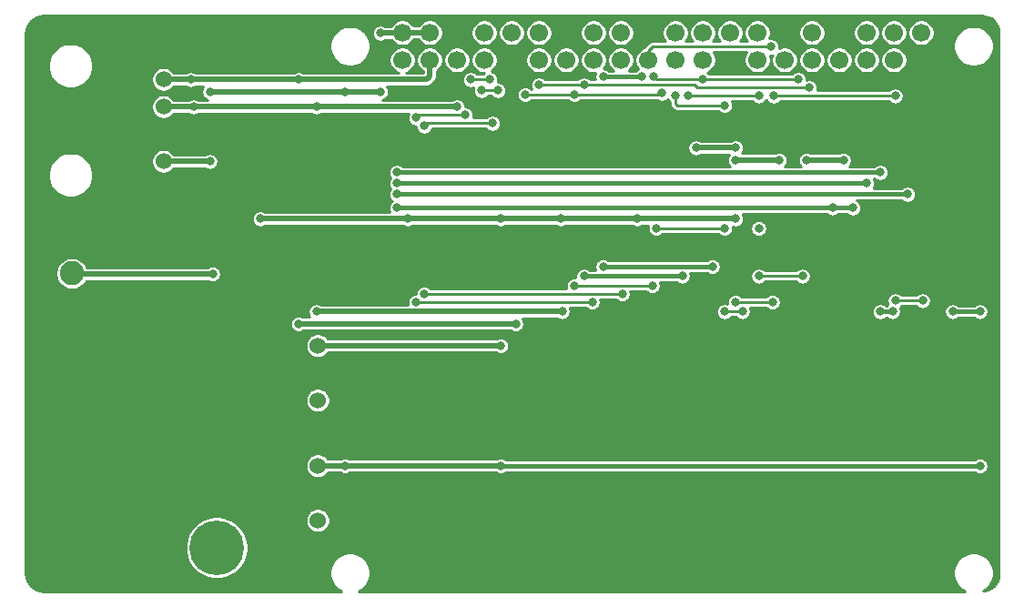
<source format=gbr>
G04 #@! TF.GenerationSoftware,KiCad,Pcbnew,(5.1.4)-1*
G04 #@! TF.CreationDate,2021-01-10T04:06:39-06:00*
G04 #@! TF.ProjectId,Navboard_hardware,4e617662-6f61-4726-945f-686172647761,rev?*
G04 #@! TF.SameCoordinates,Original*
G04 #@! TF.FileFunction,Copper,L2,Bot*
G04 #@! TF.FilePolarity,Positive*
%FSLAX46Y46*%
G04 Gerber Fmt 4.6, Leading zero omitted, Abs format (unit mm)*
G04 Created by KiCad (PCBNEW (5.1.4)-1) date 2021-01-10 04:06:39*
%MOMM*%
%LPD*%
G04 APERTURE LIST*
%ADD10C,1.700000*%
%ADD11C,1.524000*%
%ADD12C,5.080000*%
%ADD13C,2.250000*%
%ADD14C,0.800000*%
%ADD15C,0.508000*%
%ADD16C,0.381000*%
%ADD17C,0.254000*%
G04 APERTURE END LIST*
D10*
X177802000Y-39578000D03*
X177802000Y-42118000D03*
X175262000Y-39578000D03*
X175262000Y-42118000D03*
X172722000Y-39578000D03*
X172722000Y-42118000D03*
X170182000Y-39578000D03*
X170182000Y-42118000D03*
X167642000Y-39578000D03*
X167642000Y-42118000D03*
X165102000Y-39578000D03*
X165102000Y-42118000D03*
X162562000Y-39578000D03*
X162562000Y-42118000D03*
X160022000Y-39578000D03*
X160022000Y-42118000D03*
X157482000Y-39578000D03*
X157482000Y-42118000D03*
X154942000Y-39578000D03*
X154942000Y-42118000D03*
X152402000Y-39578000D03*
X152402000Y-42118000D03*
X149862000Y-39578000D03*
X149862000Y-42118000D03*
X147322000Y-39578000D03*
X147322000Y-42118000D03*
X144782000Y-39578000D03*
X144782000Y-42118000D03*
X142242000Y-39578000D03*
X142242000Y-42118000D03*
X139702000Y-39578000D03*
X139702000Y-42118000D03*
X137162000Y-39578000D03*
X137162000Y-42118000D03*
X134622000Y-39578000D03*
X134622000Y-42118000D03*
X132082000Y-39578000D03*
X132082000Y-42118000D03*
X129542000Y-39578000D03*
X129542000Y-42118000D03*
D11*
X121666000Y-68707000D03*
X121666000Y-71247000D03*
X121666000Y-73787000D03*
X121666000Y-79883000D03*
X121666000Y-82423000D03*
X121666000Y-84963000D03*
D12*
X112268000Y-79629000D03*
X112268000Y-87503000D03*
D11*
X107315000Y-43942000D03*
X107315000Y-46482000D03*
X107315000Y-49022000D03*
X107315000Y-51562000D03*
D13*
X101356000Y-59426000D03*
X96256000Y-59426000D03*
X96256000Y-64526000D03*
X101356000Y-64526000D03*
X98806000Y-61976000D03*
D14*
X153162000Y-48006000D03*
X138684000Y-79883000D03*
X124206000Y-79883000D03*
X124206000Y-45085000D03*
X111633000Y-51562000D03*
X111633000Y-45085000D03*
X127508000Y-45085000D03*
X127508000Y-39624000D03*
X183261000Y-79883000D03*
X183261000Y-65532000D03*
X180721000Y-65532000D03*
X111887000Y-62034000D03*
X134620000Y-46482000D03*
X121539000Y-46482000D03*
X110109000Y-46482000D03*
X121539000Y-65532000D03*
X144399000Y-65532000D03*
X119888000Y-43942000D03*
X109855000Y-43942000D03*
X119888000Y-66675000D03*
X140081000Y-66675000D03*
X136906000Y-44958000D03*
X138430000Y-44958000D03*
X135382000Y-47244000D03*
X130810000Y-47498000D03*
X130810000Y-64643000D03*
X147193000Y-64643000D03*
X137668000Y-43942000D03*
X135890000Y-43942000D03*
X137922000Y-48006000D03*
X131572000Y-48260000D03*
X131572000Y-63881000D03*
X149987000Y-63881000D03*
X171450000Y-55880000D03*
X129032000Y-55880000D03*
X169545000Y-55880000D03*
X140970000Y-45339000D03*
X153670000Y-45212000D03*
X145542000Y-45339000D03*
X145542000Y-63119000D03*
X152781000Y-63119000D03*
X142240000Y-44450000D03*
X167386000Y-44704000D03*
X146431000Y-44450000D03*
X146431000Y-62230000D03*
X155575000Y-62230000D03*
X173990000Y-52578000D03*
X129032000Y-52578000D03*
X173990000Y-65532000D03*
X175133000Y-65532000D03*
X163830000Y-40894000D03*
X151765000Y-43688000D03*
X148209000Y-43688000D03*
X164084000Y-45466000D03*
X175387000Y-45466000D03*
X148209000Y-61341000D03*
X158369000Y-61341000D03*
X175387000Y-64516000D03*
X177927000Y-64516000D03*
X172720000Y-53594000D03*
X129032000Y-53594000D03*
X162687000Y-45466000D03*
X153162000Y-57785000D03*
X159512000Y-57785000D03*
X162687000Y-57785000D03*
X159512000Y-46355000D03*
X156083000Y-45466000D03*
X154940000Y-45466000D03*
X159512000Y-65532000D03*
X161163000Y-65532000D03*
X162687000Y-62230000D03*
X166751000Y-62230000D03*
X176530000Y-54610000D03*
X129032000Y-54610000D03*
X157480000Y-43942000D03*
X152908000Y-43688000D03*
X166370000Y-43942000D03*
X138684000Y-56896000D03*
X144272000Y-56896000D03*
X130048000Y-56896000D03*
X160528000Y-56896000D03*
X116332000Y-56896000D03*
X151384000Y-56896000D03*
X160528000Y-50292000D03*
X156845000Y-50292000D03*
X167132000Y-51435000D03*
X170561000Y-51435000D03*
X138684000Y-68707000D03*
X164592000Y-51435000D03*
X160528000Y-51435000D03*
X160528000Y-64643000D03*
X163957000Y-64643000D03*
D15*
X124206000Y-79883000D02*
X138684000Y-79883000D01*
X121666000Y-79883000D02*
X124206000Y-79883000D01*
X107315000Y-51562000D02*
X111633000Y-51562000D01*
X124206000Y-45085000D02*
X111633000Y-45085000D01*
X124206000Y-45085000D02*
X127508000Y-45085000D01*
X129496000Y-39624000D02*
X129542000Y-39578000D01*
X127508000Y-39624000D02*
X129496000Y-39624000D01*
X129542000Y-39578000D02*
X132082000Y-39578000D01*
D16*
X138684000Y-79883000D02*
X183261000Y-79883000D01*
X183261000Y-65532000D02*
X180721000Y-65532000D01*
D15*
X98864000Y-62034000D02*
X98806000Y-61976000D01*
X111945000Y-62034000D02*
X98864000Y-62034000D01*
X134112000Y-46482000D02*
X134620000Y-46482000D01*
X121539000Y-46482000D02*
X134112000Y-46482000D01*
X121539000Y-46482000D02*
X110109000Y-46482000D01*
X110109000Y-46482000D02*
X107315000Y-46482000D01*
X121539000Y-65532000D02*
X144399000Y-65532000D01*
X132082000Y-43686000D02*
X132082000Y-42118000D01*
X131826000Y-43942000D02*
X132082000Y-43686000D01*
X119888000Y-43942000D02*
X131826000Y-43942000D01*
X119888000Y-43942000D02*
X109855000Y-43942000D01*
X109855000Y-43942000D02*
X107315000Y-43942000D01*
X119888000Y-66675000D02*
X140081000Y-66675000D01*
D17*
X136906000Y-44958000D02*
X138430000Y-44958000D01*
X131064000Y-47244000D02*
X130810000Y-47498000D01*
X135382000Y-47244000D02*
X131064000Y-47244000D01*
X130810000Y-64643000D02*
X147193000Y-64643000D01*
X137668000Y-43942000D02*
X135890000Y-43942000D01*
X137922000Y-48006000D02*
X131826000Y-48006000D01*
X131826000Y-48006000D02*
X131572000Y-48260000D01*
X131572000Y-63881000D02*
X149987000Y-63881000D01*
D16*
X129286000Y-55880000D02*
X133096000Y-55880000D01*
X133096000Y-55880000D02*
X167132000Y-55880000D01*
X169926000Y-55880000D02*
X171450000Y-55880000D01*
X129286000Y-55880000D02*
X129032000Y-55880000D01*
X167132000Y-55880000D02*
X169545000Y-55880000D01*
X169545000Y-55880000D02*
X169926000Y-55880000D01*
D17*
X140970000Y-45339000D02*
X145542000Y-45339000D01*
X153543000Y-45339000D02*
X153670000Y-45212000D01*
X145542000Y-45339000D02*
X153543000Y-45339000D01*
X145542000Y-63119000D02*
X152781000Y-63119000D01*
X156972000Y-44704000D02*
X167386000Y-44704000D01*
X142240000Y-44450000D02*
X146431000Y-44450000D01*
X156718000Y-44450000D02*
X156972000Y-44704000D01*
X146431000Y-44450000D02*
X156718000Y-44450000D01*
D16*
X146431000Y-62230000D02*
X155575000Y-62230000D01*
X129286000Y-52578000D02*
X173482000Y-52578000D01*
X173482000Y-52578000D02*
X173990000Y-52578000D01*
X129286000Y-52578000D02*
X129032000Y-52578000D01*
X173990000Y-65532000D02*
X175133000Y-65532000D01*
D17*
X152781000Y-40894000D02*
X163830000Y-40894000D01*
X152402000Y-42118000D02*
X152402000Y-41273000D01*
X152402000Y-41273000D02*
X152781000Y-40894000D01*
D16*
X151765000Y-43688000D02*
X148209000Y-43688000D01*
D17*
X164084000Y-45466000D02*
X175387000Y-45466000D01*
D16*
X148209000Y-61341000D02*
X158369000Y-61341000D01*
D17*
X175387000Y-64516000D02*
X177927000Y-64516000D01*
D16*
X129286000Y-53594000D02*
X172720000Y-53594000D01*
X129286000Y-53594000D02*
X129032000Y-53594000D01*
D17*
X153162000Y-57785000D02*
X159512000Y-57785000D01*
X156083000Y-45466000D02*
X162687000Y-45466000D01*
X159512000Y-46355000D02*
X155067000Y-46355000D01*
X154940000Y-46228000D02*
X154940000Y-45466000D01*
X155067000Y-46355000D02*
X154940000Y-46228000D01*
X159512000Y-65532000D02*
X161163000Y-65532000D01*
X162687000Y-62230000D02*
X166751000Y-62230000D01*
D16*
X129286000Y-54610000D02*
X165862000Y-54610000D01*
X165862000Y-54610000D02*
X176530000Y-54610000D01*
X129286000Y-54610000D02*
X129032000Y-54610000D01*
D17*
X157480000Y-43942000D02*
X153543000Y-43942000D01*
X153543000Y-43942000D02*
X153162000Y-43942000D01*
X153162000Y-43942000D02*
X152908000Y-43688000D01*
X157480000Y-43942000D02*
X166116000Y-43942000D01*
X166116000Y-43942000D02*
X166370000Y-43942000D01*
D15*
X138684000Y-56896000D02*
X144272000Y-56896000D01*
X138684000Y-56896000D02*
X130302000Y-56896000D01*
X130302000Y-56896000D02*
X130048000Y-56896000D01*
X130048000Y-56896000D02*
X116332000Y-56896000D01*
X144272000Y-56896000D02*
X151384000Y-56896000D01*
X151384000Y-56896000D02*
X160528000Y-56896000D01*
X160528000Y-50292000D02*
X156845000Y-50292000D01*
X167132000Y-51435000D02*
X170561000Y-51435000D01*
X121666000Y-68707000D02*
X138684000Y-68707000D01*
X164592000Y-51435000D02*
X160528000Y-51435000D01*
D17*
X160528000Y-64643000D02*
X163957000Y-64643000D01*
G36*
X183703444Y-38030876D02*
G01*
X184006878Y-38122488D01*
X184286734Y-38271290D01*
X184532363Y-38471620D01*
X184734402Y-38715843D01*
X184885155Y-38994654D01*
X184978882Y-39297439D01*
X185014001Y-39631577D01*
X185014000Y-89896146D01*
X184981124Y-90231444D01*
X184889512Y-90534880D01*
X184740706Y-90814740D01*
X184540379Y-91060365D01*
X184296158Y-91262401D01*
X184017345Y-91413155D01*
X183714562Y-91506882D01*
X183537453Y-91525497D01*
X183562987Y-91514920D01*
X183871067Y-91309068D01*
X184133068Y-91047067D01*
X184338920Y-90738987D01*
X184480714Y-90396667D01*
X184553000Y-90033262D01*
X184553000Y-89662738D01*
X184480714Y-89299333D01*
X184338920Y-88957013D01*
X184133068Y-88648933D01*
X183871067Y-88386932D01*
X183562987Y-88181080D01*
X183220667Y-88039286D01*
X182857262Y-87967000D01*
X182486738Y-87967000D01*
X182123333Y-88039286D01*
X181781013Y-88181080D01*
X181472933Y-88386932D01*
X181210932Y-88648933D01*
X181005080Y-88957013D01*
X180863286Y-89299333D01*
X180791000Y-89662738D01*
X180791000Y-90033262D01*
X180863286Y-90396667D01*
X181005080Y-90738987D01*
X181210932Y-91047067D01*
X181472933Y-91309068D01*
X181781013Y-91514920D01*
X181846390Y-91542000D01*
X125497610Y-91542000D01*
X125562987Y-91514920D01*
X125871067Y-91309068D01*
X126133068Y-91047067D01*
X126338920Y-90738987D01*
X126480714Y-90396667D01*
X126553000Y-90033262D01*
X126553000Y-89662738D01*
X126480714Y-89299333D01*
X126338920Y-88957013D01*
X126133068Y-88648933D01*
X125871067Y-88386932D01*
X125562987Y-88181080D01*
X125220667Y-88039286D01*
X124857262Y-87967000D01*
X124486738Y-87967000D01*
X124123333Y-88039286D01*
X123781013Y-88181080D01*
X123472933Y-88386932D01*
X123210932Y-88648933D01*
X123005080Y-88957013D01*
X122863286Y-89299333D01*
X122791000Y-89662738D01*
X122791000Y-90033262D01*
X122863286Y-90396667D01*
X123005080Y-90738987D01*
X123210932Y-91047067D01*
X123472933Y-91309068D01*
X123781013Y-91514920D01*
X123846390Y-91542000D01*
X96158854Y-91542000D01*
X95823556Y-91509124D01*
X95520120Y-91417512D01*
X95240260Y-91268706D01*
X94994635Y-91068379D01*
X94792599Y-90824158D01*
X94641845Y-90545345D01*
X94548118Y-90242562D01*
X94513000Y-89908432D01*
X94513000Y-87215307D01*
X109347000Y-87215307D01*
X109347000Y-87790693D01*
X109459253Y-88355024D01*
X109679444Y-88886612D01*
X109999112Y-89365029D01*
X110405971Y-89771888D01*
X110884388Y-90091556D01*
X111415976Y-90311747D01*
X111980307Y-90424000D01*
X112555693Y-90424000D01*
X113120024Y-90311747D01*
X113651612Y-90091556D01*
X114130029Y-89771888D01*
X114536888Y-89365029D01*
X114856556Y-88886612D01*
X115076747Y-88355024D01*
X115189000Y-87790693D01*
X115189000Y-87215307D01*
X115076747Y-86650976D01*
X114856556Y-86119388D01*
X114536888Y-85640971D01*
X114130029Y-85234112D01*
X113651612Y-84914444D01*
X113497055Y-84850424D01*
X120523000Y-84850424D01*
X120523000Y-85075576D01*
X120566925Y-85296401D01*
X120653087Y-85504413D01*
X120778174Y-85691620D01*
X120937380Y-85850826D01*
X121124587Y-85975913D01*
X121332599Y-86062075D01*
X121553424Y-86106000D01*
X121778576Y-86106000D01*
X121999401Y-86062075D01*
X122207413Y-85975913D01*
X122394620Y-85850826D01*
X122553826Y-85691620D01*
X122678913Y-85504413D01*
X122765075Y-85296401D01*
X122809000Y-85075576D01*
X122809000Y-84850424D01*
X122765075Y-84629599D01*
X122678913Y-84421587D01*
X122553826Y-84234380D01*
X122394620Y-84075174D01*
X122207413Y-83950087D01*
X121999401Y-83863925D01*
X121778576Y-83820000D01*
X121553424Y-83820000D01*
X121332599Y-83863925D01*
X121124587Y-83950087D01*
X120937380Y-84075174D01*
X120778174Y-84234380D01*
X120653087Y-84421587D01*
X120566925Y-84629599D01*
X120523000Y-84850424D01*
X113497055Y-84850424D01*
X113120024Y-84694253D01*
X112555693Y-84582000D01*
X111980307Y-84582000D01*
X111415976Y-84694253D01*
X110884388Y-84914444D01*
X110405971Y-85234112D01*
X109999112Y-85640971D01*
X109679444Y-86119388D01*
X109459253Y-86650976D01*
X109347000Y-87215307D01*
X94513000Y-87215307D01*
X94513000Y-79770424D01*
X120523000Y-79770424D01*
X120523000Y-79995576D01*
X120566925Y-80216401D01*
X120653087Y-80424413D01*
X120778174Y-80611620D01*
X120937380Y-80770826D01*
X121124587Y-80895913D01*
X121332599Y-80982075D01*
X121553424Y-81026000D01*
X121778576Y-81026000D01*
X121999401Y-80982075D01*
X122207413Y-80895913D01*
X122394620Y-80770826D01*
X122553826Y-80611620D01*
X122616381Y-80518000D01*
X123750582Y-80518000D01*
X123836058Y-80575113D01*
X123978191Y-80633987D01*
X124129078Y-80664000D01*
X124282922Y-80664000D01*
X124433809Y-80633987D01*
X124575942Y-80575113D01*
X124661418Y-80518000D01*
X138228582Y-80518000D01*
X138314058Y-80575113D01*
X138456191Y-80633987D01*
X138607078Y-80664000D01*
X138760922Y-80664000D01*
X138911809Y-80633987D01*
X139053942Y-80575113D01*
X139181859Y-80489642D01*
X139217001Y-80454500D01*
X182727999Y-80454500D01*
X182763141Y-80489642D01*
X182891058Y-80575113D01*
X183033191Y-80633987D01*
X183184078Y-80664000D01*
X183337922Y-80664000D01*
X183488809Y-80633987D01*
X183630942Y-80575113D01*
X183758859Y-80489642D01*
X183867642Y-80380859D01*
X183953113Y-80252942D01*
X184011987Y-80110809D01*
X184042000Y-79959922D01*
X184042000Y-79806078D01*
X184011987Y-79655191D01*
X183953113Y-79513058D01*
X183867642Y-79385141D01*
X183758859Y-79276358D01*
X183630942Y-79190887D01*
X183488809Y-79132013D01*
X183337922Y-79102000D01*
X183184078Y-79102000D01*
X183033191Y-79132013D01*
X182891058Y-79190887D01*
X182763141Y-79276358D01*
X182727999Y-79311500D01*
X139217001Y-79311500D01*
X139181859Y-79276358D01*
X139053942Y-79190887D01*
X138911809Y-79132013D01*
X138760922Y-79102000D01*
X138607078Y-79102000D01*
X138456191Y-79132013D01*
X138314058Y-79190887D01*
X138228582Y-79248000D01*
X124661418Y-79248000D01*
X124575942Y-79190887D01*
X124433809Y-79132013D01*
X124282922Y-79102000D01*
X124129078Y-79102000D01*
X123978191Y-79132013D01*
X123836058Y-79190887D01*
X123750582Y-79248000D01*
X122616381Y-79248000D01*
X122553826Y-79154380D01*
X122394620Y-78995174D01*
X122207413Y-78870087D01*
X121999401Y-78783925D01*
X121778576Y-78740000D01*
X121553424Y-78740000D01*
X121332599Y-78783925D01*
X121124587Y-78870087D01*
X120937380Y-78995174D01*
X120778174Y-79154380D01*
X120653087Y-79341587D01*
X120566925Y-79549599D01*
X120523000Y-79770424D01*
X94513000Y-79770424D01*
X94513000Y-73674424D01*
X120523000Y-73674424D01*
X120523000Y-73899576D01*
X120566925Y-74120401D01*
X120653087Y-74328413D01*
X120778174Y-74515620D01*
X120937380Y-74674826D01*
X121124587Y-74799913D01*
X121332599Y-74886075D01*
X121553424Y-74930000D01*
X121778576Y-74930000D01*
X121999401Y-74886075D01*
X122207413Y-74799913D01*
X122394620Y-74674826D01*
X122553826Y-74515620D01*
X122678913Y-74328413D01*
X122765075Y-74120401D01*
X122809000Y-73899576D01*
X122809000Y-73674424D01*
X122765075Y-73453599D01*
X122678913Y-73245587D01*
X122553826Y-73058380D01*
X122394620Y-72899174D01*
X122207413Y-72774087D01*
X121999401Y-72687925D01*
X121778576Y-72644000D01*
X121553424Y-72644000D01*
X121332599Y-72687925D01*
X121124587Y-72774087D01*
X120937380Y-72899174D01*
X120778174Y-73058380D01*
X120653087Y-73245587D01*
X120566925Y-73453599D01*
X120523000Y-73674424D01*
X94513000Y-73674424D01*
X94513000Y-68594424D01*
X120523000Y-68594424D01*
X120523000Y-68819576D01*
X120566925Y-69040401D01*
X120653087Y-69248413D01*
X120778174Y-69435620D01*
X120937380Y-69594826D01*
X121124587Y-69719913D01*
X121332599Y-69806075D01*
X121553424Y-69850000D01*
X121778576Y-69850000D01*
X121999401Y-69806075D01*
X122207413Y-69719913D01*
X122394620Y-69594826D01*
X122553826Y-69435620D01*
X122616381Y-69342000D01*
X138228582Y-69342000D01*
X138314058Y-69399113D01*
X138456191Y-69457987D01*
X138607078Y-69488000D01*
X138760922Y-69488000D01*
X138911809Y-69457987D01*
X139053942Y-69399113D01*
X139181859Y-69313642D01*
X139290642Y-69204859D01*
X139376113Y-69076942D01*
X139434987Y-68934809D01*
X139465000Y-68783922D01*
X139465000Y-68630078D01*
X139434987Y-68479191D01*
X139376113Y-68337058D01*
X139290642Y-68209141D01*
X139181859Y-68100358D01*
X139053942Y-68014887D01*
X138911809Y-67956013D01*
X138760922Y-67926000D01*
X138607078Y-67926000D01*
X138456191Y-67956013D01*
X138314058Y-68014887D01*
X138228582Y-68072000D01*
X122616381Y-68072000D01*
X122553826Y-67978380D01*
X122394620Y-67819174D01*
X122207413Y-67694087D01*
X121999401Y-67607925D01*
X121778576Y-67564000D01*
X121553424Y-67564000D01*
X121332599Y-67607925D01*
X121124587Y-67694087D01*
X120937380Y-67819174D01*
X120778174Y-67978380D01*
X120653087Y-68165587D01*
X120566925Y-68373599D01*
X120523000Y-68594424D01*
X94513000Y-68594424D01*
X94513000Y-66598078D01*
X119107000Y-66598078D01*
X119107000Y-66751922D01*
X119137013Y-66902809D01*
X119195887Y-67044942D01*
X119281358Y-67172859D01*
X119390141Y-67281642D01*
X119518058Y-67367113D01*
X119660191Y-67425987D01*
X119811078Y-67456000D01*
X119964922Y-67456000D01*
X120115809Y-67425987D01*
X120257942Y-67367113D01*
X120343418Y-67310000D01*
X139625582Y-67310000D01*
X139711058Y-67367113D01*
X139853191Y-67425987D01*
X140004078Y-67456000D01*
X140157922Y-67456000D01*
X140308809Y-67425987D01*
X140450942Y-67367113D01*
X140578859Y-67281642D01*
X140687642Y-67172859D01*
X140773113Y-67044942D01*
X140831987Y-66902809D01*
X140862000Y-66751922D01*
X140862000Y-66598078D01*
X140831987Y-66447191D01*
X140773113Y-66305058D01*
X140687642Y-66177141D01*
X140677501Y-66167000D01*
X143943582Y-66167000D01*
X144029058Y-66224113D01*
X144171191Y-66282987D01*
X144322078Y-66313000D01*
X144475922Y-66313000D01*
X144626809Y-66282987D01*
X144768942Y-66224113D01*
X144896859Y-66138642D01*
X145005642Y-66029859D01*
X145091113Y-65901942D01*
X145149987Y-65759809D01*
X145180000Y-65608922D01*
X145180000Y-65455078D01*
X158731000Y-65455078D01*
X158731000Y-65608922D01*
X158761013Y-65759809D01*
X158819887Y-65901942D01*
X158905358Y-66029859D01*
X159014141Y-66138642D01*
X159142058Y-66224113D01*
X159284191Y-66282987D01*
X159435078Y-66313000D01*
X159588922Y-66313000D01*
X159739809Y-66282987D01*
X159881942Y-66224113D01*
X160009859Y-66138642D01*
X160108501Y-66040000D01*
X160566499Y-66040000D01*
X160665141Y-66138642D01*
X160793058Y-66224113D01*
X160935191Y-66282987D01*
X161086078Y-66313000D01*
X161239922Y-66313000D01*
X161390809Y-66282987D01*
X161532942Y-66224113D01*
X161660859Y-66138642D01*
X161769642Y-66029859D01*
X161855113Y-65901942D01*
X161913987Y-65759809D01*
X161944000Y-65608922D01*
X161944000Y-65455078D01*
X173209000Y-65455078D01*
X173209000Y-65608922D01*
X173239013Y-65759809D01*
X173297887Y-65901942D01*
X173383358Y-66029859D01*
X173492141Y-66138642D01*
X173620058Y-66224113D01*
X173762191Y-66282987D01*
X173913078Y-66313000D01*
X174066922Y-66313000D01*
X174217809Y-66282987D01*
X174359942Y-66224113D01*
X174487859Y-66138642D01*
X174523001Y-66103500D01*
X174599999Y-66103500D01*
X174635141Y-66138642D01*
X174763058Y-66224113D01*
X174905191Y-66282987D01*
X175056078Y-66313000D01*
X175209922Y-66313000D01*
X175360809Y-66282987D01*
X175502942Y-66224113D01*
X175630859Y-66138642D01*
X175739642Y-66029859D01*
X175825113Y-65901942D01*
X175883987Y-65759809D01*
X175914000Y-65608922D01*
X175914000Y-65455078D01*
X179940000Y-65455078D01*
X179940000Y-65608922D01*
X179970013Y-65759809D01*
X180028887Y-65901942D01*
X180114358Y-66029859D01*
X180223141Y-66138642D01*
X180351058Y-66224113D01*
X180493191Y-66282987D01*
X180644078Y-66313000D01*
X180797922Y-66313000D01*
X180948809Y-66282987D01*
X181090942Y-66224113D01*
X181218859Y-66138642D01*
X181254001Y-66103500D01*
X182727999Y-66103500D01*
X182763141Y-66138642D01*
X182891058Y-66224113D01*
X183033191Y-66282987D01*
X183184078Y-66313000D01*
X183337922Y-66313000D01*
X183488809Y-66282987D01*
X183630942Y-66224113D01*
X183758859Y-66138642D01*
X183867642Y-66029859D01*
X183953113Y-65901942D01*
X184011987Y-65759809D01*
X184042000Y-65608922D01*
X184042000Y-65455078D01*
X184011987Y-65304191D01*
X183953113Y-65162058D01*
X183867642Y-65034141D01*
X183758859Y-64925358D01*
X183630942Y-64839887D01*
X183488809Y-64781013D01*
X183337922Y-64751000D01*
X183184078Y-64751000D01*
X183033191Y-64781013D01*
X182891058Y-64839887D01*
X182763141Y-64925358D01*
X182727999Y-64960500D01*
X181254001Y-64960500D01*
X181218859Y-64925358D01*
X181090942Y-64839887D01*
X180948809Y-64781013D01*
X180797922Y-64751000D01*
X180644078Y-64751000D01*
X180493191Y-64781013D01*
X180351058Y-64839887D01*
X180223141Y-64925358D01*
X180114358Y-65034141D01*
X180028887Y-65162058D01*
X179970013Y-65304191D01*
X179940000Y-65455078D01*
X175914000Y-65455078D01*
X175883987Y-65304191D01*
X175825277Y-65162453D01*
X175884859Y-65122642D01*
X175983501Y-65024000D01*
X177330499Y-65024000D01*
X177429141Y-65122642D01*
X177557058Y-65208113D01*
X177699191Y-65266987D01*
X177850078Y-65297000D01*
X178003922Y-65297000D01*
X178154809Y-65266987D01*
X178296942Y-65208113D01*
X178424859Y-65122642D01*
X178533642Y-65013859D01*
X178619113Y-64885942D01*
X178677987Y-64743809D01*
X178708000Y-64592922D01*
X178708000Y-64439078D01*
X178677987Y-64288191D01*
X178619113Y-64146058D01*
X178533642Y-64018141D01*
X178424859Y-63909358D01*
X178296942Y-63823887D01*
X178154809Y-63765013D01*
X178003922Y-63735000D01*
X177850078Y-63735000D01*
X177699191Y-63765013D01*
X177557058Y-63823887D01*
X177429141Y-63909358D01*
X177330499Y-64008000D01*
X175983501Y-64008000D01*
X175884859Y-63909358D01*
X175756942Y-63823887D01*
X175614809Y-63765013D01*
X175463922Y-63735000D01*
X175310078Y-63735000D01*
X175159191Y-63765013D01*
X175017058Y-63823887D01*
X174889141Y-63909358D01*
X174780358Y-64018141D01*
X174694887Y-64146058D01*
X174636013Y-64288191D01*
X174606000Y-64439078D01*
X174606000Y-64592922D01*
X174636013Y-64743809D01*
X174694723Y-64885547D01*
X174635141Y-64925358D01*
X174599999Y-64960500D01*
X174523001Y-64960500D01*
X174487859Y-64925358D01*
X174359942Y-64839887D01*
X174217809Y-64781013D01*
X174066922Y-64751000D01*
X173913078Y-64751000D01*
X173762191Y-64781013D01*
X173620058Y-64839887D01*
X173492141Y-64925358D01*
X173383358Y-65034141D01*
X173297887Y-65162058D01*
X173239013Y-65304191D01*
X173209000Y-65455078D01*
X161944000Y-65455078D01*
X161913987Y-65304191D01*
X161855113Y-65162058D01*
X161847724Y-65151000D01*
X163360499Y-65151000D01*
X163459141Y-65249642D01*
X163587058Y-65335113D01*
X163729191Y-65393987D01*
X163880078Y-65424000D01*
X164033922Y-65424000D01*
X164184809Y-65393987D01*
X164326942Y-65335113D01*
X164454859Y-65249642D01*
X164563642Y-65140859D01*
X164649113Y-65012942D01*
X164707987Y-64870809D01*
X164738000Y-64719922D01*
X164738000Y-64566078D01*
X164707987Y-64415191D01*
X164649113Y-64273058D01*
X164563642Y-64145141D01*
X164454859Y-64036358D01*
X164326942Y-63950887D01*
X164184809Y-63892013D01*
X164033922Y-63862000D01*
X163880078Y-63862000D01*
X163729191Y-63892013D01*
X163587058Y-63950887D01*
X163459141Y-64036358D01*
X163360499Y-64135000D01*
X161124501Y-64135000D01*
X161025859Y-64036358D01*
X160897942Y-63950887D01*
X160755809Y-63892013D01*
X160604922Y-63862000D01*
X160451078Y-63862000D01*
X160300191Y-63892013D01*
X160158058Y-63950887D01*
X160030141Y-64036358D01*
X159921358Y-64145141D01*
X159835887Y-64273058D01*
X159777013Y-64415191D01*
X159747000Y-64566078D01*
X159747000Y-64719922D01*
X159760888Y-64789744D01*
X159739809Y-64781013D01*
X159588922Y-64751000D01*
X159435078Y-64751000D01*
X159284191Y-64781013D01*
X159142058Y-64839887D01*
X159014141Y-64925358D01*
X158905358Y-65034141D01*
X158819887Y-65162058D01*
X158761013Y-65304191D01*
X158731000Y-65455078D01*
X145180000Y-65455078D01*
X145149987Y-65304191D01*
X145091113Y-65162058D01*
X145083724Y-65151000D01*
X146596499Y-65151000D01*
X146695141Y-65249642D01*
X146823058Y-65335113D01*
X146965191Y-65393987D01*
X147116078Y-65424000D01*
X147269922Y-65424000D01*
X147420809Y-65393987D01*
X147562942Y-65335113D01*
X147690859Y-65249642D01*
X147799642Y-65140859D01*
X147885113Y-65012942D01*
X147943987Y-64870809D01*
X147974000Y-64719922D01*
X147974000Y-64566078D01*
X147943987Y-64415191D01*
X147933138Y-64389000D01*
X149390499Y-64389000D01*
X149489141Y-64487642D01*
X149617058Y-64573113D01*
X149759191Y-64631987D01*
X149910078Y-64662000D01*
X150063922Y-64662000D01*
X150214809Y-64631987D01*
X150356942Y-64573113D01*
X150484859Y-64487642D01*
X150593642Y-64378859D01*
X150679113Y-64250942D01*
X150737987Y-64108809D01*
X150768000Y-63957922D01*
X150768000Y-63804078D01*
X150737987Y-63653191D01*
X150727138Y-63627000D01*
X152184499Y-63627000D01*
X152283141Y-63725642D01*
X152411058Y-63811113D01*
X152553191Y-63869987D01*
X152704078Y-63900000D01*
X152857922Y-63900000D01*
X153008809Y-63869987D01*
X153150942Y-63811113D01*
X153278859Y-63725642D01*
X153387642Y-63616859D01*
X153473113Y-63488942D01*
X153531987Y-63346809D01*
X153562000Y-63195922D01*
X153562000Y-63042078D01*
X153531987Y-62891191D01*
X153494835Y-62801500D01*
X155041999Y-62801500D01*
X155077141Y-62836642D01*
X155205058Y-62922113D01*
X155347191Y-62980987D01*
X155498078Y-63011000D01*
X155651922Y-63011000D01*
X155802809Y-62980987D01*
X155944942Y-62922113D01*
X156072859Y-62836642D01*
X156181642Y-62727859D01*
X156267113Y-62599942D01*
X156325987Y-62457809D01*
X156356000Y-62306922D01*
X156356000Y-62153078D01*
X161906000Y-62153078D01*
X161906000Y-62306922D01*
X161936013Y-62457809D01*
X161994887Y-62599942D01*
X162080358Y-62727859D01*
X162189141Y-62836642D01*
X162317058Y-62922113D01*
X162459191Y-62980987D01*
X162610078Y-63011000D01*
X162763922Y-63011000D01*
X162914809Y-62980987D01*
X163056942Y-62922113D01*
X163184859Y-62836642D01*
X163283501Y-62738000D01*
X166154499Y-62738000D01*
X166253141Y-62836642D01*
X166381058Y-62922113D01*
X166523191Y-62980987D01*
X166674078Y-63011000D01*
X166827922Y-63011000D01*
X166978809Y-62980987D01*
X167120942Y-62922113D01*
X167248859Y-62836642D01*
X167357642Y-62727859D01*
X167443113Y-62599942D01*
X167501987Y-62457809D01*
X167532000Y-62306922D01*
X167532000Y-62153078D01*
X167501987Y-62002191D01*
X167443113Y-61860058D01*
X167357642Y-61732141D01*
X167248859Y-61623358D01*
X167120942Y-61537887D01*
X166978809Y-61479013D01*
X166827922Y-61449000D01*
X166674078Y-61449000D01*
X166523191Y-61479013D01*
X166381058Y-61537887D01*
X166253141Y-61623358D01*
X166154499Y-61722000D01*
X163283501Y-61722000D01*
X163184859Y-61623358D01*
X163056942Y-61537887D01*
X162914809Y-61479013D01*
X162763922Y-61449000D01*
X162610078Y-61449000D01*
X162459191Y-61479013D01*
X162317058Y-61537887D01*
X162189141Y-61623358D01*
X162080358Y-61732141D01*
X161994887Y-61860058D01*
X161936013Y-62002191D01*
X161906000Y-62153078D01*
X156356000Y-62153078D01*
X156325987Y-62002191D01*
X156288835Y-61912500D01*
X157835999Y-61912500D01*
X157871141Y-61947642D01*
X157999058Y-62033113D01*
X158141191Y-62091987D01*
X158292078Y-62122000D01*
X158445922Y-62122000D01*
X158596809Y-62091987D01*
X158738942Y-62033113D01*
X158866859Y-61947642D01*
X158975642Y-61838859D01*
X159061113Y-61710942D01*
X159119987Y-61568809D01*
X159150000Y-61417922D01*
X159150000Y-61264078D01*
X159119987Y-61113191D01*
X159061113Y-60971058D01*
X158975642Y-60843141D01*
X158866859Y-60734358D01*
X158738942Y-60648887D01*
X158596809Y-60590013D01*
X158445922Y-60560000D01*
X158292078Y-60560000D01*
X158141191Y-60590013D01*
X157999058Y-60648887D01*
X157871141Y-60734358D01*
X157835999Y-60769500D01*
X148742001Y-60769500D01*
X148706859Y-60734358D01*
X148578942Y-60648887D01*
X148436809Y-60590013D01*
X148285922Y-60560000D01*
X148132078Y-60560000D01*
X147981191Y-60590013D01*
X147839058Y-60648887D01*
X147711141Y-60734358D01*
X147602358Y-60843141D01*
X147516887Y-60971058D01*
X147458013Y-61113191D01*
X147428000Y-61264078D01*
X147428000Y-61417922D01*
X147458013Y-61568809D01*
X147495165Y-61658500D01*
X146964001Y-61658500D01*
X146928859Y-61623358D01*
X146800942Y-61537887D01*
X146658809Y-61479013D01*
X146507922Y-61449000D01*
X146354078Y-61449000D01*
X146203191Y-61479013D01*
X146061058Y-61537887D01*
X145933141Y-61623358D01*
X145824358Y-61732141D01*
X145738887Y-61860058D01*
X145680013Y-62002191D01*
X145650000Y-62153078D01*
X145650000Y-62306922D01*
X145657717Y-62345717D01*
X145618922Y-62338000D01*
X145465078Y-62338000D01*
X145314191Y-62368013D01*
X145172058Y-62426887D01*
X145044141Y-62512358D01*
X144935358Y-62621141D01*
X144849887Y-62749058D01*
X144791013Y-62891191D01*
X144761000Y-63042078D01*
X144761000Y-63195922D01*
X144791013Y-63346809D01*
X144801862Y-63373000D01*
X132168501Y-63373000D01*
X132069859Y-63274358D01*
X131941942Y-63188887D01*
X131799809Y-63130013D01*
X131648922Y-63100000D01*
X131495078Y-63100000D01*
X131344191Y-63130013D01*
X131202058Y-63188887D01*
X131074141Y-63274358D01*
X130965358Y-63383141D01*
X130879887Y-63511058D01*
X130821013Y-63653191D01*
X130791000Y-63804078D01*
X130791000Y-63862000D01*
X130733078Y-63862000D01*
X130582191Y-63892013D01*
X130440058Y-63950887D01*
X130312141Y-64036358D01*
X130203358Y-64145141D01*
X130117887Y-64273058D01*
X130059013Y-64415191D01*
X130029000Y-64566078D01*
X130029000Y-64719922D01*
X130059013Y-64870809D01*
X130069862Y-64897000D01*
X121994418Y-64897000D01*
X121908942Y-64839887D01*
X121766809Y-64781013D01*
X121615922Y-64751000D01*
X121462078Y-64751000D01*
X121311191Y-64781013D01*
X121169058Y-64839887D01*
X121041141Y-64925358D01*
X120932358Y-65034141D01*
X120846887Y-65162058D01*
X120788013Y-65304191D01*
X120758000Y-65455078D01*
X120758000Y-65608922D01*
X120788013Y-65759809D01*
X120846887Y-65901942D01*
X120932358Y-66029859D01*
X120942499Y-66040000D01*
X120343418Y-66040000D01*
X120257942Y-65982887D01*
X120115809Y-65924013D01*
X119964922Y-65894000D01*
X119811078Y-65894000D01*
X119660191Y-65924013D01*
X119518058Y-65982887D01*
X119390141Y-66068358D01*
X119281358Y-66177141D01*
X119195887Y-66305058D01*
X119137013Y-66447191D01*
X119107000Y-66598078D01*
X94513000Y-66598078D01*
X94513000Y-61827672D01*
X97300000Y-61827672D01*
X97300000Y-62124328D01*
X97357875Y-62415284D01*
X97471400Y-62689359D01*
X97636213Y-62936019D01*
X97845981Y-63145787D01*
X98092641Y-63310600D01*
X98366716Y-63424125D01*
X98657672Y-63482000D01*
X98954328Y-63482000D01*
X99245284Y-63424125D01*
X99519359Y-63310600D01*
X99766019Y-63145787D01*
X99975787Y-62936019D01*
X100140600Y-62689359D01*
X100149033Y-62669000D01*
X111431582Y-62669000D01*
X111517058Y-62726113D01*
X111659191Y-62784987D01*
X111810078Y-62815000D01*
X111963922Y-62815000D01*
X112114809Y-62784987D01*
X112256942Y-62726113D01*
X112384859Y-62640642D01*
X112493642Y-62531859D01*
X112579113Y-62403942D01*
X112637987Y-62261809D01*
X112668000Y-62110922D01*
X112668000Y-61957078D01*
X112637987Y-61806191D01*
X112579113Y-61664058D01*
X112493642Y-61536141D01*
X112384859Y-61427358D01*
X112256942Y-61341887D01*
X112114809Y-61283013D01*
X111963922Y-61253000D01*
X111810078Y-61253000D01*
X111659191Y-61283013D01*
X111517058Y-61341887D01*
X111431582Y-61399000D01*
X100197081Y-61399000D01*
X100140600Y-61262641D01*
X99975787Y-61015981D01*
X99766019Y-60806213D01*
X99519359Y-60641400D01*
X99245284Y-60527875D01*
X98954328Y-60470000D01*
X98657672Y-60470000D01*
X98366716Y-60527875D01*
X98092641Y-60641400D01*
X97845981Y-60806213D01*
X97636213Y-61015981D01*
X97471400Y-61262641D01*
X97357875Y-61536716D01*
X97300000Y-61827672D01*
X94513000Y-61827672D01*
X94513000Y-56819078D01*
X115551000Y-56819078D01*
X115551000Y-56972922D01*
X115581013Y-57123809D01*
X115639887Y-57265942D01*
X115725358Y-57393859D01*
X115834141Y-57502642D01*
X115962058Y-57588113D01*
X116104191Y-57646987D01*
X116255078Y-57677000D01*
X116408922Y-57677000D01*
X116559809Y-57646987D01*
X116701942Y-57588113D01*
X116787418Y-57531000D01*
X129592582Y-57531000D01*
X129678058Y-57588113D01*
X129820191Y-57646987D01*
X129971078Y-57677000D01*
X130124922Y-57677000D01*
X130275809Y-57646987D01*
X130417942Y-57588113D01*
X130503418Y-57531000D01*
X138228582Y-57531000D01*
X138314058Y-57588113D01*
X138456191Y-57646987D01*
X138607078Y-57677000D01*
X138760922Y-57677000D01*
X138911809Y-57646987D01*
X139053942Y-57588113D01*
X139139418Y-57531000D01*
X143816582Y-57531000D01*
X143902058Y-57588113D01*
X144044191Y-57646987D01*
X144195078Y-57677000D01*
X144348922Y-57677000D01*
X144499809Y-57646987D01*
X144641942Y-57588113D01*
X144727418Y-57531000D01*
X150928582Y-57531000D01*
X151014058Y-57588113D01*
X151156191Y-57646987D01*
X151307078Y-57677000D01*
X151460922Y-57677000D01*
X151611809Y-57646987D01*
X151753942Y-57588113D01*
X151839418Y-57531000D01*
X152421862Y-57531000D01*
X152411013Y-57557191D01*
X152381000Y-57708078D01*
X152381000Y-57861922D01*
X152411013Y-58012809D01*
X152469887Y-58154942D01*
X152555358Y-58282859D01*
X152664141Y-58391642D01*
X152792058Y-58477113D01*
X152934191Y-58535987D01*
X153085078Y-58566000D01*
X153238922Y-58566000D01*
X153389809Y-58535987D01*
X153531942Y-58477113D01*
X153659859Y-58391642D01*
X153758501Y-58293000D01*
X158915499Y-58293000D01*
X159014141Y-58391642D01*
X159142058Y-58477113D01*
X159284191Y-58535987D01*
X159435078Y-58566000D01*
X159588922Y-58566000D01*
X159739809Y-58535987D01*
X159881942Y-58477113D01*
X160009859Y-58391642D01*
X160118642Y-58282859D01*
X160204113Y-58154942D01*
X160262987Y-58012809D01*
X160293000Y-57861922D01*
X160293000Y-57708078D01*
X161906000Y-57708078D01*
X161906000Y-57861922D01*
X161936013Y-58012809D01*
X161994887Y-58154942D01*
X162080358Y-58282859D01*
X162189141Y-58391642D01*
X162317058Y-58477113D01*
X162459191Y-58535987D01*
X162610078Y-58566000D01*
X162763922Y-58566000D01*
X162914809Y-58535987D01*
X163056942Y-58477113D01*
X163184859Y-58391642D01*
X163293642Y-58282859D01*
X163379113Y-58154942D01*
X163437987Y-58012809D01*
X163468000Y-57861922D01*
X163468000Y-57708078D01*
X163437987Y-57557191D01*
X163379113Y-57415058D01*
X163293642Y-57287141D01*
X163184859Y-57178358D01*
X163056942Y-57092887D01*
X162914809Y-57034013D01*
X162763922Y-57004000D01*
X162610078Y-57004000D01*
X162459191Y-57034013D01*
X162317058Y-57092887D01*
X162189141Y-57178358D01*
X162080358Y-57287141D01*
X161994887Y-57415058D01*
X161936013Y-57557191D01*
X161906000Y-57708078D01*
X160293000Y-57708078D01*
X160279112Y-57638256D01*
X160300191Y-57646987D01*
X160451078Y-57677000D01*
X160604922Y-57677000D01*
X160755809Y-57646987D01*
X160897942Y-57588113D01*
X161025859Y-57502642D01*
X161134642Y-57393859D01*
X161220113Y-57265942D01*
X161278987Y-57123809D01*
X161309000Y-56972922D01*
X161309000Y-56819078D01*
X161278987Y-56668191D01*
X161220113Y-56526058D01*
X161170295Y-56451500D01*
X169011999Y-56451500D01*
X169047141Y-56486642D01*
X169175058Y-56572113D01*
X169317191Y-56630987D01*
X169468078Y-56661000D01*
X169621922Y-56661000D01*
X169772809Y-56630987D01*
X169914942Y-56572113D01*
X170042859Y-56486642D01*
X170078001Y-56451500D01*
X170916999Y-56451500D01*
X170952141Y-56486642D01*
X171080058Y-56572113D01*
X171222191Y-56630987D01*
X171373078Y-56661000D01*
X171526922Y-56661000D01*
X171677809Y-56630987D01*
X171819942Y-56572113D01*
X171947859Y-56486642D01*
X172056642Y-56377859D01*
X172142113Y-56249942D01*
X172200987Y-56107809D01*
X172231000Y-55956922D01*
X172231000Y-55803078D01*
X172200987Y-55652191D01*
X172142113Y-55510058D01*
X172056642Y-55382141D01*
X171947859Y-55273358D01*
X171819942Y-55187887D01*
X171804523Y-55181500D01*
X175996999Y-55181500D01*
X176032141Y-55216642D01*
X176160058Y-55302113D01*
X176302191Y-55360987D01*
X176453078Y-55391000D01*
X176606922Y-55391000D01*
X176757809Y-55360987D01*
X176899942Y-55302113D01*
X177027859Y-55216642D01*
X177136642Y-55107859D01*
X177222113Y-54979942D01*
X177280987Y-54837809D01*
X177311000Y-54686922D01*
X177311000Y-54533078D01*
X177280987Y-54382191D01*
X177222113Y-54240058D01*
X177136642Y-54112141D01*
X177027859Y-54003358D01*
X176899942Y-53917887D01*
X176757809Y-53859013D01*
X176606922Y-53829000D01*
X176453078Y-53829000D01*
X176302191Y-53859013D01*
X176160058Y-53917887D01*
X176032141Y-54003358D01*
X175996999Y-54038500D01*
X173362295Y-54038500D01*
X173412113Y-53963942D01*
X173470987Y-53821809D01*
X173501000Y-53670922D01*
X173501000Y-53517078D01*
X173470987Y-53366191D01*
X173412113Y-53224058D01*
X173362295Y-53149500D01*
X173456999Y-53149500D01*
X173492141Y-53184642D01*
X173620058Y-53270113D01*
X173762191Y-53328987D01*
X173913078Y-53359000D01*
X174066922Y-53359000D01*
X174217809Y-53328987D01*
X174359942Y-53270113D01*
X174487859Y-53184642D01*
X174596642Y-53075859D01*
X174682113Y-52947942D01*
X174740987Y-52805809D01*
X174771000Y-52654922D01*
X174771000Y-52501078D01*
X174740987Y-52350191D01*
X174682113Y-52208058D01*
X174596642Y-52080141D01*
X174487859Y-51971358D01*
X174359942Y-51885887D01*
X174217809Y-51827013D01*
X174066922Y-51797000D01*
X173913078Y-51797000D01*
X173762191Y-51827013D01*
X173620058Y-51885887D01*
X173492141Y-51971358D01*
X173456999Y-52006500D01*
X171094001Y-52006500D01*
X171167642Y-51932859D01*
X171253113Y-51804942D01*
X171311987Y-51662809D01*
X171342000Y-51511922D01*
X171342000Y-51358078D01*
X171311987Y-51207191D01*
X171253113Y-51065058D01*
X171167642Y-50937141D01*
X171058859Y-50828358D01*
X170930942Y-50742887D01*
X170788809Y-50684013D01*
X170637922Y-50654000D01*
X170484078Y-50654000D01*
X170333191Y-50684013D01*
X170191058Y-50742887D01*
X170105582Y-50800000D01*
X167587418Y-50800000D01*
X167501942Y-50742887D01*
X167359809Y-50684013D01*
X167208922Y-50654000D01*
X167055078Y-50654000D01*
X166904191Y-50684013D01*
X166762058Y-50742887D01*
X166634141Y-50828358D01*
X166525358Y-50937141D01*
X166439887Y-51065058D01*
X166381013Y-51207191D01*
X166351000Y-51358078D01*
X166351000Y-51511922D01*
X166381013Y-51662809D01*
X166439887Y-51804942D01*
X166525358Y-51932859D01*
X166598999Y-52006500D01*
X165125001Y-52006500D01*
X165198642Y-51932859D01*
X165284113Y-51804942D01*
X165342987Y-51662809D01*
X165373000Y-51511922D01*
X165373000Y-51358078D01*
X165342987Y-51207191D01*
X165284113Y-51065058D01*
X165198642Y-50937141D01*
X165089859Y-50828358D01*
X164961942Y-50742887D01*
X164819809Y-50684013D01*
X164668922Y-50654000D01*
X164515078Y-50654000D01*
X164364191Y-50684013D01*
X164222058Y-50742887D01*
X164136582Y-50800000D01*
X161124501Y-50800000D01*
X161134642Y-50789859D01*
X161220113Y-50661942D01*
X161278987Y-50519809D01*
X161309000Y-50368922D01*
X161309000Y-50215078D01*
X161278987Y-50064191D01*
X161220113Y-49922058D01*
X161134642Y-49794141D01*
X161025859Y-49685358D01*
X160897942Y-49599887D01*
X160755809Y-49541013D01*
X160604922Y-49511000D01*
X160451078Y-49511000D01*
X160300191Y-49541013D01*
X160158058Y-49599887D01*
X160072582Y-49657000D01*
X157300418Y-49657000D01*
X157214942Y-49599887D01*
X157072809Y-49541013D01*
X156921922Y-49511000D01*
X156768078Y-49511000D01*
X156617191Y-49541013D01*
X156475058Y-49599887D01*
X156347141Y-49685358D01*
X156238358Y-49794141D01*
X156152887Y-49922058D01*
X156094013Y-50064191D01*
X156064000Y-50215078D01*
X156064000Y-50368922D01*
X156094013Y-50519809D01*
X156152887Y-50661942D01*
X156238358Y-50789859D01*
X156347141Y-50898642D01*
X156475058Y-50984113D01*
X156617191Y-51042987D01*
X156768078Y-51073000D01*
X156921922Y-51073000D01*
X157072809Y-51042987D01*
X157214942Y-50984113D01*
X157300418Y-50927000D01*
X159931499Y-50927000D01*
X159921358Y-50937141D01*
X159835887Y-51065058D01*
X159777013Y-51207191D01*
X159747000Y-51358078D01*
X159747000Y-51511922D01*
X159777013Y-51662809D01*
X159835887Y-51804942D01*
X159921358Y-51932859D01*
X159994999Y-52006500D01*
X129565001Y-52006500D01*
X129529859Y-51971358D01*
X129401942Y-51885887D01*
X129259809Y-51827013D01*
X129108922Y-51797000D01*
X128955078Y-51797000D01*
X128804191Y-51827013D01*
X128662058Y-51885887D01*
X128534141Y-51971358D01*
X128425358Y-52080141D01*
X128339887Y-52208058D01*
X128281013Y-52350191D01*
X128251000Y-52501078D01*
X128251000Y-52654922D01*
X128281013Y-52805809D01*
X128339887Y-52947942D01*
X128425358Y-53075859D01*
X128435499Y-53086000D01*
X128425358Y-53096141D01*
X128339887Y-53224058D01*
X128281013Y-53366191D01*
X128251000Y-53517078D01*
X128251000Y-53670922D01*
X128281013Y-53821809D01*
X128339887Y-53963942D01*
X128425358Y-54091859D01*
X128435499Y-54102000D01*
X128425358Y-54112141D01*
X128339887Y-54240058D01*
X128281013Y-54382191D01*
X128251000Y-54533078D01*
X128251000Y-54686922D01*
X128281013Y-54837809D01*
X128339887Y-54979942D01*
X128425358Y-55107859D01*
X128534141Y-55216642D01*
X128576582Y-55245000D01*
X128534141Y-55273358D01*
X128425358Y-55382141D01*
X128339887Y-55510058D01*
X128281013Y-55652191D01*
X128251000Y-55803078D01*
X128251000Y-55956922D01*
X128281013Y-56107809D01*
X128339887Y-56249942D01*
X128347276Y-56261000D01*
X116787418Y-56261000D01*
X116701942Y-56203887D01*
X116559809Y-56145013D01*
X116408922Y-56115000D01*
X116255078Y-56115000D01*
X116104191Y-56145013D01*
X115962058Y-56203887D01*
X115834141Y-56289358D01*
X115725358Y-56398141D01*
X115639887Y-56526058D01*
X115581013Y-56668191D01*
X115551000Y-56819078D01*
X94513000Y-56819078D01*
X94513000Y-52624577D01*
X96573000Y-52624577D01*
X96573000Y-53039423D01*
X96653932Y-53446298D01*
X96812687Y-53829565D01*
X97043163Y-54174497D01*
X97336503Y-54467837D01*
X97681435Y-54698313D01*
X98064702Y-54857068D01*
X98471577Y-54938000D01*
X98886423Y-54938000D01*
X99293298Y-54857068D01*
X99676565Y-54698313D01*
X100021497Y-54467837D01*
X100314837Y-54174497D01*
X100545313Y-53829565D01*
X100704068Y-53446298D01*
X100785000Y-53039423D01*
X100785000Y-52624577D01*
X100704068Y-52217702D01*
X100545313Y-51834435D01*
X100314837Y-51489503D01*
X100274758Y-51449424D01*
X106172000Y-51449424D01*
X106172000Y-51674576D01*
X106215925Y-51895401D01*
X106302087Y-52103413D01*
X106427174Y-52290620D01*
X106586380Y-52449826D01*
X106773587Y-52574913D01*
X106981599Y-52661075D01*
X107202424Y-52705000D01*
X107427576Y-52705000D01*
X107648401Y-52661075D01*
X107856413Y-52574913D01*
X108043620Y-52449826D01*
X108202826Y-52290620D01*
X108265381Y-52197000D01*
X111177582Y-52197000D01*
X111263058Y-52254113D01*
X111405191Y-52312987D01*
X111556078Y-52343000D01*
X111709922Y-52343000D01*
X111860809Y-52312987D01*
X112002942Y-52254113D01*
X112130859Y-52168642D01*
X112239642Y-52059859D01*
X112325113Y-51931942D01*
X112383987Y-51789809D01*
X112414000Y-51638922D01*
X112414000Y-51485078D01*
X112383987Y-51334191D01*
X112325113Y-51192058D01*
X112239642Y-51064141D01*
X112130859Y-50955358D01*
X112002942Y-50869887D01*
X111860809Y-50811013D01*
X111709922Y-50781000D01*
X111556078Y-50781000D01*
X111405191Y-50811013D01*
X111263058Y-50869887D01*
X111177582Y-50927000D01*
X108265381Y-50927000D01*
X108202826Y-50833380D01*
X108043620Y-50674174D01*
X107856413Y-50549087D01*
X107648401Y-50462925D01*
X107427576Y-50419000D01*
X107202424Y-50419000D01*
X106981599Y-50462925D01*
X106773587Y-50549087D01*
X106586380Y-50674174D01*
X106427174Y-50833380D01*
X106302087Y-51020587D01*
X106215925Y-51228599D01*
X106172000Y-51449424D01*
X100274758Y-51449424D01*
X100021497Y-51196163D01*
X99676565Y-50965687D01*
X99293298Y-50806932D01*
X98886423Y-50726000D01*
X98471577Y-50726000D01*
X98064702Y-50806932D01*
X97681435Y-50965687D01*
X97336503Y-51196163D01*
X97043163Y-51489503D01*
X96812687Y-51834435D01*
X96653932Y-52217702D01*
X96573000Y-52624577D01*
X94513000Y-52624577D01*
X94513000Y-42464577D01*
X96573000Y-42464577D01*
X96573000Y-42879423D01*
X96653932Y-43286298D01*
X96812687Y-43669565D01*
X97043163Y-44014497D01*
X97336503Y-44307837D01*
X97681435Y-44538313D01*
X98064702Y-44697068D01*
X98471577Y-44778000D01*
X98886423Y-44778000D01*
X99293298Y-44697068D01*
X99676565Y-44538313D01*
X100021497Y-44307837D01*
X100314837Y-44014497D01*
X100438498Y-43829424D01*
X106172000Y-43829424D01*
X106172000Y-44054576D01*
X106215925Y-44275401D01*
X106302087Y-44483413D01*
X106427174Y-44670620D01*
X106586380Y-44829826D01*
X106773587Y-44954913D01*
X106981599Y-45041075D01*
X107202424Y-45085000D01*
X107427576Y-45085000D01*
X107648401Y-45041075D01*
X107856413Y-44954913D01*
X108043620Y-44829826D01*
X108202826Y-44670620D01*
X108265381Y-44577000D01*
X109399582Y-44577000D01*
X109485058Y-44634113D01*
X109627191Y-44692987D01*
X109778078Y-44723000D01*
X109931922Y-44723000D01*
X110082809Y-44692987D01*
X110224942Y-44634113D01*
X110310418Y-44577000D01*
X111036499Y-44577000D01*
X111026358Y-44587141D01*
X110940887Y-44715058D01*
X110882013Y-44857191D01*
X110852000Y-45008078D01*
X110852000Y-45161922D01*
X110882013Y-45312809D01*
X110940887Y-45454942D01*
X111026358Y-45582859D01*
X111135141Y-45691642D01*
X111263058Y-45777113D01*
X111405191Y-45835987D01*
X111460558Y-45847000D01*
X110564418Y-45847000D01*
X110478942Y-45789887D01*
X110336809Y-45731013D01*
X110185922Y-45701000D01*
X110032078Y-45701000D01*
X109881191Y-45731013D01*
X109739058Y-45789887D01*
X109653582Y-45847000D01*
X108265381Y-45847000D01*
X108202826Y-45753380D01*
X108043620Y-45594174D01*
X107856413Y-45469087D01*
X107648401Y-45382925D01*
X107427576Y-45339000D01*
X107202424Y-45339000D01*
X106981599Y-45382925D01*
X106773587Y-45469087D01*
X106586380Y-45594174D01*
X106427174Y-45753380D01*
X106302087Y-45940587D01*
X106215925Y-46148599D01*
X106172000Y-46369424D01*
X106172000Y-46594576D01*
X106215925Y-46815401D01*
X106302087Y-47023413D01*
X106427174Y-47210620D01*
X106586380Y-47369826D01*
X106773587Y-47494913D01*
X106981599Y-47581075D01*
X107202424Y-47625000D01*
X107427576Y-47625000D01*
X107648401Y-47581075D01*
X107856413Y-47494913D01*
X108043620Y-47369826D01*
X108202826Y-47210620D01*
X108265381Y-47117000D01*
X109653582Y-47117000D01*
X109739058Y-47174113D01*
X109881191Y-47232987D01*
X110032078Y-47263000D01*
X110185922Y-47263000D01*
X110336809Y-47232987D01*
X110478942Y-47174113D01*
X110564418Y-47117000D01*
X121083582Y-47117000D01*
X121169058Y-47174113D01*
X121311191Y-47232987D01*
X121462078Y-47263000D01*
X121615922Y-47263000D01*
X121766809Y-47232987D01*
X121908942Y-47174113D01*
X121994418Y-47117000D01*
X130125276Y-47117000D01*
X130117887Y-47128058D01*
X130059013Y-47270191D01*
X130029000Y-47421078D01*
X130029000Y-47574922D01*
X130059013Y-47725809D01*
X130117887Y-47867942D01*
X130203358Y-47995859D01*
X130312141Y-48104642D01*
X130440058Y-48190113D01*
X130582191Y-48248987D01*
X130733078Y-48279000D01*
X130791000Y-48279000D01*
X130791000Y-48336922D01*
X130821013Y-48487809D01*
X130879887Y-48629942D01*
X130965358Y-48757859D01*
X131074141Y-48866642D01*
X131202058Y-48952113D01*
X131344191Y-49010987D01*
X131495078Y-49041000D01*
X131648922Y-49041000D01*
X131799809Y-49010987D01*
X131941942Y-48952113D01*
X132069859Y-48866642D01*
X132178642Y-48757859D01*
X132264113Y-48629942D01*
X132312138Y-48514000D01*
X137325499Y-48514000D01*
X137424141Y-48612642D01*
X137552058Y-48698113D01*
X137694191Y-48756987D01*
X137845078Y-48787000D01*
X137998922Y-48787000D01*
X138149809Y-48756987D01*
X138291942Y-48698113D01*
X138419859Y-48612642D01*
X138528642Y-48503859D01*
X138614113Y-48375942D01*
X138672987Y-48233809D01*
X138703000Y-48082922D01*
X138703000Y-47929078D01*
X138672987Y-47778191D01*
X138614113Y-47636058D01*
X138528642Y-47508141D01*
X138419859Y-47399358D01*
X138291942Y-47313887D01*
X138149809Y-47255013D01*
X137998922Y-47225000D01*
X137845078Y-47225000D01*
X137694191Y-47255013D01*
X137552058Y-47313887D01*
X137424141Y-47399358D01*
X137325499Y-47498000D01*
X136122138Y-47498000D01*
X136132987Y-47471809D01*
X136163000Y-47320922D01*
X136163000Y-47167078D01*
X136132987Y-47016191D01*
X136074113Y-46874058D01*
X135988642Y-46746141D01*
X135879859Y-46637358D01*
X135751942Y-46551887D01*
X135609809Y-46493013D01*
X135458922Y-46463000D01*
X135401000Y-46463000D01*
X135401000Y-46405078D01*
X135370987Y-46254191D01*
X135312113Y-46112058D01*
X135226642Y-45984141D01*
X135117859Y-45875358D01*
X134989942Y-45789887D01*
X134847809Y-45731013D01*
X134696922Y-45701000D01*
X134543078Y-45701000D01*
X134392191Y-45731013D01*
X134250058Y-45789887D01*
X134164582Y-45847000D01*
X127680442Y-45847000D01*
X127735809Y-45835987D01*
X127877942Y-45777113D01*
X128005859Y-45691642D01*
X128114642Y-45582859D01*
X128200113Y-45454942D01*
X128258987Y-45312809D01*
X128289000Y-45161922D01*
X128289000Y-45008078D01*
X128258987Y-44857191D01*
X128200113Y-44715058D01*
X128114642Y-44587141D01*
X128104501Y-44577000D01*
X131794819Y-44577000D01*
X131826000Y-44580071D01*
X131857181Y-44577000D01*
X131857192Y-44577000D01*
X131950482Y-44567812D01*
X132070180Y-44531502D01*
X132180494Y-44472537D01*
X132277185Y-44393185D01*
X132297074Y-44368950D01*
X132508955Y-44157069D01*
X132533185Y-44137185D01*
X132611642Y-44041585D01*
X132612538Y-44040493D01*
X132671502Y-43930180D01*
X132678302Y-43907762D01*
X132691250Y-43865078D01*
X135109000Y-43865078D01*
X135109000Y-44018922D01*
X135139013Y-44169809D01*
X135197887Y-44311942D01*
X135283358Y-44439859D01*
X135392141Y-44548642D01*
X135520058Y-44634113D01*
X135662191Y-44692987D01*
X135813078Y-44723000D01*
X135966922Y-44723000D01*
X136117809Y-44692987D01*
X136181321Y-44666679D01*
X136155013Y-44730191D01*
X136125000Y-44881078D01*
X136125000Y-45034922D01*
X136155013Y-45185809D01*
X136213887Y-45327942D01*
X136299358Y-45455859D01*
X136408141Y-45564642D01*
X136536058Y-45650113D01*
X136678191Y-45708987D01*
X136829078Y-45739000D01*
X136982922Y-45739000D01*
X137133809Y-45708987D01*
X137275942Y-45650113D01*
X137403859Y-45564642D01*
X137502501Y-45466000D01*
X137833499Y-45466000D01*
X137932141Y-45564642D01*
X138060058Y-45650113D01*
X138202191Y-45708987D01*
X138353078Y-45739000D01*
X138506922Y-45739000D01*
X138657809Y-45708987D01*
X138799942Y-45650113D01*
X138927859Y-45564642D01*
X139036642Y-45455859D01*
X139122113Y-45327942D01*
X139149395Y-45262078D01*
X140189000Y-45262078D01*
X140189000Y-45415922D01*
X140219013Y-45566809D01*
X140277887Y-45708942D01*
X140363358Y-45836859D01*
X140472141Y-45945642D01*
X140600058Y-46031113D01*
X140742191Y-46089987D01*
X140893078Y-46120000D01*
X141046922Y-46120000D01*
X141197809Y-46089987D01*
X141339942Y-46031113D01*
X141467859Y-45945642D01*
X141566501Y-45847000D01*
X144945499Y-45847000D01*
X145044141Y-45945642D01*
X145172058Y-46031113D01*
X145314191Y-46089987D01*
X145465078Y-46120000D01*
X145618922Y-46120000D01*
X145769809Y-46089987D01*
X145911942Y-46031113D01*
X146039859Y-45945642D01*
X146138501Y-45847000D01*
X153214582Y-45847000D01*
X153300058Y-45904113D01*
X153442191Y-45962987D01*
X153593078Y-45993000D01*
X153746922Y-45993000D01*
X153897809Y-45962987D01*
X154039942Y-45904113D01*
X154167859Y-45818642D01*
X154219380Y-45767121D01*
X154247887Y-45835942D01*
X154333358Y-45963859D01*
X154432000Y-46062501D01*
X154432000Y-46203055D01*
X154429543Y-46228000D01*
X154432000Y-46252944D01*
X154432000Y-46252946D01*
X154439351Y-46327584D01*
X154468399Y-46423342D01*
X154515571Y-46511595D01*
X154579052Y-46588948D01*
X154598435Y-46604855D01*
X154690145Y-46696565D01*
X154706052Y-46715948D01*
X154783405Y-46779429D01*
X154871657Y-46826601D01*
X154967415Y-46855649D01*
X155042053Y-46863000D01*
X155042055Y-46863000D01*
X155066999Y-46865457D01*
X155091943Y-46863000D01*
X158915499Y-46863000D01*
X159014141Y-46961642D01*
X159142058Y-47047113D01*
X159284191Y-47105987D01*
X159435078Y-47136000D01*
X159588922Y-47136000D01*
X159739809Y-47105987D01*
X159881942Y-47047113D01*
X160009859Y-46961642D01*
X160118642Y-46852859D01*
X160204113Y-46724942D01*
X160262987Y-46582809D01*
X160293000Y-46431922D01*
X160293000Y-46278078D01*
X160262987Y-46127191D01*
X160204113Y-45985058D01*
X160196724Y-45974000D01*
X162090499Y-45974000D01*
X162189141Y-46072642D01*
X162317058Y-46158113D01*
X162459191Y-46216987D01*
X162610078Y-46247000D01*
X162763922Y-46247000D01*
X162914809Y-46216987D01*
X163056942Y-46158113D01*
X163184859Y-46072642D01*
X163293642Y-45963859D01*
X163379113Y-45835942D01*
X163385500Y-45820523D01*
X163391887Y-45835942D01*
X163477358Y-45963859D01*
X163586141Y-46072642D01*
X163714058Y-46158113D01*
X163856191Y-46216987D01*
X164007078Y-46247000D01*
X164160922Y-46247000D01*
X164311809Y-46216987D01*
X164453942Y-46158113D01*
X164581859Y-46072642D01*
X164680501Y-45974000D01*
X174790499Y-45974000D01*
X174889141Y-46072642D01*
X175017058Y-46158113D01*
X175159191Y-46216987D01*
X175310078Y-46247000D01*
X175463922Y-46247000D01*
X175614809Y-46216987D01*
X175756942Y-46158113D01*
X175884859Y-46072642D01*
X175993642Y-45963859D01*
X176079113Y-45835942D01*
X176137987Y-45693809D01*
X176168000Y-45542922D01*
X176168000Y-45389078D01*
X176137987Y-45238191D01*
X176079113Y-45096058D01*
X175993642Y-44968141D01*
X175884859Y-44859358D01*
X175756942Y-44773887D01*
X175614809Y-44715013D01*
X175463922Y-44685000D01*
X175310078Y-44685000D01*
X175159191Y-44715013D01*
X175017058Y-44773887D01*
X174889141Y-44859358D01*
X174790499Y-44958000D01*
X168126138Y-44958000D01*
X168136987Y-44931809D01*
X168167000Y-44780922D01*
X168167000Y-44627078D01*
X168136987Y-44476191D01*
X168078113Y-44334058D01*
X167992642Y-44206141D01*
X167883859Y-44097358D01*
X167755942Y-44011887D01*
X167613809Y-43953013D01*
X167462922Y-43923000D01*
X167309078Y-43923000D01*
X167158191Y-43953013D01*
X167151000Y-43955992D01*
X167151000Y-43865078D01*
X167120987Y-43714191D01*
X167062113Y-43572058D01*
X166976642Y-43444141D01*
X166867859Y-43335358D01*
X166739942Y-43249887D01*
X166597809Y-43191013D01*
X166446922Y-43161000D01*
X166293078Y-43161000D01*
X166142191Y-43191013D01*
X166000058Y-43249887D01*
X165872141Y-43335358D01*
X165773499Y-43434000D01*
X158076501Y-43434000D01*
X157977859Y-43335358D01*
X157894409Y-43279599D01*
X158065097Y-43208898D01*
X158266717Y-43074180D01*
X158438180Y-42902717D01*
X158572898Y-42701097D01*
X158665693Y-42477069D01*
X158713000Y-42239243D01*
X158713000Y-41996757D01*
X158665693Y-41758931D01*
X158572898Y-41534903D01*
X158484095Y-41402000D01*
X161559905Y-41402000D01*
X161471102Y-41534903D01*
X161378307Y-41758931D01*
X161331000Y-41996757D01*
X161331000Y-42239243D01*
X161378307Y-42477069D01*
X161471102Y-42701097D01*
X161605820Y-42902717D01*
X161777283Y-43074180D01*
X161978903Y-43208898D01*
X162202931Y-43301693D01*
X162440757Y-43349000D01*
X162683243Y-43349000D01*
X162921069Y-43301693D01*
X163145097Y-43208898D01*
X163346717Y-43074180D01*
X163518180Y-42902717D01*
X163652898Y-42701097D01*
X163745693Y-42477069D01*
X163793000Y-42239243D01*
X163793000Y-41996757D01*
X163745693Y-41758931D01*
X163707143Y-41665863D01*
X163753078Y-41675000D01*
X163906922Y-41675000D01*
X163957216Y-41664996D01*
X163918307Y-41758931D01*
X163871000Y-41996757D01*
X163871000Y-42239243D01*
X163918307Y-42477069D01*
X164011102Y-42701097D01*
X164145820Y-42902717D01*
X164317283Y-43074180D01*
X164518903Y-43208898D01*
X164742931Y-43301693D01*
X164980757Y-43349000D01*
X165223243Y-43349000D01*
X165461069Y-43301693D01*
X165685097Y-43208898D01*
X165886717Y-43074180D01*
X166058180Y-42902717D01*
X166192898Y-42701097D01*
X166285693Y-42477069D01*
X166333000Y-42239243D01*
X166333000Y-41996757D01*
X166411000Y-41996757D01*
X166411000Y-42239243D01*
X166458307Y-42477069D01*
X166551102Y-42701097D01*
X166685820Y-42902717D01*
X166857283Y-43074180D01*
X167058903Y-43208898D01*
X167282931Y-43301693D01*
X167520757Y-43349000D01*
X167763243Y-43349000D01*
X168001069Y-43301693D01*
X168225097Y-43208898D01*
X168426717Y-43074180D01*
X168598180Y-42902717D01*
X168732898Y-42701097D01*
X168825693Y-42477069D01*
X168873000Y-42239243D01*
X168873000Y-41996757D01*
X168951000Y-41996757D01*
X168951000Y-42239243D01*
X168998307Y-42477069D01*
X169091102Y-42701097D01*
X169225820Y-42902717D01*
X169397283Y-43074180D01*
X169598903Y-43208898D01*
X169822931Y-43301693D01*
X170060757Y-43349000D01*
X170303243Y-43349000D01*
X170541069Y-43301693D01*
X170765097Y-43208898D01*
X170966717Y-43074180D01*
X171138180Y-42902717D01*
X171272898Y-42701097D01*
X171365693Y-42477069D01*
X171413000Y-42239243D01*
X171413000Y-41996757D01*
X171491000Y-41996757D01*
X171491000Y-42239243D01*
X171538307Y-42477069D01*
X171631102Y-42701097D01*
X171765820Y-42902717D01*
X171937283Y-43074180D01*
X172138903Y-43208898D01*
X172362931Y-43301693D01*
X172600757Y-43349000D01*
X172843243Y-43349000D01*
X173081069Y-43301693D01*
X173305097Y-43208898D01*
X173506717Y-43074180D01*
X173678180Y-42902717D01*
X173812898Y-42701097D01*
X173905693Y-42477069D01*
X173953000Y-42239243D01*
X173953000Y-41996757D01*
X174031000Y-41996757D01*
X174031000Y-42239243D01*
X174078307Y-42477069D01*
X174171102Y-42701097D01*
X174305820Y-42902717D01*
X174477283Y-43074180D01*
X174678903Y-43208898D01*
X174902931Y-43301693D01*
X175140757Y-43349000D01*
X175383243Y-43349000D01*
X175621069Y-43301693D01*
X175845097Y-43208898D01*
X176046717Y-43074180D01*
X176218180Y-42902717D01*
X176352898Y-42701097D01*
X176445693Y-42477069D01*
X176493000Y-42239243D01*
X176493000Y-41996757D01*
X176445693Y-41758931D01*
X176352898Y-41534903D01*
X176218180Y-41333283D01*
X176046717Y-41161820D01*
X175845097Y-41027102D01*
X175621069Y-40934307D01*
X175383243Y-40887000D01*
X175140757Y-40887000D01*
X174902931Y-40934307D01*
X174678903Y-41027102D01*
X174477283Y-41161820D01*
X174305820Y-41333283D01*
X174171102Y-41534903D01*
X174078307Y-41758931D01*
X174031000Y-41996757D01*
X173953000Y-41996757D01*
X173905693Y-41758931D01*
X173812898Y-41534903D01*
X173678180Y-41333283D01*
X173506717Y-41161820D01*
X173305097Y-41027102D01*
X173081069Y-40934307D01*
X172843243Y-40887000D01*
X172600757Y-40887000D01*
X172362931Y-40934307D01*
X172138903Y-41027102D01*
X171937283Y-41161820D01*
X171765820Y-41333283D01*
X171631102Y-41534903D01*
X171538307Y-41758931D01*
X171491000Y-41996757D01*
X171413000Y-41996757D01*
X171365693Y-41758931D01*
X171272898Y-41534903D01*
X171138180Y-41333283D01*
X170966717Y-41161820D01*
X170765097Y-41027102D01*
X170541069Y-40934307D01*
X170303243Y-40887000D01*
X170060757Y-40887000D01*
X169822931Y-40934307D01*
X169598903Y-41027102D01*
X169397283Y-41161820D01*
X169225820Y-41333283D01*
X169091102Y-41534903D01*
X168998307Y-41758931D01*
X168951000Y-41996757D01*
X168873000Y-41996757D01*
X168825693Y-41758931D01*
X168732898Y-41534903D01*
X168598180Y-41333283D01*
X168426717Y-41161820D01*
X168225097Y-41027102D01*
X168001069Y-40934307D01*
X167763243Y-40887000D01*
X167520757Y-40887000D01*
X167282931Y-40934307D01*
X167058903Y-41027102D01*
X166857283Y-41161820D01*
X166685820Y-41333283D01*
X166551102Y-41534903D01*
X166458307Y-41758931D01*
X166411000Y-41996757D01*
X166333000Y-41996757D01*
X166285693Y-41758931D01*
X166192898Y-41534903D01*
X166058180Y-41333283D01*
X165886717Y-41161820D01*
X165685097Y-41027102D01*
X165461069Y-40934307D01*
X165223243Y-40887000D01*
X164980757Y-40887000D01*
X164742931Y-40934307D01*
X164607091Y-40990573D01*
X164611000Y-40970922D01*
X164611000Y-40817078D01*
X164580987Y-40666191D01*
X164522113Y-40524058D01*
X164436642Y-40396141D01*
X164327859Y-40287358D01*
X164199942Y-40201887D01*
X164057809Y-40143013D01*
X163906922Y-40113000D01*
X163753078Y-40113000D01*
X163665614Y-40130397D01*
X163745693Y-39937069D01*
X163793000Y-39699243D01*
X163793000Y-39456757D01*
X166411000Y-39456757D01*
X166411000Y-39699243D01*
X166458307Y-39937069D01*
X166551102Y-40161097D01*
X166685820Y-40362717D01*
X166857283Y-40534180D01*
X167058903Y-40668898D01*
X167282931Y-40761693D01*
X167520757Y-40809000D01*
X167763243Y-40809000D01*
X168001069Y-40761693D01*
X168225097Y-40668898D01*
X168426717Y-40534180D01*
X168598180Y-40362717D01*
X168732898Y-40161097D01*
X168825693Y-39937069D01*
X168873000Y-39699243D01*
X168873000Y-39456757D01*
X171491000Y-39456757D01*
X171491000Y-39699243D01*
X171538307Y-39937069D01*
X171631102Y-40161097D01*
X171765820Y-40362717D01*
X171937283Y-40534180D01*
X172138903Y-40668898D01*
X172362931Y-40761693D01*
X172600757Y-40809000D01*
X172843243Y-40809000D01*
X173081069Y-40761693D01*
X173305097Y-40668898D01*
X173506717Y-40534180D01*
X173678180Y-40362717D01*
X173812898Y-40161097D01*
X173905693Y-39937069D01*
X173953000Y-39699243D01*
X173953000Y-39456757D01*
X174031000Y-39456757D01*
X174031000Y-39699243D01*
X174078307Y-39937069D01*
X174171102Y-40161097D01*
X174305820Y-40362717D01*
X174477283Y-40534180D01*
X174678903Y-40668898D01*
X174902931Y-40761693D01*
X175140757Y-40809000D01*
X175383243Y-40809000D01*
X175621069Y-40761693D01*
X175845097Y-40668898D01*
X176046717Y-40534180D01*
X176218180Y-40362717D01*
X176352898Y-40161097D01*
X176445693Y-39937069D01*
X176493000Y-39699243D01*
X176493000Y-39456757D01*
X176571000Y-39456757D01*
X176571000Y-39699243D01*
X176618307Y-39937069D01*
X176711102Y-40161097D01*
X176845820Y-40362717D01*
X177017283Y-40534180D01*
X177218903Y-40668898D01*
X177442931Y-40761693D01*
X177680757Y-40809000D01*
X177923243Y-40809000D01*
X178161069Y-40761693D01*
X178385097Y-40668898D01*
X178394316Y-40662738D01*
X180791000Y-40662738D01*
X180791000Y-41033262D01*
X180863286Y-41396667D01*
X181005080Y-41738987D01*
X181210932Y-42047067D01*
X181472933Y-42309068D01*
X181781013Y-42514920D01*
X182123333Y-42656714D01*
X182486738Y-42729000D01*
X182857262Y-42729000D01*
X183220667Y-42656714D01*
X183562987Y-42514920D01*
X183871067Y-42309068D01*
X184133068Y-42047067D01*
X184338920Y-41738987D01*
X184480714Y-41396667D01*
X184553000Y-41033262D01*
X184553000Y-40662738D01*
X184480714Y-40299333D01*
X184338920Y-39957013D01*
X184133068Y-39648933D01*
X183871067Y-39386932D01*
X183562987Y-39181080D01*
X183220667Y-39039286D01*
X182857262Y-38967000D01*
X182486738Y-38967000D01*
X182123333Y-39039286D01*
X181781013Y-39181080D01*
X181472933Y-39386932D01*
X181210932Y-39648933D01*
X181005080Y-39957013D01*
X180863286Y-40299333D01*
X180791000Y-40662738D01*
X178394316Y-40662738D01*
X178586717Y-40534180D01*
X178758180Y-40362717D01*
X178892898Y-40161097D01*
X178985693Y-39937069D01*
X179033000Y-39699243D01*
X179033000Y-39456757D01*
X178985693Y-39218931D01*
X178892898Y-38994903D01*
X178758180Y-38793283D01*
X178586717Y-38621820D01*
X178385097Y-38487102D01*
X178161069Y-38394307D01*
X177923243Y-38347000D01*
X177680757Y-38347000D01*
X177442931Y-38394307D01*
X177218903Y-38487102D01*
X177017283Y-38621820D01*
X176845820Y-38793283D01*
X176711102Y-38994903D01*
X176618307Y-39218931D01*
X176571000Y-39456757D01*
X176493000Y-39456757D01*
X176445693Y-39218931D01*
X176352898Y-38994903D01*
X176218180Y-38793283D01*
X176046717Y-38621820D01*
X175845097Y-38487102D01*
X175621069Y-38394307D01*
X175383243Y-38347000D01*
X175140757Y-38347000D01*
X174902931Y-38394307D01*
X174678903Y-38487102D01*
X174477283Y-38621820D01*
X174305820Y-38793283D01*
X174171102Y-38994903D01*
X174078307Y-39218931D01*
X174031000Y-39456757D01*
X173953000Y-39456757D01*
X173905693Y-39218931D01*
X173812898Y-38994903D01*
X173678180Y-38793283D01*
X173506717Y-38621820D01*
X173305097Y-38487102D01*
X173081069Y-38394307D01*
X172843243Y-38347000D01*
X172600757Y-38347000D01*
X172362931Y-38394307D01*
X172138903Y-38487102D01*
X171937283Y-38621820D01*
X171765820Y-38793283D01*
X171631102Y-38994903D01*
X171538307Y-39218931D01*
X171491000Y-39456757D01*
X168873000Y-39456757D01*
X168825693Y-39218931D01*
X168732898Y-38994903D01*
X168598180Y-38793283D01*
X168426717Y-38621820D01*
X168225097Y-38487102D01*
X168001069Y-38394307D01*
X167763243Y-38347000D01*
X167520757Y-38347000D01*
X167282931Y-38394307D01*
X167058903Y-38487102D01*
X166857283Y-38621820D01*
X166685820Y-38793283D01*
X166551102Y-38994903D01*
X166458307Y-39218931D01*
X166411000Y-39456757D01*
X163793000Y-39456757D01*
X163745693Y-39218931D01*
X163652898Y-38994903D01*
X163518180Y-38793283D01*
X163346717Y-38621820D01*
X163145097Y-38487102D01*
X162921069Y-38394307D01*
X162683243Y-38347000D01*
X162440757Y-38347000D01*
X162202931Y-38394307D01*
X161978903Y-38487102D01*
X161777283Y-38621820D01*
X161605820Y-38793283D01*
X161471102Y-38994903D01*
X161378307Y-39218931D01*
X161331000Y-39456757D01*
X161331000Y-39699243D01*
X161378307Y-39937069D01*
X161471102Y-40161097D01*
X161605820Y-40362717D01*
X161629103Y-40386000D01*
X160954897Y-40386000D01*
X160978180Y-40362717D01*
X161112898Y-40161097D01*
X161205693Y-39937069D01*
X161253000Y-39699243D01*
X161253000Y-39456757D01*
X161205693Y-39218931D01*
X161112898Y-38994903D01*
X160978180Y-38793283D01*
X160806717Y-38621820D01*
X160605097Y-38487102D01*
X160381069Y-38394307D01*
X160143243Y-38347000D01*
X159900757Y-38347000D01*
X159662931Y-38394307D01*
X159438903Y-38487102D01*
X159237283Y-38621820D01*
X159065820Y-38793283D01*
X158931102Y-38994903D01*
X158838307Y-39218931D01*
X158791000Y-39456757D01*
X158791000Y-39699243D01*
X158838307Y-39937069D01*
X158931102Y-40161097D01*
X159065820Y-40362717D01*
X159089103Y-40386000D01*
X158414897Y-40386000D01*
X158438180Y-40362717D01*
X158572898Y-40161097D01*
X158665693Y-39937069D01*
X158713000Y-39699243D01*
X158713000Y-39456757D01*
X158665693Y-39218931D01*
X158572898Y-38994903D01*
X158438180Y-38793283D01*
X158266717Y-38621820D01*
X158065097Y-38487102D01*
X157841069Y-38394307D01*
X157603243Y-38347000D01*
X157360757Y-38347000D01*
X157122931Y-38394307D01*
X156898903Y-38487102D01*
X156697283Y-38621820D01*
X156525820Y-38793283D01*
X156391102Y-38994903D01*
X156298307Y-39218931D01*
X156251000Y-39456757D01*
X156251000Y-39699243D01*
X156298307Y-39937069D01*
X156391102Y-40161097D01*
X156525820Y-40362717D01*
X156549103Y-40386000D01*
X155874897Y-40386000D01*
X155898180Y-40362717D01*
X156032898Y-40161097D01*
X156125693Y-39937069D01*
X156173000Y-39699243D01*
X156173000Y-39456757D01*
X156125693Y-39218931D01*
X156032898Y-38994903D01*
X155898180Y-38793283D01*
X155726717Y-38621820D01*
X155525097Y-38487102D01*
X155301069Y-38394307D01*
X155063243Y-38347000D01*
X154820757Y-38347000D01*
X154582931Y-38394307D01*
X154358903Y-38487102D01*
X154157283Y-38621820D01*
X153985820Y-38793283D01*
X153851102Y-38994903D01*
X153758307Y-39218931D01*
X153711000Y-39456757D01*
X153711000Y-39699243D01*
X153758307Y-39937069D01*
X153851102Y-40161097D01*
X153985820Y-40362717D01*
X154009103Y-40386000D01*
X152805944Y-40386000D01*
X152781000Y-40383543D01*
X152756056Y-40386000D01*
X152756053Y-40386000D01*
X152681415Y-40393351D01*
X152585657Y-40422399D01*
X152544576Y-40444357D01*
X152497404Y-40469571D01*
X152442810Y-40514376D01*
X152420052Y-40533052D01*
X152404149Y-40552430D01*
X152060430Y-40896150D01*
X152041053Y-40912052D01*
X152025151Y-40931429D01*
X152025150Y-40931430D01*
X152012416Y-40946947D01*
X151818903Y-41027102D01*
X151617283Y-41161820D01*
X151445820Y-41333283D01*
X151311102Y-41534903D01*
X151218307Y-41758931D01*
X151171000Y-41996757D01*
X151171000Y-42239243D01*
X151218307Y-42477069D01*
X151311102Y-42701097D01*
X151445820Y-42902717D01*
X151496833Y-42953730D01*
X151395058Y-42995887D01*
X151267141Y-43081358D01*
X151231999Y-43116500D01*
X150583381Y-43116500D01*
X150646717Y-43074180D01*
X150818180Y-42902717D01*
X150952898Y-42701097D01*
X151045693Y-42477069D01*
X151093000Y-42239243D01*
X151093000Y-41996757D01*
X151045693Y-41758931D01*
X150952898Y-41534903D01*
X150818180Y-41333283D01*
X150646717Y-41161820D01*
X150445097Y-41027102D01*
X150221069Y-40934307D01*
X149983243Y-40887000D01*
X149740757Y-40887000D01*
X149502931Y-40934307D01*
X149278903Y-41027102D01*
X149077283Y-41161820D01*
X148905820Y-41333283D01*
X148771102Y-41534903D01*
X148678307Y-41758931D01*
X148631000Y-41996757D01*
X148631000Y-42239243D01*
X148678307Y-42477069D01*
X148771102Y-42701097D01*
X148905820Y-42902717D01*
X149077283Y-43074180D01*
X149140619Y-43116500D01*
X148742001Y-43116500D01*
X148706859Y-43081358D01*
X148578942Y-42995887D01*
X148436809Y-42937013D01*
X148285922Y-42907000D01*
X148273897Y-42907000D01*
X148278180Y-42902717D01*
X148412898Y-42701097D01*
X148505693Y-42477069D01*
X148553000Y-42239243D01*
X148553000Y-41996757D01*
X148505693Y-41758931D01*
X148412898Y-41534903D01*
X148278180Y-41333283D01*
X148106717Y-41161820D01*
X147905097Y-41027102D01*
X147681069Y-40934307D01*
X147443243Y-40887000D01*
X147200757Y-40887000D01*
X146962931Y-40934307D01*
X146738903Y-41027102D01*
X146537283Y-41161820D01*
X146365820Y-41333283D01*
X146231102Y-41534903D01*
X146138307Y-41758931D01*
X146091000Y-41996757D01*
X146091000Y-42239243D01*
X146138307Y-42477069D01*
X146231102Y-42701097D01*
X146365820Y-42902717D01*
X146537283Y-43074180D01*
X146738903Y-43208898D01*
X146962931Y-43301693D01*
X147200757Y-43349000D01*
X147443243Y-43349000D01*
X147509532Y-43335814D01*
X147458013Y-43460191D01*
X147428000Y-43611078D01*
X147428000Y-43764922D01*
X147458013Y-43915809D01*
X147468862Y-43942000D01*
X147027501Y-43942000D01*
X146928859Y-43843358D01*
X146800942Y-43757887D01*
X146658809Y-43699013D01*
X146507922Y-43669000D01*
X146354078Y-43669000D01*
X146203191Y-43699013D01*
X146061058Y-43757887D01*
X145933141Y-43843358D01*
X145834499Y-43942000D01*
X142836501Y-43942000D01*
X142737859Y-43843358D01*
X142609942Y-43757887D01*
X142467809Y-43699013D01*
X142316922Y-43669000D01*
X142163078Y-43669000D01*
X142012191Y-43699013D01*
X141870058Y-43757887D01*
X141742141Y-43843358D01*
X141633358Y-43952141D01*
X141547887Y-44080058D01*
X141489013Y-44222191D01*
X141459000Y-44373078D01*
X141459000Y-44526922D01*
X141489013Y-44677809D01*
X141542544Y-44807043D01*
X141467859Y-44732358D01*
X141339942Y-44646887D01*
X141197809Y-44588013D01*
X141046922Y-44558000D01*
X140893078Y-44558000D01*
X140742191Y-44588013D01*
X140600058Y-44646887D01*
X140472141Y-44732358D01*
X140363358Y-44841141D01*
X140277887Y-44969058D01*
X140219013Y-45111191D01*
X140189000Y-45262078D01*
X139149395Y-45262078D01*
X139180987Y-45185809D01*
X139211000Y-45034922D01*
X139211000Y-44881078D01*
X139180987Y-44730191D01*
X139122113Y-44588058D01*
X139036642Y-44460141D01*
X138927859Y-44351358D01*
X138799942Y-44265887D01*
X138657809Y-44207013D01*
X138506922Y-44177000D01*
X138416008Y-44177000D01*
X138418987Y-44169809D01*
X138449000Y-44018922D01*
X138449000Y-43865078D01*
X138418987Y-43714191D01*
X138360113Y-43572058D01*
X138274642Y-43444141D01*
X138165859Y-43335358D01*
X138037942Y-43249887D01*
X137895809Y-43191013D01*
X137800297Y-43172015D01*
X137946717Y-43074180D01*
X138118180Y-42902717D01*
X138252898Y-42701097D01*
X138345693Y-42477069D01*
X138393000Y-42239243D01*
X138393000Y-41996757D01*
X141011000Y-41996757D01*
X141011000Y-42239243D01*
X141058307Y-42477069D01*
X141151102Y-42701097D01*
X141285820Y-42902717D01*
X141457283Y-43074180D01*
X141658903Y-43208898D01*
X141882931Y-43301693D01*
X142120757Y-43349000D01*
X142363243Y-43349000D01*
X142601069Y-43301693D01*
X142825097Y-43208898D01*
X143026717Y-43074180D01*
X143198180Y-42902717D01*
X143332898Y-42701097D01*
X143425693Y-42477069D01*
X143473000Y-42239243D01*
X143473000Y-41996757D01*
X143551000Y-41996757D01*
X143551000Y-42239243D01*
X143598307Y-42477069D01*
X143691102Y-42701097D01*
X143825820Y-42902717D01*
X143997283Y-43074180D01*
X144198903Y-43208898D01*
X144422931Y-43301693D01*
X144660757Y-43349000D01*
X144903243Y-43349000D01*
X145141069Y-43301693D01*
X145365097Y-43208898D01*
X145566717Y-43074180D01*
X145738180Y-42902717D01*
X145872898Y-42701097D01*
X145965693Y-42477069D01*
X146013000Y-42239243D01*
X146013000Y-41996757D01*
X145965693Y-41758931D01*
X145872898Y-41534903D01*
X145738180Y-41333283D01*
X145566717Y-41161820D01*
X145365097Y-41027102D01*
X145141069Y-40934307D01*
X144903243Y-40887000D01*
X144660757Y-40887000D01*
X144422931Y-40934307D01*
X144198903Y-41027102D01*
X143997283Y-41161820D01*
X143825820Y-41333283D01*
X143691102Y-41534903D01*
X143598307Y-41758931D01*
X143551000Y-41996757D01*
X143473000Y-41996757D01*
X143425693Y-41758931D01*
X143332898Y-41534903D01*
X143198180Y-41333283D01*
X143026717Y-41161820D01*
X142825097Y-41027102D01*
X142601069Y-40934307D01*
X142363243Y-40887000D01*
X142120757Y-40887000D01*
X141882931Y-40934307D01*
X141658903Y-41027102D01*
X141457283Y-41161820D01*
X141285820Y-41333283D01*
X141151102Y-41534903D01*
X141058307Y-41758931D01*
X141011000Y-41996757D01*
X138393000Y-41996757D01*
X138345693Y-41758931D01*
X138252898Y-41534903D01*
X138118180Y-41333283D01*
X137946717Y-41161820D01*
X137745097Y-41027102D01*
X137521069Y-40934307D01*
X137283243Y-40887000D01*
X137040757Y-40887000D01*
X136802931Y-40934307D01*
X136578903Y-41027102D01*
X136377283Y-41161820D01*
X136205820Y-41333283D01*
X136071102Y-41534903D01*
X135978307Y-41758931D01*
X135931000Y-41996757D01*
X135931000Y-42239243D01*
X135978307Y-42477069D01*
X136071102Y-42701097D01*
X136205820Y-42902717D01*
X136377283Y-43074180D01*
X136578903Y-43208898D01*
X136802931Y-43301693D01*
X137040757Y-43349000D01*
X137156499Y-43349000D01*
X137071499Y-43434000D01*
X136486501Y-43434000D01*
X136387859Y-43335358D01*
X136259942Y-43249887D01*
X136117809Y-43191013D01*
X135966922Y-43161000D01*
X135813078Y-43161000D01*
X135662191Y-43191013D01*
X135520058Y-43249887D01*
X135392141Y-43335358D01*
X135283358Y-43444141D01*
X135197887Y-43572058D01*
X135139013Y-43714191D01*
X135109000Y-43865078D01*
X132691250Y-43865078D01*
X132707812Y-43810482D01*
X132717000Y-43717192D01*
X132717000Y-43717189D01*
X132720072Y-43686000D01*
X132717000Y-43654811D01*
X132717000Y-43174218D01*
X132866717Y-43074180D01*
X133038180Y-42902717D01*
X133172898Y-42701097D01*
X133265693Y-42477069D01*
X133313000Y-42239243D01*
X133313000Y-41996757D01*
X133391000Y-41996757D01*
X133391000Y-42239243D01*
X133438307Y-42477069D01*
X133531102Y-42701097D01*
X133665820Y-42902717D01*
X133837283Y-43074180D01*
X134038903Y-43208898D01*
X134262931Y-43301693D01*
X134500757Y-43349000D01*
X134743243Y-43349000D01*
X134981069Y-43301693D01*
X135205097Y-43208898D01*
X135406717Y-43074180D01*
X135578180Y-42902717D01*
X135712898Y-42701097D01*
X135805693Y-42477069D01*
X135853000Y-42239243D01*
X135853000Y-41996757D01*
X135805693Y-41758931D01*
X135712898Y-41534903D01*
X135578180Y-41333283D01*
X135406717Y-41161820D01*
X135205097Y-41027102D01*
X134981069Y-40934307D01*
X134743243Y-40887000D01*
X134500757Y-40887000D01*
X134262931Y-40934307D01*
X134038903Y-41027102D01*
X133837283Y-41161820D01*
X133665820Y-41333283D01*
X133531102Y-41534903D01*
X133438307Y-41758931D01*
X133391000Y-41996757D01*
X133313000Y-41996757D01*
X133265693Y-41758931D01*
X133172898Y-41534903D01*
X133038180Y-41333283D01*
X132866717Y-41161820D01*
X132665097Y-41027102D01*
X132441069Y-40934307D01*
X132203243Y-40887000D01*
X131960757Y-40887000D01*
X131722931Y-40934307D01*
X131498903Y-41027102D01*
X131297283Y-41161820D01*
X131125820Y-41333283D01*
X130991102Y-41534903D01*
X130898307Y-41758931D01*
X130851000Y-41996757D01*
X130851000Y-42239243D01*
X130898307Y-42477069D01*
X130991102Y-42701097D01*
X131125820Y-42902717D01*
X131297283Y-43074180D01*
X131447000Y-43174218D01*
X131447000Y-43307000D01*
X129874389Y-43307000D01*
X129901069Y-43301693D01*
X130125097Y-43208898D01*
X130326717Y-43074180D01*
X130498180Y-42902717D01*
X130632898Y-42701097D01*
X130725693Y-42477069D01*
X130773000Y-42239243D01*
X130773000Y-41996757D01*
X130725693Y-41758931D01*
X130632898Y-41534903D01*
X130498180Y-41333283D01*
X130326717Y-41161820D01*
X130125097Y-41027102D01*
X129901069Y-40934307D01*
X129663243Y-40887000D01*
X129420757Y-40887000D01*
X129182931Y-40934307D01*
X128958903Y-41027102D01*
X128757283Y-41161820D01*
X128585820Y-41333283D01*
X128451102Y-41534903D01*
X128358307Y-41758931D01*
X128311000Y-41996757D01*
X128311000Y-42239243D01*
X128358307Y-42477069D01*
X128451102Y-42701097D01*
X128585820Y-42902717D01*
X128757283Y-43074180D01*
X128958903Y-43208898D01*
X129182931Y-43301693D01*
X129209611Y-43307000D01*
X120343418Y-43307000D01*
X120257942Y-43249887D01*
X120115809Y-43191013D01*
X119964922Y-43161000D01*
X119811078Y-43161000D01*
X119660191Y-43191013D01*
X119518058Y-43249887D01*
X119432582Y-43307000D01*
X110310418Y-43307000D01*
X110224942Y-43249887D01*
X110082809Y-43191013D01*
X109931922Y-43161000D01*
X109778078Y-43161000D01*
X109627191Y-43191013D01*
X109485058Y-43249887D01*
X109399582Y-43307000D01*
X108265381Y-43307000D01*
X108202826Y-43213380D01*
X108043620Y-43054174D01*
X107856413Y-42929087D01*
X107648401Y-42842925D01*
X107427576Y-42799000D01*
X107202424Y-42799000D01*
X106981599Y-42842925D01*
X106773587Y-42929087D01*
X106586380Y-43054174D01*
X106427174Y-43213380D01*
X106302087Y-43400587D01*
X106215925Y-43608599D01*
X106172000Y-43829424D01*
X100438498Y-43829424D01*
X100545313Y-43669565D01*
X100704068Y-43286298D01*
X100785000Y-42879423D01*
X100785000Y-42464577D01*
X100704068Y-42057702D01*
X100545313Y-41674435D01*
X100314837Y-41329503D01*
X100021497Y-41036163D01*
X99676565Y-40805687D01*
X99331457Y-40662738D01*
X122791000Y-40662738D01*
X122791000Y-41033262D01*
X122863286Y-41396667D01*
X123005080Y-41738987D01*
X123210932Y-42047067D01*
X123472933Y-42309068D01*
X123781013Y-42514920D01*
X124123333Y-42656714D01*
X124486738Y-42729000D01*
X124857262Y-42729000D01*
X125220667Y-42656714D01*
X125562987Y-42514920D01*
X125871067Y-42309068D01*
X126133068Y-42047067D01*
X126338920Y-41738987D01*
X126480714Y-41396667D01*
X126553000Y-41033262D01*
X126553000Y-40662738D01*
X126480714Y-40299333D01*
X126338920Y-39957013D01*
X126133068Y-39648933D01*
X126031213Y-39547078D01*
X126727000Y-39547078D01*
X126727000Y-39700922D01*
X126757013Y-39851809D01*
X126815887Y-39993942D01*
X126901358Y-40121859D01*
X127010141Y-40230642D01*
X127138058Y-40316113D01*
X127280191Y-40374987D01*
X127431078Y-40405000D01*
X127584922Y-40405000D01*
X127735809Y-40374987D01*
X127877942Y-40316113D01*
X127963418Y-40259000D01*
X128516519Y-40259000D01*
X128585820Y-40362717D01*
X128757283Y-40534180D01*
X128958903Y-40668898D01*
X129182931Y-40761693D01*
X129420757Y-40809000D01*
X129663243Y-40809000D01*
X129901069Y-40761693D01*
X130125097Y-40668898D01*
X130326717Y-40534180D01*
X130498180Y-40362717D01*
X130598218Y-40213000D01*
X131025782Y-40213000D01*
X131125820Y-40362717D01*
X131297283Y-40534180D01*
X131498903Y-40668898D01*
X131722931Y-40761693D01*
X131960757Y-40809000D01*
X132203243Y-40809000D01*
X132441069Y-40761693D01*
X132665097Y-40668898D01*
X132866717Y-40534180D01*
X133038180Y-40362717D01*
X133172898Y-40161097D01*
X133265693Y-39937069D01*
X133313000Y-39699243D01*
X133313000Y-39456757D01*
X135931000Y-39456757D01*
X135931000Y-39699243D01*
X135978307Y-39937069D01*
X136071102Y-40161097D01*
X136205820Y-40362717D01*
X136377283Y-40534180D01*
X136578903Y-40668898D01*
X136802931Y-40761693D01*
X137040757Y-40809000D01*
X137283243Y-40809000D01*
X137521069Y-40761693D01*
X137745097Y-40668898D01*
X137946717Y-40534180D01*
X138118180Y-40362717D01*
X138252898Y-40161097D01*
X138345693Y-39937069D01*
X138393000Y-39699243D01*
X138393000Y-39456757D01*
X138471000Y-39456757D01*
X138471000Y-39699243D01*
X138518307Y-39937069D01*
X138611102Y-40161097D01*
X138745820Y-40362717D01*
X138917283Y-40534180D01*
X139118903Y-40668898D01*
X139342931Y-40761693D01*
X139580757Y-40809000D01*
X139823243Y-40809000D01*
X140061069Y-40761693D01*
X140285097Y-40668898D01*
X140486717Y-40534180D01*
X140658180Y-40362717D01*
X140792898Y-40161097D01*
X140885693Y-39937069D01*
X140933000Y-39699243D01*
X140933000Y-39456757D01*
X141011000Y-39456757D01*
X141011000Y-39699243D01*
X141058307Y-39937069D01*
X141151102Y-40161097D01*
X141285820Y-40362717D01*
X141457283Y-40534180D01*
X141658903Y-40668898D01*
X141882931Y-40761693D01*
X142120757Y-40809000D01*
X142363243Y-40809000D01*
X142601069Y-40761693D01*
X142825097Y-40668898D01*
X143026717Y-40534180D01*
X143198180Y-40362717D01*
X143332898Y-40161097D01*
X143425693Y-39937069D01*
X143473000Y-39699243D01*
X143473000Y-39456757D01*
X146091000Y-39456757D01*
X146091000Y-39699243D01*
X146138307Y-39937069D01*
X146231102Y-40161097D01*
X146365820Y-40362717D01*
X146537283Y-40534180D01*
X146738903Y-40668898D01*
X146962931Y-40761693D01*
X147200757Y-40809000D01*
X147443243Y-40809000D01*
X147681069Y-40761693D01*
X147905097Y-40668898D01*
X148106717Y-40534180D01*
X148278180Y-40362717D01*
X148412898Y-40161097D01*
X148505693Y-39937069D01*
X148553000Y-39699243D01*
X148553000Y-39456757D01*
X148631000Y-39456757D01*
X148631000Y-39699243D01*
X148678307Y-39937069D01*
X148771102Y-40161097D01*
X148905820Y-40362717D01*
X149077283Y-40534180D01*
X149278903Y-40668898D01*
X149502931Y-40761693D01*
X149740757Y-40809000D01*
X149983243Y-40809000D01*
X150221069Y-40761693D01*
X150445097Y-40668898D01*
X150646717Y-40534180D01*
X150818180Y-40362717D01*
X150952898Y-40161097D01*
X151045693Y-39937069D01*
X151093000Y-39699243D01*
X151093000Y-39456757D01*
X151045693Y-39218931D01*
X150952898Y-38994903D01*
X150818180Y-38793283D01*
X150646717Y-38621820D01*
X150445097Y-38487102D01*
X150221069Y-38394307D01*
X149983243Y-38347000D01*
X149740757Y-38347000D01*
X149502931Y-38394307D01*
X149278903Y-38487102D01*
X149077283Y-38621820D01*
X148905820Y-38793283D01*
X148771102Y-38994903D01*
X148678307Y-39218931D01*
X148631000Y-39456757D01*
X148553000Y-39456757D01*
X148505693Y-39218931D01*
X148412898Y-38994903D01*
X148278180Y-38793283D01*
X148106717Y-38621820D01*
X147905097Y-38487102D01*
X147681069Y-38394307D01*
X147443243Y-38347000D01*
X147200757Y-38347000D01*
X146962931Y-38394307D01*
X146738903Y-38487102D01*
X146537283Y-38621820D01*
X146365820Y-38793283D01*
X146231102Y-38994903D01*
X146138307Y-39218931D01*
X146091000Y-39456757D01*
X143473000Y-39456757D01*
X143425693Y-39218931D01*
X143332898Y-38994903D01*
X143198180Y-38793283D01*
X143026717Y-38621820D01*
X142825097Y-38487102D01*
X142601069Y-38394307D01*
X142363243Y-38347000D01*
X142120757Y-38347000D01*
X141882931Y-38394307D01*
X141658903Y-38487102D01*
X141457283Y-38621820D01*
X141285820Y-38793283D01*
X141151102Y-38994903D01*
X141058307Y-39218931D01*
X141011000Y-39456757D01*
X140933000Y-39456757D01*
X140885693Y-39218931D01*
X140792898Y-38994903D01*
X140658180Y-38793283D01*
X140486717Y-38621820D01*
X140285097Y-38487102D01*
X140061069Y-38394307D01*
X139823243Y-38347000D01*
X139580757Y-38347000D01*
X139342931Y-38394307D01*
X139118903Y-38487102D01*
X138917283Y-38621820D01*
X138745820Y-38793283D01*
X138611102Y-38994903D01*
X138518307Y-39218931D01*
X138471000Y-39456757D01*
X138393000Y-39456757D01*
X138345693Y-39218931D01*
X138252898Y-38994903D01*
X138118180Y-38793283D01*
X137946717Y-38621820D01*
X137745097Y-38487102D01*
X137521069Y-38394307D01*
X137283243Y-38347000D01*
X137040757Y-38347000D01*
X136802931Y-38394307D01*
X136578903Y-38487102D01*
X136377283Y-38621820D01*
X136205820Y-38793283D01*
X136071102Y-38994903D01*
X135978307Y-39218931D01*
X135931000Y-39456757D01*
X133313000Y-39456757D01*
X133265693Y-39218931D01*
X133172898Y-38994903D01*
X133038180Y-38793283D01*
X132866717Y-38621820D01*
X132665097Y-38487102D01*
X132441069Y-38394307D01*
X132203243Y-38347000D01*
X131960757Y-38347000D01*
X131722931Y-38394307D01*
X131498903Y-38487102D01*
X131297283Y-38621820D01*
X131125820Y-38793283D01*
X131025782Y-38943000D01*
X130598218Y-38943000D01*
X130498180Y-38793283D01*
X130326717Y-38621820D01*
X130125097Y-38487102D01*
X129901069Y-38394307D01*
X129663243Y-38347000D01*
X129420757Y-38347000D01*
X129182931Y-38394307D01*
X128958903Y-38487102D01*
X128757283Y-38621820D01*
X128585820Y-38793283D01*
X128455046Y-38989000D01*
X127963418Y-38989000D01*
X127877942Y-38931887D01*
X127735809Y-38873013D01*
X127584922Y-38843000D01*
X127431078Y-38843000D01*
X127280191Y-38873013D01*
X127138058Y-38931887D01*
X127010141Y-39017358D01*
X126901358Y-39126141D01*
X126815887Y-39254058D01*
X126757013Y-39396191D01*
X126727000Y-39547078D01*
X126031213Y-39547078D01*
X125871067Y-39386932D01*
X125562987Y-39181080D01*
X125220667Y-39039286D01*
X124857262Y-38967000D01*
X124486738Y-38967000D01*
X124123333Y-39039286D01*
X123781013Y-39181080D01*
X123472933Y-39386932D01*
X123210932Y-39648933D01*
X123005080Y-39957013D01*
X122863286Y-40299333D01*
X122791000Y-40662738D01*
X99331457Y-40662738D01*
X99293298Y-40646932D01*
X98886423Y-40566000D01*
X98471577Y-40566000D01*
X98064702Y-40646932D01*
X97681435Y-40805687D01*
X97336503Y-41036163D01*
X97043163Y-41329503D01*
X96812687Y-41674435D01*
X96653932Y-42057702D01*
X96573000Y-42464577D01*
X94513000Y-42464577D01*
X94513000Y-39643854D01*
X94545876Y-39308556D01*
X94637488Y-39005122D01*
X94786290Y-38725266D01*
X94986620Y-38479637D01*
X95230843Y-38277598D01*
X95509654Y-38126845D01*
X95812439Y-38033118D01*
X96146568Y-37998000D01*
X183368146Y-37998000D01*
X183703444Y-38030876D01*
X183703444Y-38030876D01*
G37*
X183703444Y-38030876D02*
X184006878Y-38122488D01*
X184286734Y-38271290D01*
X184532363Y-38471620D01*
X184734402Y-38715843D01*
X184885155Y-38994654D01*
X184978882Y-39297439D01*
X185014001Y-39631577D01*
X185014000Y-89896146D01*
X184981124Y-90231444D01*
X184889512Y-90534880D01*
X184740706Y-90814740D01*
X184540379Y-91060365D01*
X184296158Y-91262401D01*
X184017345Y-91413155D01*
X183714562Y-91506882D01*
X183537453Y-91525497D01*
X183562987Y-91514920D01*
X183871067Y-91309068D01*
X184133068Y-91047067D01*
X184338920Y-90738987D01*
X184480714Y-90396667D01*
X184553000Y-90033262D01*
X184553000Y-89662738D01*
X184480714Y-89299333D01*
X184338920Y-88957013D01*
X184133068Y-88648933D01*
X183871067Y-88386932D01*
X183562987Y-88181080D01*
X183220667Y-88039286D01*
X182857262Y-87967000D01*
X182486738Y-87967000D01*
X182123333Y-88039286D01*
X181781013Y-88181080D01*
X181472933Y-88386932D01*
X181210932Y-88648933D01*
X181005080Y-88957013D01*
X180863286Y-89299333D01*
X180791000Y-89662738D01*
X180791000Y-90033262D01*
X180863286Y-90396667D01*
X181005080Y-90738987D01*
X181210932Y-91047067D01*
X181472933Y-91309068D01*
X181781013Y-91514920D01*
X181846390Y-91542000D01*
X125497610Y-91542000D01*
X125562987Y-91514920D01*
X125871067Y-91309068D01*
X126133068Y-91047067D01*
X126338920Y-90738987D01*
X126480714Y-90396667D01*
X126553000Y-90033262D01*
X126553000Y-89662738D01*
X126480714Y-89299333D01*
X126338920Y-88957013D01*
X126133068Y-88648933D01*
X125871067Y-88386932D01*
X125562987Y-88181080D01*
X125220667Y-88039286D01*
X124857262Y-87967000D01*
X124486738Y-87967000D01*
X124123333Y-88039286D01*
X123781013Y-88181080D01*
X123472933Y-88386932D01*
X123210932Y-88648933D01*
X123005080Y-88957013D01*
X122863286Y-89299333D01*
X122791000Y-89662738D01*
X122791000Y-90033262D01*
X122863286Y-90396667D01*
X123005080Y-90738987D01*
X123210932Y-91047067D01*
X123472933Y-91309068D01*
X123781013Y-91514920D01*
X123846390Y-91542000D01*
X96158854Y-91542000D01*
X95823556Y-91509124D01*
X95520120Y-91417512D01*
X95240260Y-91268706D01*
X94994635Y-91068379D01*
X94792599Y-90824158D01*
X94641845Y-90545345D01*
X94548118Y-90242562D01*
X94513000Y-89908432D01*
X94513000Y-87215307D01*
X109347000Y-87215307D01*
X109347000Y-87790693D01*
X109459253Y-88355024D01*
X109679444Y-88886612D01*
X109999112Y-89365029D01*
X110405971Y-89771888D01*
X110884388Y-90091556D01*
X111415976Y-90311747D01*
X111980307Y-90424000D01*
X112555693Y-90424000D01*
X113120024Y-90311747D01*
X113651612Y-90091556D01*
X114130029Y-89771888D01*
X114536888Y-89365029D01*
X114856556Y-88886612D01*
X115076747Y-88355024D01*
X115189000Y-87790693D01*
X115189000Y-87215307D01*
X115076747Y-86650976D01*
X114856556Y-86119388D01*
X114536888Y-85640971D01*
X114130029Y-85234112D01*
X113651612Y-84914444D01*
X113497055Y-84850424D01*
X120523000Y-84850424D01*
X120523000Y-85075576D01*
X120566925Y-85296401D01*
X120653087Y-85504413D01*
X120778174Y-85691620D01*
X120937380Y-85850826D01*
X121124587Y-85975913D01*
X121332599Y-86062075D01*
X121553424Y-86106000D01*
X121778576Y-86106000D01*
X121999401Y-86062075D01*
X122207413Y-85975913D01*
X122394620Y-85850826D01*
X122553826Y-85691620D01*
X122678913Y-85504413D01*
X122765075Y-85296401D01*
X122809000Y-85075576D01*
X122809000Y-84850424D01*
X122765075Y-84629599D01*
X122678913Y-84421587D01*
X122553826Y-84234380D01*
X122394620Y-84075174D01*
X122207413Y-83950087D01*
X121999401Y-83863925D01*
X121778576Y-83820000D01*
X121553424Y-83820000D01*
X121332599Y-83863925D01*
X121124587Y-83950087D01*
X120937380Y-84075174D01*
X120778174Y-84234380D01*
X120653087Y-84421587D01*
X120566925Y-84629599D01*
X120523000Y-84850424D01*
X113497055Y-84850424D01*
X113120024Y-84694253D01*
X112555693Y-84582000D01*
X111980307Y-84582000D01*
X111415976Y-84694253D01*
X110884388Y-84914444D01*
X110405971Y-85234112D01*
X109999112Y-85640971D01*
X109679444Y-86119388D01*
X109459253Y-86650976D01*
X109347000Y-87215307D01*
X94513000Y-87215307D01*
X94513000Y-79770424D01*
X120523000Y-79770424D01*
X120523000Y-79995576D01*
X120566925Y-80216401D01*
X120653087Y-80424413D01*
X120778174Y-80611620D01*
X120937380Y-80770826D01*
X121124587Y-80895913D01*
X121332599Y-80982075D01*
X121553424Y-81026000D01*
X121778576Y-81026000D01*
X121999401Y-80982075D01*
X122207413Y-80895913D01*
X122394620Y-80770826D01*
X122553826Y-80611620D01*
X122616381Y-80518000D01*
X123750582Y-80518000D01*
X123836058Y-80575113D01*
X123978191Y-80633987D01*
X124129078Y-80664000D01*
X124282922Y-80664000D01*
X124433809Y-80633987D01*
X124575942Y-80575113D01*
X124661418Y-80518000D01*
X138228582Y-80518000D01*
X138314058Y-80575113D01*
X138456191Y-80633987D01*
X138607078Y-80664000D01*
X138760922Y-80664000D01*
X138911809Y-80633987D01*
X139053942Y-80575113D01*
X139181859Y-80489642D01*
X139217001Y-80454500D01*
X182727999Y-80454500D01*
X182763141Y-80489642D01*
X182891058Y-80575113D01*
X183033191Y-80633987D01*
X183184078Y-80664000D01*
X183337922Y-80664000D01*
X183488809Y-80633987D01*
X183630942Y-80575113D01*
X183758859Y-80489642D01*
X183867642Y-80380859D01*
X183953113Y-80252942D01*
X184011987Y-80110809D01*
X184042000Y-79959922D01*
X184042000Y-79806078D01*
X184011987Y-79655191D01*
X183953113Y-79513058D01*
X183867642Y-79385141D01*
X183758859Y-79276358D01*
X183630942Y-79190887D01*
X183488809Y-79132013D01*
X183337922Y-79102000D01*
X183184078Y-79102000D01*
X183033191Y-79132013D01*
X182891058Y-79190887D01*
X182763141Y-79276358D01*
X182727999Y-79311500D01*
X139217001Y-79311500D01*
X139181859Y-79276358D01*
X139053942Y-79190887D01*
X138911809Y-79132013D01*
X138760922Y-79102000D01*
X138607078Y-79102000D01*
X138456191Y-79132013D01*
X138314058Y-79190887D01*
X138228582Y-79248000D01*
X124661418Y-79248000D01*
X124575942Y-79190887D01*
X124433809Y-79132013D01*
X124282922Y-79102000D01*
X124129078Y-79102000D01*
X123978191Y-79132013D01*
X123836058Y-79190887D01*
X123750582Y-79248000D01*
X122616381Y-79248000D01*
X122553826Y-79154380D01*
X122394620Y-78995174D01*
X122207413Y-78870087D01*
X121999401Y-78783925D01*
X121778576Y-78740000D01*
X121553424Y-78740000D01*
X121332599Y-78783925D01*
X121124587Y-78870087D01*
X120937380Y-78995174D01*
X120778174Y-79154380D01*
X120653087Y-79341587D01*
X120566925Y-79549599D01*
X120523000Y-79770424D01*
X94513000Y-79770424D01*
X94513000Y-73674424D01*
X120523000Y-73674424D01*
X120523000Y-73899576D01*
X120566925Y-74120401D01*
X120653087Y-74328413D01*
X120778174Y-74515620D01*
X120937380Y-74674826D01*
X121124587Y-74799913D01*
X121332599Y-74886075D01*
X121553424Y-74930000D01*
X121778576Y-74930000D01*
X121999401Y-74886075D01*
X122207413Y-74799913D01*
X122394620Y-74674826D01*
X122553826Y-74515620D01*
X122678913Y-74328413D01*
X122765075Y-74120401D01*
X122809000Y-73899576D01*
X122809000Y-73674424D01*
X122765075Y-73453599D01*
X122678913Y-73245587D01*
X122553826Y-73058380D01*
X122394620Y-72899174D01*
X122207413Y-72774087D01*
X121999401Y-72687925D01*
X121778576Y-72644000D01*
X121553424Y-72644000D01*
X121332599Y-72687925D01*
X121124587Y-72774087D01*
X120937380Y-72899174D01*
X120778174Y-73058380D01*
X120653087Y-73245587D01*
X120566925Y-73453599D01*
X120523000Y-73674424D01*
X94513000Y-73674424D01*
X94513000Y-68594424D01*
X120523000Y-68594424D01*
X120523000Y-68819576D01*
X120566925Y-69040401D01*
X120653087Y-69248413D01*
X120778174Y-69435620D01*
X120937380Y-69594826D01*
X121124587Y-69719913D01*
X121332599Y-69806075D01*
X121553424Y-69850000D01*
X121778576Y-69850000D01*
X121999401Y-69806075D01*
X122207413Y-69719913D01*
X122394620Y-69594826D01*
X122553826Y-69435620D01*
X122616381Y-69342000D01*
X138228582Y-69342000D01*
X138314058Y-69399113D01*
X138456191Y-69457987D01*
X138607078Y-69488000D01*
X138760922Y-69488000D01*
X138911809Y-69457987D01*
X139053942Y-69399113D01*
X139181859Y-69313642D01*
X139290642Y-69204859D01*
X139376113Y-69076942D01*
X139434987Y-68934809D01*
X139465000Y-68783922D01*
X139465000Y-68630078D01*
X139434987Y-68479191D01*
X139376113Y-68337058D01*
X139290642Y-68209141D01*
X139181859Y-68100358D01*
X139053942Y-68014887D01*
X138911809Y-67956013D01*
X138760922Y-67926000D01*
X138607078Y-67926000D01*
X138456191Y-67956013D01*
X138314058Y-68014887D01*
X138228582Y-68072000D01*
X122616381Y-68072000D01*
X122553826Y-67978380D01*
X122394620Y-67819174D01*
X122207413Y-67694087D01*
X121999401Y-67607925D01*
X121778576Y-67564000D01*
X121553424Y-67564000D01*
X121332599Y-67607925D01*
X121124587Y-67694087D01*
X120937380Y-67819174D01*
X120778174Y-67978380D01*
X120653087Y-68165587D01*
X120566925Y-68373599D01*
X120523000Y-68594424D01*
X94513000Y-68594424D01*
X94513000Y-66598078D01*
X119107000Y-66598078D01*
X119107000Y-66751922D01*
X119137013Y-66902809D01*
X119195887Y-67044942D01*
X119281358Y-67172859D01*
X119390141Y-67281642D01*
X119518058Y-67367113D01*
X119660191Y-67425987D01*
X119811078Y-67456000D01*
X119964922Y-67456000D01*
X120115809Y-67425987D01*
X120257942Y-67367113D01*
X120343418Y-67310000D01*
X139625582Y-67310000D01*
X139711058Y-67367113D01*
X139853191Y-67425987D01*
X140004078Y-67456000D01*
X140157922Y-67456000D01*
X140308809Y-67425987D01*
X140450942Y-67367113D01*
X140578859Y-67281642D01*
X140687642Y-67172859D01*
X140773113Y-67044942D01*
X140831987Y-66902809D01*
X140862000Y-66751922D01*
X140862000Y-66598078D01*
X140831987Y-66447191D01*
X140773113Y-66305058D01*
X140687642Y-66177141D01*
X140677501Y-66167000D01*
X143943582Y-66167000D01*
X144029058Y-66224113D01*
X144171191Y-66282987D01*
X144322078Y-66313000D01*
X144475922Y-66313000D01*
X144626809Y-66282987D01*
X144768942Y-66224113D01*
X144896859Y-66138642D01*
X145005642Y-66029859D01*
X145091113Y-65901942D01*
X145149987Y-65759809D01*
X145180000Y-65608922D01*
X145180000Y-65455078D01*
X158731000Y-65455078D01*
X158731000Y-65608922D01*
X158761013Y-65759809D01*
X158819887Y-65901942D01*
X158905358Y-66029859D01*
X159014141Y-66138642D01*
X159142058Y-66224113D01*
X159284191Y-66282987D01*
X159435078Y-66313000D01*
X159588922Y-66313000D01*
X159739809Y-66282987D01*
X159881942Y-66224113D01*
X160009859Y-66138642D01*
X160108501Y-66040000D01*
X160566499Y-66040000D01*
X160665141Y-66138642D01*
X160793058Y-66224113D01*
X160935191Y-66282987D01*
X161086078Y-66313000D01*
X161239922Y-66313000D01*
X161390809Y-66282987D01*
X161532942Y-66224113D01*
X161660859Y-66138642D01*
X161769642Y-66029859D01*
X161855113Y-65901942D01*
X161913987Y-65759809D01*
X161944000Y-65608922D01*
X161944000Y-65455078D01*
X173209000Y-65455078D01*
X173209000Y-65608922D01*
X173239013Y-65759809D01*
X173297887Y-65901942D01*
X173383358Y-66029859D01*
X173492141Y-66138642D01*
X173620058Y-66224113D01*
X173762191Y-66282987D01*
X173913078Y-66313000D01*
X174066922Y-66313000D01*
X174217809Y-66282987D01*
X174359942Y-66224113D01*
X174487859Y-66138642D01*
X174523001Y-66103500D01*
X174599999Y-66103500D01*
X174635141Y-66138642D01*
X174763058Y-66224113D01*
X174905191Y-66282987D01*
X175056078Y-66313000D01*
X175209922Y-66313000D01*
X175360809Y-66282987D01*
X175502942Y-66224113D01*
X175630859Y-66138642D01*
X175739642Y-66029859D01*
X175825113Y-65901942D01*
X175883987Y-65759809D01*
X175914000Y-65608922D01*
X175914000Y-65455078D01*
X179940000Y-65455078D01*
X179940000Y-65608922D01*
X179970013Y-65759809D01*
X180028887Y-65901942D01*
X180114358Y-66029859D01*
X180223141Y-66138642D01*
X180351058Y-66224113D01*
X180493191Y-66282987D01*
X180644078Y-66313000D01*
X180797922Y-66313000D01*
X180948809Y-66282987D01*
X181090942Y-66224113D01*
X181218859Y-66138642D01*
X181254001Y-66103500D01*
X182727999Y-66103500D01*
X182763141Y-66138642D01*
X182891058Y-66224113D01*
X183033191Y-66282987D01*
X183184078Y-66313000D01*
X183337922Y-66313000D01*
X183488809Y-66282987D01*
X183630942Y-66224113D01*
X183758859Y-66138642D01*
X183867642Y-66029859D01*
X183953113Y-65901942D01*
X184011987Y-65759809D01*
X184042000Y-65608922D01*
X184042000Y-65455078D01*
X184011987Y-65304191D01*
X183953113Y-65162058D01*
X183867642Y-65034141D01*
X183758859Y-64925358D01*
X183630942Y-64839887D01*
X183488809Y-64781013D01*
X183337922Y-64751000D01*
X183184078Y-64751000D01*
X183033191Y-64781013D01*
X182891058Y-64839887D01*
X182763141Y-64925358D01*
X182727999Y-64960500D01*
X181254001Y-64960500D01*
X181218859Y-64925358D01*
X181090942Y-64839887D01*
X180948809Y-64781013D01*
X180797922Y-64751000D01*
X180644078Y-64751000D01*
X180493191Y-64781013D01*
X180351058Y-64839887D01*
X180223141Y-64925358D01*
X180114358Y-65034141D01*
X180028887Y-65162058D01*
X179970013Y-65304191D01*
X179940000Y-65455078D01*
X175914000Y-65455078D01*
X175883987Y-65304191D01*
X175825277Y-65162453D01*
X175884859Y-65122642D01*
X175983501Y-65024000D01*
X177330499Y-65024000D01*
X177429141Y-65122642D01*
X177557058Y-65208113D01*
X177699191Y-65266987D01*
X177850078Y-65297000D01*
X178003922Y-65297000D01*
X178154809Y-65266987D01*
X178296942Y-65208113D01*
X178424859Y-65122642D01*
X178533642Y-65013859D01*
X178619113Y-64885942D01*
X178677987Y-64743809D01*
X178708000Y-64592922D01*
X178708000Y-64439078D01*
X178677987Y-64288191D01*
X178619113Y-64146058D01*
X178533642Y-64018141D01*
X178424859Y-63909358D01*
X178296942Y-63823887D01*
X178154809Y-63765013D01*
X178003922Y-63735000D01*
X177850078Y-63735000D01*
X177699191Y-63765013D01*
X177557058Y-63823887D01*
X177429141Y-63909358D01*
X177330499Y-64008000D01*
X175983501Y-64008000D01*
X175884859Y-63909358D01*
X175756942Y-63823887D01*
X175614809Y-63765013D01*
X175463922Y-63735000D01*
X175310078Y-63735000D01*
X175159191Y-63765013D01*
X175017058Y-63823887D01*
X174889141Y-63909358D01*
X174780358Y-64018141D01*
X174694887Y-64146058D01*
X174636013Y-64288191D01*
X174606000Y-64439078D01*
X174606000Y-64592922D01*
X174636013Y-64743809D01*
X174694723Y-64885547D01*
X174635141Y-64925358D01*
X174599999Y-64960500D01*
X174523001Y-64960500D01*
X174487859Y-64925358D01*
X174359942Y-64839887D01*
X174217809Y-64781013D01*
X174066922Y-64751000D01*
X173913078Y-64751000D01*
X173762191Y-64781013D01*
X173620058Y-64839887D01*
X173492141Y-64925358D01*
X173383358Y-65034141D01*
X173297887Y-65162058D01*
X173239013Y-65304191D01*
X173209000Y-65455078D01*
X161944000Y-65455078D01*
X161913987Y-65304191D01*
X161855113Y-65162058D01*
X161847724Y-65151000D01*
X163360499Y-65151000D01*
X163459141Y-65249642D01*
X163587058Y-65335113D01*
X163729191Y-65393987D01*
X163880078Y-65424000D01*
X164033922Y-65424000D01*
X164184809Y-65393987D01*
X164326942Y-65335113D01*
X164454859Y-65249642D01*
X164563642Y-65140859D01*
X164649113Y-65012942D01*
X164707987Y-64870809D01*
X164738000Y-64719922D01*
X164738000Y-64566078D01*
X164707987Y-64415191D01*
X164649113Y-64273058D01*
X164563642Y-64145141D01*
X164454859Y-64036358D01*
X164326942Y-63950887D01*
X164184809Y-63892013D01*
X164033922Y-63862000D01*
X163880078Y-63862000D01*
X163729191Y-63892013D01*
X163587058Y-63950887D01*
X163459141Y-64036358D01*
X163360499Y-64135000D01*
X161124501Y-64135000D01*
X161025859Y-64036358D01*
X160897942Y-63950887D01*
X160755809Y-63892013D01*
X160604922Y-63862000D01*
X160451078Y-63862000D01*
X160300191Y-63892013D01*
X160158058Y-63950887D01*
X160030141Y-64036358D01*
X159921358Y-64145141D01*
X159835887Y-64273058D01*
X159777013Y-64415191D01*
X159747000Y-64566078D01*
X159747000Y-64719922D01*
X159760888Y-64789744D01*
X159739809Y-64781013D01*
X159588922Y-64751000D01*
X159435078Y-64751000D01*
X159284191Y-64781013D01*
X159142058Y-64839887D01*
X159014141Y-64925358D01*
X158905358Y-65034141D01*
X158819887Y-65162058D01*
X158761013Y-65304191D01*
X158731000Y-65455078D01*
X145180000Y-65455078D01*
X145149987Y-65304191D01*
X145091113Y-65162058D01*
X145083724Y-65151000D01*
X146596499Y-65151000D01*
X146695141Y-65249642D01*
X146823058Y-65335113D01*
X146965191Y-65393987D01*
X147116078Y-65424000D01*
X147269922Y-65424000D01*
X147420809Y-65393987D01*
X147562942Y-65335113D01*
X147690859Y-65249642D01*
X147799642Y-65140859D01*
X147885113Y-65012942D01*
X147943987Y-64870809D01*
X147974000Y-64719922D01*
X147974000Y-64566078D01*
X147943987Y-64415191D01*
X147933138Y-64389000D01*
X149390499Y-64389000D01*
X149489141Y-64487642D01*
X149617058Y-64573113D01*
X149759191Y-64631987D01*
X149910078Y-64662000D01*
X150063922Y-64662000D01*
X150214809Y-64631987D01*
X150356942Y-64573113D01*
X150484859Y-64487642D01*
X150593642Y-64378859D01*
X150679113Y-64250942D01*
X150737987Y-64108809D01*
X150768000Y-63957922D01*
X150768000Y-63804078D01*
X150737987Y-63653191D01*
X150727138Y-63627000D01*
X152184499Y-63627000D01*
X152283141Y-63725642D01*
X152411058Y-63811113D01*
X152553191Y-63869987D01*
X152704078Y-63900000D01*
X152857922Y-63900000D01*
X153008809Y-63869987D01*
X153150942Y-63811113D01*
X153278859Y-63725642D01*
X153387642Y-63616859D01*
X153473113Y-63488942D01*
X153531987Y-63346809D01*
X153562000Y-63195922D01*
X153562000Y-63042078D01*
X153531987Y-62891191D01*
X153494835Y-62801500D01*
X155041999Y-62801500D01*
X155077141Y-62836642D01*
X155205058Y-62922113D01*
X155347191Y-62980987D01*
X155498078Y-63011000D01*
X155651922Y-63011000D01*
X155802809Y-62980987D01*
X155944942Y-62922113D01*
X156072859Y-62836642D01*
X156181642Y-62727859D01*
X156267113Y-62599942D01*
X156325987Y-62457809D01*
X156356000Y-62306922D01*
X156356000Y-62153078D01*
X161906000Y-62153078D01*
X161906000Y-62306922D01*
X161936013Y-62457809D01*
X161994887Y-62599942D01*
X162080358Y-62727859D01*
X162189141Y-62836642D01*
X162317058Y-62922113D01*
X162459191Y-62980987D01*
X162610078Y-63011000D01*
X162763922Y-63011000D01*
X162914809Y-62980987D01*
X163056942Y-62922113D01*
X163184859Y-62836642D01*
X163283501Y-62738000D01*
X166154499Y-62738000D01*
X166253141Y-62836642D01*
X166381058Y-62922113D01*
X166523191Y-62980987D01*
X166674078Y-63011000D01*
X166827922Y-63011000D01*
X166978809Y-62980987D01*
X167120942Y-62922113D01*
X167248859Y-62836642D01*
X167357642Y-62727859D01*
X167443113Y-62599942D01*
X167501987Y-62457809D01*
X167532000Y-62306922D01*
X167532000Y-62153078D01*
X167501987Y-62002191D01*
X167443113Y-61860058D01*
X167357642Y-61732141D01*
X167248859Y-61623358D01*
X167120942Y-61537887D01*
X166978809Y-61479013D01*
X166827922Y-61449000D01*
X166674078Y-61449000D01*
X166523191Y-61479013D01*
X166381058Y-61537887D01*
X166253141Y-61623358D01*
X166154499Y-61722000D01*
X163283501Y-61722000D01*
X163184859Y-61623358D01*
X163056942Y-61537887D01*
X162914809Y-61479013D01*
X162763922Y-61449000D01*
X162610078Y-61449000D01*
X162459191Y-61479013D01*
X162317058Y-61537887D01*
X162189141Y-61623358D01*
X162080358Y-61732141D01*
X161994887Y-61860058D01*
X161936013Y-62002191D01*
X161906000Y-62153078D01*
X156356000Y-62153078D01*
X156325987Y-62002191D01*
X156288835Y-61912500D01*
X157835999Y-61912500D01*
X157871141Y-61947642D01*
X157999058Y-62033113D01*
X158141191Y-62091987D01*
X158292078Y-62122000D01*
X158445922Y-62122000D01*
X158596809Y-62091987D01*
X158738942Y-62033113D01*
X158866859Y-61947642D01*
X158975642Y-61838859D01*
X159061113Y-61710942D01*
X159119987Y-61568809D01*
X159150000Y-61417922D01*
X159150000Y-61264078D01*
X159119987Y-61113191D01*
X159061113Y-60971058D01*
X158975642Y-60843141D01*
X158866859Y-60734358D01*
X158738942Y-60648887D01*
X158596809Y-60590013D01*
X158445922Y-60560000D01*
X158292078Y-60560000D01*
X158141191Y-60590013D01*
X157999058Y-60648887D01*
X157871141Y-60734358D01*
X157835999Y-60769500D01*
X148742001Y-60769500D01*
X148706859Y-60734358D01*
X148578942Y-60648887D01*
X148436809Y-60590013D01*
X148285922Y-60560000D01*
X148132078Y-60560000D01*
X147981191Y-60590013D01*
X147839058Y-60648887D01*
X147711141Y-60734358D01*
X147602358Y-60843141D01*
X147516887Y-60971058D01*
X147458013Y-61113191D01*
X147428000Y-61264078D01*
X147428000Y-61417922D01*
X147458013Y-61568809D01*
X147495165Y-61658500D01*
X146964001Y-61658500D01*
X146928859Y-61623358D01*
X146800942Y-61537887D01*
X146658809Y-61479013D01*
X146507922Y-61449000D01*
X146354078Y-61449000D01*
X146203191Y-61479013D01*
X146061058Y-61537887D01*
X145933141Y-61623358D01*
X145824358Y-61732141D01*
X145738887Y-61860058D01*
X145680013Y-62002191D01*
X145650000Y-62153078D01*
X145650000Y-62306922D01*
X145657717Y-62345717D01*
X145618922Y-62338000D01*
X145465078Y-62338000D01*
X145314191Y-62368013D01*
X145172058Y-62426887D01*
X145044141Y-62512358D01*
X144935358Y-62621141D01*
X144849887Y-62749058D01*
X144791013Y-62891191D01*
X144761000Y-63042078D01*
X144761000Y-63195922D01*
X144791013Y-63346809D01*
X144801862Y-63373000D01*
X132168501Y-63373000D01*
X132069859Y-63274358D01*
X131941942Y-63188887D01*
X131799809Y-63130013D01*
X131648922Y-63100000D01*
X131495078Y-63100000D01*
X131344191Y-63130013D01*
X131202058Y-63188887D01*
X131074141Y-63274358D01*
X130965358Y-63383141D01*
X130879887Y-63511058D01*
X130821013Y-63653191D01*
X130791000Y-63804078D01*
X130791000Y-63862000D01*
X130733078Y-63862000D01*
X130582191Y-63892013D01*
X130440058Y-63950887D01*
X130312141Y-64036358D01*
X130203358Y-64145141D01*
X130117887Y-64273058D01*
X130059013Y-64415191D01*
X130029000Y-64566078D01*
X130029000Y-64719922D01*
X130059013Y-64870809D01*
X130069862Y-64897000D01*
X121994418Y-64897000D01*
X121908942Y-64839887D01*
X121766809Y-64781013D01*
X121615922Y-64751000D01*
X121462078Y-64751000D01*
X121311191Y-64781013D01*
X121169058Y-64839887D01*
X121041141Y-64925358D01*
X120932358Y-65034141D01*
X120846887Y-65162058D01*
X120788013Y-65304191D01*
X120758000Y-65455078D01*
X120758000Y-65608922D01*
X120788013Y-65759809D01*
X120846887Y-65901942D01*
X120932358Y-66029859D01*
X120942499Y-66040000D01*
X120343418Y-66040000D01*
X120257942Y-65982887D01*
X120115809Y-65924013D01*
X119964922Y-65894000D01*
X119811078Y-65894000D01*
X119660191Y-65924013D01*
X119518058Y-65982887D01*
X119390141Y-66068358D01*
X119281358Y-66177141D01*
X119195887Y-66305058D01*
X119137013Y-66447191D01*
X119107000Y-66598078D01*
X94513000Y-66598078D01*
X94513000Y-61827672D01*
X97300000Y-61827672D01*
X97300000Y-62124328D01*
X97357875Y-62415284D01*
X97471400Y-62689359D01*
X97636213Y-62936019D01*
X97845981Y-63145787D01*
X98092641Y-63310600D01*
X98366716Y-63424125D01*
X98657672Y-63482000D01*
X98954328Y-63482000D01*
X99245284Y-63424125D01*
X99519359Y-63310600D01*
X99766019Y-63145787D01*
X99975787Y-62936019D01*
X100140600Y-62689359D01*
X100149033Y-62669000D01*
X111431582Y-62669000D01*
X111517058Y-62726113D01*
X111659191Y-62784987D01*
X111810078Y-62815000D01*
X111963922Y-62815000D01*
X112114809Y-62784987D01*
X112256942Y-62726113D01*
X112384859Y-62640642D01*
X112493642Y-62531859D01*
X112579113Y-62403942D01*
X112637987Y-62261809D01*
X112668000Y-62110922D01*
X112668000Y-61957078D01*
X112637987Y-61806191D01*
X112579113Y-61664058D01*
X112493642Y-61536141D01*
X112384859Y-61427358D01*
X112256942Y-61341887D01*
X112114809Y-61283013D01*
X111963922Y-61253000D01*
X111810078Y-61253000D01*
X111659191Y-61283013D01*
X111517058Y-61341887D01*
X111431582Y-61399000D01*
X100197081Y-61399000D01*
X100140600Y-61262641D01*
X99975787Y-61015981D01*
X99766019Y-60806213D01*
X99519359Y-60641400D01*
X99245284Y-60527875D01*
X98954328Y-60470000D01*
X98657672Y-60470000D01*
X98366716Y-60527875D01*
X98092641Y-60641400D01*
X97845981Y-60806213D01*
X97636213Y-61015981D01*
X97471400Y-61262641D01*
X97357875Y-61536716D01*
X97300000Y-61827672D01*
X94513000Y-61827672D01*
X94513000Y-56819078D01*
X115551000Y-56819078D01*
X115551000Y-56972922D01*
X115581013Y-57123809D01*
X115639887Y-57265942D01*
X115725358Y-57393859D01*
X115834141Y-57502642D01*
X115962058Y-57588113D01*
X116104191Y-57646987D01*
X116255078Y-57677000D01*
X116408922Y-57677000D01*
X116559809Y-57646987D01*
X116701942Y-57588113D01*
X116787418Y-57531000D01*
X129592582Y-57531000D01*
X129678058Y-57588113D01*
X129820191Y-57646987D01*
X129971078Y-57677000D01*
X130124922Y-57677000D01*
X130275809Y-57646987D01*
X130417942Y-57588113D01*
X130503418Y-57531000D01*
X138228582Y-57531000D01*
X138314058Y-57588113D01*
X138456191Y-57646987D01*
X138607078Y-57677000D01*
X138760922Y-57677000D01*
X138911809Y-57646987D01*
X139053942Y-57588113D01*
X139139418Y-57531000D01*
X143816582Y-57531000D01*
X143902058Y-57588113D01*
X144044191Y-57646987D01*
X144195078Y-57677000D01*
X144348922Y-57677000D01*
X144499809Y-57646987D01*
X144641942Y-57588113D01*
X144727418Y-57531000D01*
X150928582Y-57531000D01*
X151014058Y-57588113D01*
X151156191Y-57646987D01*
X151307078Y-57677000D01*
X151460922Y-57677000D01*
X151611809Y-57646987D01*
X151753942Y-57588113D01*
X151839418Y-57531000D01*
X152421862Y-57531000D01*
X152411013Y-57557191D01*
X152381000Y-57708078D01*
X152381000Y-57861922D01*
X152411013Y-58012809D01*
X152469887Y-58154942D01*
X152555358Y-58282859D01*
X152664141Y-58391642D01*
X152792058Y-58477113D01*
X152934191Y-58535987D01*
X153085078Y-58566000D01*
X153238922Y-58566000D01*
X153389809Y-58535987D01*
X153531942Y-58477113D01*
X153659859Y-58391642D01*
X153758501Y-58293000D01*
X158915499Y-58293000D01*
X159014141Y-58391642D01*
X159142058Y-58477113D01*
X159284191Y-58535987D01*
X159435078Y-58566000D01*
X159588922Y-58566000D01*
X159739809Y-58535987D01*
X159881942Y-58477113D01*
X160009859Y-58391642D01*
X160118642Y-58282859D01*
X160204113Y-58154942D01*
X160262987Y-58012809D01*
X160293000Y-57861922D01*
X160293000Y-57708078D01*
X161906000Y-57708078D01*
X161906000Y-57861922D01*
X161936013Y-58012809D01*
X161994887Y-58154942D01*
X162080358Y-58282859D01*
X162189141Y-58391642D01*
X162317058Y-58477113D01*
X162459191Y-58535987D01*
X162610078Y-58566000D01*
X162763922Y-58566000D01*
X162914809Y-58535987D01*
X163056942Y-58477113D01*
X163184859Y-58391642D01*
X163293642Y-58282859D01*
X163379113Y-58154942D01*
X163437987Y-58012809D01*
X163468000Y-57861922D01*
X163468000Y-57708078D01*
X163437987Y-57557191D01*
X163379113Y-57415058D01*
X163293642Y-57287141D01*
X163184859Y-57178358D01*
X163056942Y-57092887D01*
X162914809Y-57034013D01*
X162763922Y-57004000D01*
X162610078Y-57004000D01*
X162459191Y-57034013D01*
X162317058Y-57092887D01*
X162189141Y-57178358D01*
X162080358Y-57287141D01*
X161994887Y-57415058D01*
X161936013Y-57557191D01*
X161906000Y-57708078D01*
X160293000Y-57708078D01*
X160279112Y-57638256D01*
X160300191Y-57646987D01*
X160451078Y-57677000D01*
X160604922Y-57677000D01*
X160755809Y-57646987D01*
X160897942Y-57588113D01*
X161025859Y-57502642D01*
X161134642Y-57393859D01*
X161220113Y-57265942D01*
X161278987Y-57123809D01*
X161309000Y-56972922D01*
X161309000Y-56819078D01*
X161278987Y-56668191D01*
X161220113Y-56526058D01*
X161170295Y-56451500D01*
X169011999Y-56451500D01*
X169047141Y-56486642D01*
X169175058Y-56572113D01*
X169317191Y-56630987D01*
X169468078Y-56661000D01*
X169621922Y-56661000D01*
X169772809Y-56630987D01*
X169914942Y-56572113D01*
X170042859Y-56486642D01*
X170078001Y-56451500D01*
X170916999Y-56451500D01*
X170952141Y-56486642D01*
X171080058Y-56572113D01*
X171222191Y-56630987D01*
X171373078Y-56661000D01*
X171526922Y-56661000D01*
X171677809Y-56630987D01*
X171819942Y-56572113D01*
X171947859Y-56486642D01*
X172056642Y-56377859D01*
X172142113Y-56249942D01*
X172200987Y-56107809D01*
X172231000Y-55956922D01*
X172231000Y-55803078D01*
X172200987Y-55652191D01*
X172142113Y-55510058D01*
X172056642Y-55382141D01*
X171947859Y-55273358D01*
X171819942Y-55187887D01*
X171804523Y-55181500D01*
X175996999Y-55181500D01*
X176032141Y-55216642D01*
X176160058Y-55302113D01*
X176302191Y-55360987D01*
X176453078Y-55391000D01*
X176606922Y-55391000D01*
X176757809Y-55360987D01*
X176899942Y-55302113D01*
X177027859Y-55216642D01*
X177136642Y-55107859D01*
X177222113Y-54979942D01*
X177280987Y-54837809D01*
X177311000Y-54686922D01*
X177311000Y-54533078D01*
X177280987Y-54382191D01*
X177222113Y-54240058D01*
X177136642Y-54112141D01*
X177027859Y-54003358D01*
X176899942Y-53917887D01*
X176757809Y-53859013D01*
X176606922Y-53829000D01*
X176453078Y-53829000D01*
X176302191Y-53859013D01*
X176160058Y-53917887D01*
X176032141Y-54003358D01*
X175996999Y-54038500D01*
X173362295Y-54038500D01*
X173412113Y-53963942D01*
X173470987Y-53821809D01*
X173501000Y-53670922D01*
X173501000Y-53517078D01*
X173470987Y-53366191D01*
X173412113Y-53224058D01*
X173362295Y-53149500D01*
X173456999Y-53149500D01*
X173492141Y-53184642D01*
X173620058Y-53270113D01*
X173762191Y-53328987D01*
X173913078Y-53359000D01*
X174066922Y-53359000D01*
X174217809Y-53328987D01*
X174359942Y-53270113D01*
X174487859Y-53184642D01*
X174596642Y-53075859D01*
X174682113Y-52947942D01*
X174740987Y-52805809D01*
X174771000Y-52654922D01*
X174771000Y-52501078D01*
X174740987Y-52350191D01*
X174682113Y-52208058D01*
X174596642Y-52080141D01*
X174487859Y-51971358D01*
X174359942Y-51885887D01*
X174217809Y-51827013D01*
X174066922Y-51797000D01*
X173913078Y-51797000D01*
X173762191Y-51827013D01*
X173620058Y-51885887D01*
X173492141Y-51971358D01*
X173456999Y-52006500D01*
X171094001Y-52006500D01*
X171167642Y-51932859D01*
X171253113Y-51804942D01*
X171311987Y-51662809D01*
X171342000Y-51511922D01*
X171342000Y-51358078D01*
X171311987Y-51207191D01*
X171253113Y-51065058D01*
X171167642Y-50937141D01*
X171058859Y-50828358D01*
X170930942Y-50742887D01*
X170788809Y-50684013D01*
X170637922Y-50654000D01*
X170484078Y-50654000D01*
X170333191Y-50684013D01*
X170191058Y-50742887D01*
X170105582Y-50800000D01*
X167587418Y-50800000D01*
X167501942Y-50742887D01*
X167359809Y-50684013D01*
X167208922Y-50654000D01*
X167055078Y-50654000D01*
X166904191Y-50684013D01*
X166762058Y-50742887D01*
X166634141Y-50828358D01*
X166525358Y-50937141D01*
X166439887Y-51065058D01*
X166381013Y-51207191D01*
X166351000Y-51358078D01*
X166351000Y-51511922D01*
X166381013Y-51662809D01*
X166439887Y-51804942D01*
X166525358Y-51932859D01*
X166598999Y-52006500D01*
X165125001Y-52006500D01*
X165198642Y-51932859D01*
X165284113Y-51804942D01*
X165342987Y-51662809D01*
X165373000Y-51511922D01*
X165373000Y-51358078D01*
X165342987Y-51207191D01*
X165284113Y-51065058D01*
X165198642Y-50937141D01*
X165089859Y-50828358D01*
X164961942Y-50742887D01*
X164819809Y-50684013D01*
X164668922Y-50654000D01*
X164515078Y-50654000D01*
X164364191Y-50684013D01*
X164222058Y-50742887D01*
X164136582Y-50800000D01*
X161124501Y-50800000D01*
X161134642Y-50789859D01*
X161220113Y-50661942D01*
X161278987Y-50519809D01*
X161309000Y-50368922D01*
X161309000Y-50215078D01*
X161278987Y-50064191D01*
X161220113Y-49922058D01*
X161134642Y-49794141D01*
X161025859Y-49685358D01*
X160897942Y-49599887D01*
X160755809Y-49541013D01*
X160604922Y-49511000D01*
X160451078Y-49511000D01*
X160300191Y-49541013D01*
X160158058Y-49599887D01*
X160072582Y-49657000D01*
X157300418Y-49657000D01*
X157214942Y-49599887D01*
X157072809Y-49541013D01*
X156921922Y-49511000D01*
X156768078Y-49511000D01*
X156617191Y-49541013D01*
X156475058Y-49599887D01*
X156347141Y-49685358D01*
X156238358Y-49794141D01*
X156152887Y-49922058D01*
X156094013Y-50064191D01*
X156064000Y-50215078D01*
X156064000Y-50368922D01*
X156094013Y-50519809D01*
X156152887Y-50661942D01*
X156238358Y-50789859D01*
X156347141Y-50898642D01*
X156475058Y-50984113D01*
X156617191Y-51042987D01*
X156768078Y-51073000D01*
X156921922Y-51073000D01*
X157072809Y-51042987D01*
X157214942Y-50984113D01*
X157300418Y-50927000D01*
X159931499Y-50927000D01*
X159921358Y-50937141D01*
X159835887Y-51065058D01*
X159777013Y-51207191D01*
X159747000Y-51358078D01*
X159747000Y-51511922D01*
X159777013Y-51662809D01*
X159835887Y-51804942D01*
X159921358Y-51932859D01*
X159994999Y-52006500D01*
X129565001Y-52006500D01*
X129529859Y-51971358D01*
X129401942Y-51885887D01*
X129259809Y-51827013D01*
X129108922Y-51797000D01*
X128955078Y-51797000D01*
X128804191Y-51827013D01*
X128662058Y-51885887D01*
X128534141Y-51971358D01*
X128425358Y-52080141D01*
X128339887Y-52208058D01*
X128281013Y-52350191D01*
X128251000Y-52501078D01*
X128251000Y-52654922D01*
X128281013Y-52805809D01*
X128339887Y-52947942D01*
X128425358Y-53075859D01*
X128435499Y-53086000D01*
X128425358Y-53096141D01*
X128339887Y-53224058D01*
X128281013Y-53366191D01*
X128251000Y-53517078D01*
X128251000Y-53670922D01*
X128281013Y-53821809D01*
X128339887Y-53963942D01*
X128425358Y-54091859D01*
X128435499Y-54102000D01*
X128425358Y-54112141D01*
X128339887Y-54240058D01*
X128281013Y-54382191D01*
X128251000Y-54533078D01*
X128251000Y-54686922D01*
X128281013Y-54837809D01*
X128339887Y-54979942D01*
X128425358Y-55107859D01*
X128534141Y-55216642D01*
X128576582Y-55245000D01*
X128534141Y-55273358D01*
X128425358Y-55382141D01*
X128339887Y-55510058D01*
X128281013Y-55652191D01*
X128251000Y-55803078D01*
X128251000Y-55956922D01*
X128281013Y-56107809D01*
X128339887Y-56249942D01*
X128347276Y-56261000D01*
X116787418Y-56261000D01*
X116701942Y-56203887D01*
X116559809Y-56145013D01*
X116408922Y-56115000D01*
X116255078Y-56115000D01*
X116104191Y-56145013D01*
X115962058Y-56203887D01*
X115834141Y-56289358D01*
X115725358Y-56398141D01*
X115639887Y-56526058D01*
X115581013Y-56668191D01*
X115551000Y-56819078D01*
X94513000Y-56819078D01*
X94513000Y-52624577D01*
X96573000Y-52624577D01*
X96573000Y-53039423D01*
X96653932Y-53446298D01*
X96812687Y-53829565D01*
X97043163Y-54174497D01*
X97336503Y-54467837D01*
X97681435Y-54698313D01*
X98064702Y-54857068D01*
X98471577Y-54938000D01*
X98886423Y-54938000D01*
X99293298Y-54857068D01*
X99676565Y-54698313D01*
X100021497Y-54467837D01*
X100314837Y-54174497D01*
X100545313Y-53829565D01*
X100704068Y-53446298D01*
X100785000Y-53039423D01*
X100785000Y-52624577D01*
X100704068Y-52217702D01*
X100545313Y-51834435D01*
X100314837Y-51489503D01*
X100274758Y-51449424D01*
X106172000Y-51449424D01*
X106172000Y-51674576D01*
X106215925Y-51895401D01*
X106302087Y-52103413D01*
X106427174Y-52290620D01*
X106586380Y-52449826D01*
X106773587Y-52574913D01*
X106981599Y-52661075D01*
X107202424Y-52705000D01*
X107427576Y-52705000D01*
X107648401Y-52661075D01*
X107856413Y-52574913D01*
X108043620Y-52449826D01*
X108202826Y-52290620D01*
X108265381Y-52197000D01*
X111177582Y-52197000D01*
X111263058Y-52254113D01*
X111405191Y-52312987D01*
X111556078Y-52343000D01*
X111709922Y-52343000D01*
X111860809Y-52312987D01*
X112002942Y-52254113D01*
X112130859Y-52168642D01*
X112239642Y-52059859D01*
X112325113Y-51931942D01*
X112383987Y-51789809D01*
X112414000Y-51638922D01*
X112414000Y-51485078D01*
X112383987Y-51334191D01*
X112325113Y-51192058D01*
X112239642Y-51064141D01*
X112130859Y-50955358D01*
X112002942Y-50869887D01*
X111860809Y-50811013D01*
X111709922Y-50781000D01*
X111556078Y-50781000D01*
X111405191Y-50811013D01*
X111263058Y-50869887D01*
X111177582Y-50927000D01*
X108265381Y-50927000D01*
X108202826Y-50833380D01*
X108043620Y-50674174D01*
X107856413Y-50549087D01*
X107648401Y-50462925D01*
X107427576Y-50419000D01*
X107202424Y-50419000D01*
X106981599Y-50462925D01*
X106773587Y-50549087D01*
X106586380Y-50674174D01*
X106427174Y-50833380D01*
X106302087Y-51020587D01*
X106215925Y-51228599D01*
X106172000Y-51449424D01*
X100274758Y-51449424D01*
X100021497Y-51196163D01*
X99676565Y-50965687D01*
X99293298Y-50806932D01*
X98886423Y-50726000D01*
X98471577Y-50726000D01*
X98064702Y-50806932D01*
X97681435Y-50965687D01*
X97336503Y-51196163D01*
X97043163Y-51489503D01*
X96812687Y-51834435D01*
X96653932Y-52217702D01*
X96573000Y-52624577D01*
X94513000Y-52624577D01*
X94513000Y-42464577D01*
X96573000Y-42464577D01*
X96573000Y-42879423D01*
X96653932Y-43286298D01*
X96812687Y-43669565D01*
X97043163Y-44014497D01*
X97336503Y-44307837D01*
X97681435Y-44538313D01*
X98064702Y-44697068D01*
X98471577Y-44778000D01*
X98886423Y-44778000D01*
X99293298Y-44697068D01*
X99676565Y-44538313D01*
X100021497Y-44307837D01*
X100314837Y-44014497D01*
X100438498Y-43829424D01*
X106172000Y-43829424D01*
X106172000Y-44054576D01*
X106215925Y-44275401D01*
X106302087Y-44483413D01*
X106427174Y-44670620D01*
X106586380Y-44829826D01*
X106773587Y-44954913D01*
X106981599Y-45041075D01*
X107202424Y-45085000D01*
X107427576Y-45085000D01*
X107648401Y-45041075D01*
X107856413Y-44954913D01*
X108043620Y-44829826D01*
X108202826Y-44670620D01*
X108265381Y-44577000D01*
X109399582Y-44577000D01*
X109485058Y-44634113D01*
X109627191Y-44692987D01*
X109778078Y-44723000D01*
X109931922Y-44723000D01*
X110082809Y-44692987D01*
X110224942Y-44634113D01*
X110310418Y-44577000D01*
X111036499Y-44577000D01*
X111026358Y-44587141D01*
X110940887Y-44715058D01*
X110882013Y-44857191D01*
X110852000Y-45008078D01*
X110852000Y-45161922D01*
X110882013Y-45312809D01*
X110940887Y-45454942D01*
X111026358Y-45582859D01*
X111135141Y-45691642D01*
X111263058Y-45777113D01*
X111405191Y-45835987D01*
X111460558Y-45847000D01*
X110564418Y-45847000D01*
X110478942Y-45789887D01*
X110336809Y-45731013D01*
X110185922Y-45701000D01*
X110032078Y-45701000D01*
X109881191Y-45731013D01*
X109739058Y-45789887D01*
X109653582Y-45847000D01*
X108265381Y-45847000D01*
X108202826Y-45753380D01*
X108043620Y-45594174D01*
X107856413Y-45469087D01*
X107648401Y-45382925D01*
X107427576Y-45339000D01*
X107202424Y-45339000D01*
X106981599Y-45382925D01*
X106773587Y-45469087D01*
X106586380Y-45594174D01*
X106427174Y-45753380D01*
X106302087Y-45940587D01*
X106215925Y-46148599D01*
X106172000Y-46369424D01*
X106172000Y-46594576D01*
X106215925Y-46815401D01*
X106302087Y-47023413D01*
X106427174Y-47210620D01*
X106586380Y-47369826D01*
X106773587Y-47494913D01*
X106981599Y-47581075D01*
X107202424Y-47625000D01*
X107427576Y-47625000D01*
X107648401Y-47581075D01*
X107856413Y-47494913D01*
X108043620Y-47369826D01*
X108202826Y-47210620D01*
X108265381Y-47117000D01*
X109653582Y-47117000D01*
X109739058Y-47174113D01*
X109881191Y-47232987D01*
X110032078Y-47263000D01*
X110185922Y-47263000D01*
X110336809Y-47232987D01*
X110478942Y-47174113D01*
X110564418Y-47117000D01*
X121083582Y-47117000D01*
X121169058Y-47174113D01*
X121311191Y-47232987D01*
X121462078Y-47263000D01*
X121615922Y-47263000D01*
X121766809Y-47232987D01*
X121908942Y-47174113D01*
X121994418Y-47117000D01*
X130125276Y-47117000D01*
X130117887Y-47128058D01*
X130059013Y-47270191D01*
X130029000Y-47421078D01*
X130029000Y-47574922D01*
X130059013Y-47725809D01*
X130117887Y-47867942D01*
X130203358Y-47995859D01*
X130312141Y-48104642D01*
X130440058Y-48190113D01*
X130582191Y-48248987D01*
X130733078Y-48279000D01*
X130791000Y-48279000D01*
X130791000Y-48336922D01*
X130821013Y-48487809D01*
X130879887Y-48629942D01*
X130965358Y-48757859D01*
X131074141Y-48866642D01*
X131202058Y-48952113D01*
X131344191Y-49010987D01*
X131495078Y-49041000D01*
X131648922Y-49041000D01*
X131799809Y-49010987D01*
X131941942Y-48952113D01*
X132069859Y-48866642D01*
X132178642Y-48757859D01*
X132264113Y-48629942D01*
X132312138Y-48514000D01*
X137325499Y-48514000D01*
X137424141Y-48612642D01*
X137552058Y-48698113D01*
X137694191Y-48756987D01*
X137845078Y-48787000D01*
X137998922Y-48787000D01*
X138149809Y-48756987D01*
X138291942Y-48698113D01*
X138419859Y-48612642D01*
X138528642Y-48503859D01*
X138614113Y-48375942D01*
X138672987Y-48233809D01*
X138703000Y-48082922D01*
X138703000Y-47929078D01*
X138672987Y-47778191D01*
X138614113Y-47636058D01*
X138528642Y-47508141D01*
X138419859Y-47399358D01*
X138291942Y-47313887D01*
X138149809Y-47255013D01*
X137998922Y-47225000D01*
X137845078Y-47225000D01*
X137694191Y-47255013D01*
X137552058Y-47313887D01*
X137424141Y-47399358D01*
X137325499Y-47498000D01*
X136122138Y-47498000D01*
X136132987Y-47471809D01*
X136163000Y-47320922D01*
X136163000Y-47167078D01*
X136132987Y-47016191D01*
X136074113Y-46874058D01*
X135988642Y-46746141D01*
X135879859Y-46637358D01*
X135751942Y-46551887D01*
X135609809Y-46493013D01*
X135458922Y-46463000D01*
X135401000Y-46463000D01*
X135401000Y-46405078D01*
X135370987Y-46254191D01*
X135312113Y-46112058D01*
X135226642Y-45984141D01*
X135117859Y-45875358D01*
X134989942Y-45789887D01*
X134847809Y-45731013D01*
X134696922Y-45701000D01*
X134543078Y-45701000D01*
X134392191Y-45731013D01*
X134250058Y-45789887D01*
X134164582Y-45847000D01*
X127680442Y-45847000D01*
X127735809Y-45835987D01*
X127877942Y-45777113D01*
X128005859Y-45691642D01*
X128114642Y-45582859D01*
X128200113Y-45454942D01*
X128258987Y-45312809D01*
X128289000Y-45161922D01*
X128289000Y-45008078D01*
X128258987Y-44857191D01*
X128200113Y-44715058D01*
X128114642Y-44587141D01*
X128104501Y-44577000D01*
X131794819Y-44577000D01*
X131826000Y-44580071D01*
X131857181Y-44577000D01*
X131857192Y-44577000D01*
X131950482Y-44567812D01*
X132070180Y-44531502D01*
X132180494Y-44472537D01*
X132277185Y-44393185D01*
X132297074Y-44368950D01*
X132508955Y-44157069D01*
X132533185Y-44137185D01*
X132611642Y-44041585D01*
X132612538Y-44040493D01*
X132671502Y-43930180D01*
X132678302Y-43907762D01*
X132691250Y-43865078D01*
X135109000Y-43865078D01*
X135109000Y-44018922D01*
X135139013Y-44169809D01*
X135197887Y-44311942D01*
X135283358Y-44439859D01*
X135392141Y-44548642D01*
X135520058Y-44634113D01*
X135662191Y-44692987D01*
X135813078Y-44723000D01*
X135966922Y-44723000D01*
X136117809Y-44692987D01*
X136181321Y-44666679D01*
X136155013Y-44730191D01*
X136125000Y-44881078D01*
X136125000Y-45034922D01*
X136155013Y-45185809D01*
X136213887Y-45327942D01*
X136299358Y-45455859D01*
X136408141Y-45564642D01*
X136536058Y-45650113D01*
X136678191Y-45708987D01*
X136829078Y-45739000D01*
X136982922Y-45739000D01*
X137133809Y-45708987D01*
X137275942Y-45650113D01*
X137403859Y-45564642D01*
X137502501Y-45466000D01*
X137833499Y-45466000D01*
X137932141Y-45564642D01*
X138060058Y-45650113D01*
X138202191Y-45708987D01*
X138353078Y-45739000D01*
X138506922Y-45739000D01*
X138657809Y-45708987D01*
X138799942Y-45650113D01*
X138927859Y-45564642D01*
X139036642Y-45455859D01*
X139122113Y-45327942D01*
X139149395Y-45262078D01*
X140189000Y-45262078D01*
X140189000Y-45415922D01*
X140219013Y-45566809D01*
X140277887Y-45708942D01*
X140363358Y-45836859D01*
X140472141Y-45945642D01*
X140600058Y-46031113D01*
X140742191Y-46089987D01*
X140893078Y-46120000D01*
X141046922Y-46120000D01*
X141197809Y-46089987D01*
X141339942Y-46031113D01*
X141467859Y-45945642D01*
X141566501Y-45847000D01*
X144945499Y-45847000D01*
X145044141Y-45945642D01*
X145172058Y-46031113D01*
X145314191Y-46089987D01*
X145465078Y-46120000D01*
X145618922Y-46120000D01*
X145769809Y-46089987D01*
X145911942Y-46031113D01*
X146039859Y-45945642D01*
X146138501Y-45847000D01*
X153214582Y-45847000D01*
X153300058Y-45904113D01*
X153442191Y-45962987D01*
X153593078Y-45993000D01*
X153746922Y-45993000D01*
X153897809Y-45962987D01*
X154039942Y-45904113D01*
X154167859Y-45818642D01*
X154219380Y-45767121D01*
X154247887Y-45835942D01*
X154333358Y-45963859D01*
X154432000Y-46062501D01*
X154432000Y-46203055D01*
X154429543Y-46228000D01*
X154432000Y-46252944D01*
X154432000Y-46252946D01*
X154439351Y-46327584D01*
X154468399Y-46423342D01*
X154515571Y-46511595D01*
X154579052Y-46588948D01*
X154598435Y-46604855D01*
X154690145Y-46696565D01*
X154706052Y-46715948D01*
X154783405Y-46779429D01*
X154871657Y-46826601D01*
X154967415Y-46855649D01*
X155042053Y-46863000D01*
X155042055Y-46863000D01*
X155066999Y-46865457D01*
X155091943Y-46863000D01*
X158915499Y-46863000D01*
X159014141Y-46961642D01*
X159142058Y-47047113D01*
X159284191Y-47105987D01*
X159435078Y-47136000D01*
X159588922Y-47136000D01*
X159739809Y-47105987D01*
X159881942Y-47047113D01*
X160009859Y-46961642D01*
X160118642Y-46852859D01*
X160204113Y-46724942D01*
X160262987Y-46582809D01*
X160293000Y-46431922D01*
X160293000Y-46278078D01*
X160262987Y-46127191D01*
X160204113Y-45985058D01*
X160196724Y-45974000D01*
X162090499Y-45974000D01*
X162189141Y-46072642D01*
X162317058Y-46158113D01*
X162459191Y-46216987D01*
X162610078Y-46247000D01*
X162763922Y-46247000D01*
X162914809Y-46216987D01*
X163056942Y-46158113D01*
X163184859Y-46072642D01*
X163293642Y-45963859D01*
X163379113Y-45835942D01*
X163385500Y-45820523D01*
X163391887Y-45835942D01*
X163477358Y-45963859D01*
X163586141Y-46072642D01*
X163714058Y-46158113D01*
X163856191Y-46216987D01*
X164007078Y-46247000D01*
X164160922Y-46247000D01*
X164311809Y-46216987D01*
X164453942Y-46158113D01*
X164581859Y-46072642D01*
X164680501Y-45974000D01*
X174790499Y-45974000D01*
X174889141Y-46072642D01*
X175017058Y-46158113D01*
X175159191Y-46216987D01*
X175310078Y-46247000D01*
X175463922Y-46247000D01*
X175614809Y-46216987D01*
X175756942Y-46158113D01*
X175884859Y-46072642D01*
X175993642Y-45963859D01*
X176079113Y-45835942D01*
X176137987Y-45693809D01*
X176168000Y-45542922D01*
X176168000Y-45389078D01*
X176137987Y-45238191D01*
X176079113Y-45096058D01*
X175993642Y-44968141D01*
X175884859Y-44859358D01*
X175756942Y-44773887D01*
X175614809Y-44715013D01*
X175463922Y-44685000D01*
X175310078Y-44685000D01*
X175159191Y-44715013D01*
X175017058Y-44773887D01*
X174889141Y-44859358D01*
X174790499Y-44958000D01*
X168126138Y-44958000D01*
X168136987Y-44931809D01*
X168167000Y-44780922D01*
X168167000Y-44627078D01*
X168136987Y-44476191D01*
X168078113Y-44334058D01*
X167992642Y-44206141D01*
X167883859Y-44097358D01*
X167755942Y-44011887D01*
X167613809Y-43953013D01*
X167462922Y-43923000D01*
X167309078Y-43923000D01*
X167158191Y-43953013D01*
X167151000Y-43955992D01*
X167151000Y-43865078D01*
X167120987Y-43714191D01*
X167062113Y-43572058D01*
X166976642Y-43444141D01*
X166867859Y-43335358D01*
X166739942Y-43249887D01*
X166597809Y-43191013D01*
X166446922Y-43161000D01*
X166293078Y-43161000D01*
X166142191Y-43191013D01*
X166000058Y-43249887D01*
X165872141Y-43335358D01*
X165773499Y-43434000D01*
X158076501Y-43434000D01*
X157977859Y-43335358D01*
X157894409Y-43279599D01*
X158065097Y-43208898D01*
X158266717Y-43074180D01*
X158438180Y-42902717D01*
X158572898Y-42701097D01*
X158665693Y-42477069D01*
X158713000Y-42239243D01*
X158713000Y-41996757D01*
X158665693Y-41758931D01*
X158572898Y-41534903D01*
X158484095Y-41402000D01*
X161559905Y-41402000D01*
X161471102Y-41534903D01*
X161378307Y-41758931D01*
X161331000Y-41996757D01*
X161331000Y-42239243D01*
X161378307Y-42477069D01*
X161471102Y-42701097D01*
X161605820Y-42902717D01*
X161777283Y-43074180D01*
X161978903Y-43208898D01*
X162202931Y-43301693D01*
X162440757Y-43349000D01*
X162683243Y-43349000D01*
X162921069Y-43301693D01*
X163145097Y-43208898D01*
X163346717Y-43074180D01*
X163518180Y-42902717D01*
X163652898Y-42701097D01*
X163745693Y-42477069D01*
X163793000Y-42239243D01*
X163793000Y-41996757D01*
X163745693Y-41758931D01*
X163707143Y-41665863D01*
X163753078Y-41675000D01*
X163906922Y-41675000D01*
X163957216Y-41664996D01*
X163918307Y-41758931D01*
X163871000Y-41996757D01*
X163871000Y-42239243D01*
X163918307Y-42477069D01*
X164011102Y-42701097D01*
X164145820Y-42902717D01*
X164317283Y-43074180D01*
X164518903Y-43208898D01*
X164742931Y-43301693D01*
X164980757Y-43349000D01*
X165223243Y-43349000D01*
X165461069Y-43301693D01*
X165685097Y-43208898D01*
X165886717Y-43074180D01*
X166058180Y-42902717D01*
X166192898Y-42701097D01*
X166285693Y-42477069D01*
X166333000Y-42239243D01*
X166333000Y-41996757D01*
X166411000Y-41996757D01*
X166411000Y-42239243D01*
X166458307Y-42477069D01*
X166551102Y-42701097D01*
X166685820Y-42902717D01*
X166857283Y-43074180D01*
X167058903Y-43208898D01*
X167282931Y-43301693D01*
X167520757Y-43349000D01*
X167763243Y-43349000D01*
X168001069Y-43301693D01*
X168225097Y-43208898D01*
X168426717Y-43074180D01*
X168598180Y-42902717D01*
X168732898Y-42701097D01*
X168825693Y-42477069D01*
X168873000Y-42239243D01*
X168873000Y-41996757D01*
X168951000Y-41996757D01*
X168951000Y-42239243D01*
X168998307Y-42477069D01*
X169091102Y-42701097D01*
X169225820Y-42902717D01*
X169397283Y-43074180D01*
X169598903Y-43208898D01*
X169822931Y-43301693D01*
X170060757Y-43349000D01*
X170303243Y-43349000D01*
X170541069Y-43301693D01*
X170765097Y-43208898D01*
X170966717Y-43074180D01*
X171138180Y-42902717D01*
X171272898Y-42701097D01*
X171365693Y-42477069D01*
X171413000Y-42239243D01*
X171413000Y-41996757D01*
X171491000Y-41996757D01*
X171491000Y-42239243D01*
X171538307Y-42477069D01*
X171631102Y-42701097D01*
X171765820Y-42902717D01*
X171937283Y-43074180D01*
X172138903Y-43208898D01*
X172362931Y-43301693D01*
X172600757Y-43349000D01*
X172843243Y-43349000D01*
X173081069Y-43301693D01*
X173305097Y-43208898D01*
X173506717Y-43074180D01*
X173678180Y-42902717D01*
X173812898Y-42701097D01*
X173905693Y-42477069D01*
X173953000Y-42239243D01*
X173953000Y-41996757D01*
X174031000Y-41996757D01*
X174031000Y-42239243D01*
X174078307Y-42477069D01*
X174171102Y-42701097D01*
X174305820Y-42902717D01*
X174477283Y-43074180D01*
X174678903Y-43208898D01*
X174902931Y-43301693D01*
X175140757Y-43349000D01*
X175383243Y-43349000D01*
X175621069Y-43301693D01*
X175845097Y-43208898D01*
X176046717Y-43074180D01*
X176218180Y-42902717D01*
X176352898Y-42701097D01*
X176445693Y-42477069D01*
X176493000Y-42239243D01*
X176493000Y-41996757D01*
X176445693Y-41758931D01*
X176352898Y-41534903D01*
X176218180Y-41333283D01*
X176046717Y-41161820D01*
X175845097Y-41027102D01*
X175621069Y-40934307D01*
X175383243Y-40887000D01*
X175140757Y-40887000D01*
X174902931Y-40934307D01*
X174678903Y-41027102D01*
X174477283Y-41161820D01*
X174305820Y-41333283D01*
X174171102Y-41534903D01*
X174078307Y-41758931D01*
X174031000Y-41996757D01*
X173953000Y-41996757D01*
X173905693Y-41758931D01*
X173812898Y-41534903D01*
X173678180Y-41333283D01*
X173506717Y-41161820D01*
X173305097Y-41027102D01*
X173081069Y-40934307D01*
X172843243Y-40887000D01*
X172600757Y-40887000D01*
X172362931Y-40934307D01*
X172138903Y-41027102D01*
X171937283Y-41161820D01*
X171765820Y-41333283D01*
X171631102Y-41534903D01*
X171538307Y-41758931D01*
X171491000Y-41996757D01*
X171413000Y-41996757D01*
X171365693Y-41758931D01*
X171272898Y-41534903D01*
X171138180Y-41333283D01*
X170966717Y-41161820D01*
X170765097Y-41027102D01*
X170541069Y-40934307D01*
X170303243Y-40887000D01*
X170060757Y-40887000D01*
X169822931Y-40934307D01*
X169598903Y-41027102D01*
X169397283Y-41161820D01*
X169225820Y-41333283D01*
X169091102Y-41534903D01*
X168998307Y-41758931D01*
X168951000Y-41996757D01*
X168873000Y-41996757D01*
X168825693Y-41758931D01*
X168732898Y-41534903D01*
X168598180Y-41333283D01*
X168426717Y-41161820D01*
X168225097Y-41027102D01*
X168001069Y-40934307D01*
X167763243Y-40887000D01*
X167520757Y-40887000D01*
X167282931Y-40934307D01*
X167058903Y-41027102D01*
X166857283Y-41161820D01*
X166685820Y-41333283D01*
X166551102Y-41534903D01*
X166458307Y-41758931D01*
X166411000Y-41996757D01*
X166333000Y-41996757D01*
X166285693Y-41758931D01*
X166192898Y-41534903D01*
X166058180Y-41333283D01*
X165886717Y-41161820D01*
X165685097Y-41027102D01*
X165461069Y-40934307D01*
X165223243Y-40887000D01*
X164980757Y-40887000D01*
X164742931Y-40934307D01*
X164607091Y-40990573D01*
X164611000Y-40970922D01*
X164611000Y-40817078D01*
X164580987Y-40666191D01*
X164522113Y-40524058D01*
X164436642Y-40396141D01*
X164327859Y-40287358D01*
X164199942Y-40201887D01*
X164057809Y-40143013D01*
X163906922Y-40113000D01*
X163753078Y-40113000D01*
X163665614Y-40130397D01*
X163745693Y-39937069D01*
X163793000Y-39699243D01*
X163793000Y-39456757D01*
X166411000Y-39456757D01*
X166411000Y-39699243D01*
X166458307Y-39937069D01*
X166551102Y-40161097D01*
X166685820Y-40362717D01*
X166857283Y-40534180D01*
X167058903Y-40668898D01*
X167282931Y-40761693D01*
X167520757Y-40809000D01*
X167763243Y-40809000D01*
X168001069Y-40761693D01*
X168225097Y-40668898D01*
X168426717Y-40534180D01*
X168598180Y-40362717D01*
X168732898Y-40161097D01*
X168825693Y-39937069D01*
X168873000Y-39699243D01*
X168873000Y-39456757D01*
X171491000Y-39456757D01*
X171491000Y-39699243D01*
X171538307Y-39937069D01*
X171631102Y-40161097D01*
X171765820Y-40362717D01*
X171937283Y-40534180D01*
X172138903Y-40668898D01*
X172362931Y-40761693D01*
X172600757Y-40809000D01*
X172843243Y-40809000D01*
X173081069Y-40761693D01*
X173305097Y-40668898D01*
X173506717Y-40534180D01*
X173678180Y-40362717D01*
X173812898Y-40161097D01*
X173905693Y-39937069D01*
X173953000Y-39699243D01*
X173953000Y-39456757D01*
X174031000Y-39456757D01*
X174031000Y-39699243D01*
X174078307Y-39937069D01*
X174171102Y-40161097D01*
X174305820Y-40362717D01*
X174477283Y-40534180D01*
X174678903Y-40668898D01*
X174902931Y-40761693D01*
X175140757Y-40809000D01*
X175383243Y-40809000D01*
X175621069Y-40761693D01*
X175845097Y-40668898D01*
X176046717Y-40534180D01*
X176218180Y-40362717D01*
X176352898Y-40161097D01*
X176445693Y-39937069D01*
X176493000Y-39699243D01*
X176493000Y-39456757D01*
X176571000Y-39456757D01*
X176571000Y-39699243D01*
X176618307Y-39937069D01*
X176711102Y-40161097D01*
X176845820Y-40362717D01*
X177017283Y-40534180D01*
X177218903Y-40668898D01*
X177442931Y-40761693D01*
X177680757Y-40809000D01*
X177923243Y-40809000D01*
X178161069Y-40761693D01*
X178385097Y-40668898D01*
X178394316Y-40662738D01*
X180791000Y-40662738D01*
X180791000Y-41033262D01*
X180863286Y-41396667D01*
X181005080Y-41738987D01*
X181210932Y-42047067D01*
X181472933Y-42309068D01*
X181781013Y-42514920D01*
X182123333Y-42656714D01*
X182486738Y-42729000D01*
X182857262Y-42729000D01*
X183220667Y-42656714D01*
X183562987Y-42514920D01*
X183871067Y-42309068D01*
X184133068Y-42047067D01*
X184338920Y-41738987D01*
X184480714Y-41396667D01*
X184553000Y-41033262D01*
X184553000Y-40662738D01*
X184480714Y-40299333D01*
X184338920Y-39957013D01*
X184133068Y-39648933D01*
X183871067Y-39386932D01*
X183562987Y-39181080D01*
X183220667Y-39039286D01*
X182857262Y-38967000D01*
X182486738Y-38967000D01*
X182123333Y-39039286D01*
X181781013Y-39181080D01*
X181472933Y-39386932D01*
X181210932Y-39648933D01*
X181005080Y-39957013D01*
X180863286Y-40299333D01*
X180791000Y-40662738D01*
X178394316Y-40662738D01*
X178586717Y-40534180D01*
X178758180Y-40362717D01*
X178892898Y-40161097D01*
X178985693Y-39937069D01*
X179033000Y-39699243D01*
X179033000Y-39456757D01*
X178985693Y-39218931D01*
X178892898Y-38994903D01*
X178758180Y-38793283D01*
X178586717Y-38621820D01*
X178385097Y-38487102D01*
X178161069Y-38394307D01*
X177923243Y-38347000D01*
X177680757Y-38347000D01*
X177442931Y-38394307D01*
X177218903Y-38487102D01*
X177017283Y-38621820D01*
X176845820Y-38793283D01*
X176711102Y-38994903D01*
X176618307Y-39218931D01*
X176571000Y-39456757D01*
X176493000Y-39456757D01*
X176445693Y-39218931D01*
X176352898Y-38994903D01*
X176218180Y-38793283D01*
X176046717Y-38621820D01*
X175845097Y-38487102D01*
X175621069Y-38394307D01*
X175383243Y-38347000D01*
X175140757Y-38347000D01*
X174902931Y-38394307D01*
X174678903Y-38487102D01*
X174477283Y-38621820D01*
X174305820Y-38793283D01*
X174171102Y-38994903D01*
X174078307Y-39218931D01*
X174031000Y-39456757D01*
X173953000Y-39456757D01*
X173905693Y-39218931D01*
X173812898Y-38994903D01*
X173678180Y-38793283D01*
X173506717Y-38621820D01*
X173305097Y-38487102D01*
X173081069Y-38394307D01*
X172843243Y-38347000D01*
X172600757Y-38347000D01*
X172362931Y-38394307D01*
X172138903Y-38487102D01*
X171937283Y-38621820D01*
X171765820Y-38793283D01*
X171631102Y-38994903D01*
X171538307Y-39218931D01*
X171491000Y-39456757D01*
X168873000Y-39456757D01*
X168825693Y-39218931D01*
X168732898Y-38994903D01*
X168598180Y-38793283D01*
X168426717Y-38621820D01*
X168225097Y-38487102D01*
X168001069Y-38394307D01*
X167763243Y-38347000D01*
X167520757Y-38347000D01*
X167282931Y-38394307D01*
X167058903Y-38487102D01*
X166857283Y-38621820D01*
X166685820Y-38793283D01*
X166551102Y-38994903D01*
X166458307Y-39218931D01*
X166411000Y-39456757D01*
X163793000Y-39456757D01*
X163745693Y-39218931D01*
X163652898Y-38994903D01*
X163518180Y-38793283D01*
X163346717Y-38621820D01*
X163145097Y-38487102D01*
X162921069Y-38394307D01*
X162683243Y-38347000D01*
X162440757Y-38347000D01*
X162202931Y-38394307D01*
X161978903Y-38487102D01*
X161777283Y-38621820D01*
X161605820Y-38793283D01*
X161471102Y-38994903D01*
X161378307Y-39218931D01*
X161331000Y-39456757D01*
X161331000Y-39699243D01*
X161378307Y-39937069D01*
X161471102Y-40161097D01*
X161605820Y-40362717D01*
X161629103Y-40386000D01*
X160954897Y-40386000D01*
X160978180Y-40362717D01*
X161112898Y-40161097D01*
X161205693Y-39937069D01*
X161253000Y-39699243D01*
X161253000Y-39456757D01*
X161205693Y-39218931D01*
X161112898Y-38994903D01*
X160978180Y-38793283D01*
X160806717Y-38621820D01*
X160605097Y-38487102D01*
X160381069Y-38394307D01*
X160143243Y-38347000D01*
X159900757Y-38347000D01*
X159662931Y-38394307D01*
X159438903Y-38487102D01*
X159237283Y-38621820D01*
X159065820Y-38793283D01*
X158931102Y-38994903D01*
X158838307Y-39218931D01*
X158791000Y-39456757D01*
X158791000Y-39699243D01*
X158838307Y-39937069D01*
X158931102Y-40161097D01*
X159065820Y-40362717D01*
X159089103Y-40386000D01*
X158414897Y-40386000D01*
X158438180Y-40362717D01*
X158572898Y-40161097D01*
X158665693Y-39937069D01*
X158713000Y-39699243D01*
X158713000Y-39456757D01*
X158665693Y-39218931D01*
X158572898Y-38994903D01*
X158438180Y-38793283D01*
X158266717Y-38621820D01*
X158065097Y-38487102D01*
X157841069Y-38394307D01*
X157603243Y-38347000D01*
X157360757Y-38347000D01*
X157122931Y-38394307D01*
X156898903Y-38487102D01*
X156697283Y-38621820D01*
X156525820Y-38793283D01*
X156391102Y-38994903D01*
X156298307Y-39218931D01*
X156251000Y-39456757D01*
X156251000Y-39699243D01*
X156298307Y-39937069D01*
X156391102Y-40161097D01*
X156525820Y-40362717D01*
X156549103Y-40386000D01*
X155874897Y-40386000D01*
X155898180Y-40362717D01*
X156032898Y-40161097D01*
X156125693Y-39937069D01*
X156173000Y-39699243D01*
X156173000Y-39456757D01*
X156125693Y-39218931D01*
X156032898Y-38994903D01*
X155898180Y-38793283D01*
X155726717Y-38621820D01*
X155525097Y-38487102D01*
X155301069Y-38394307D01*
X155063243Y-38347000D01*
X154820757Y-38347000D01*
X154582931Y-38394307D01*
X154358903Y-38487102D01*
X154157283Y-38621820D01*
X153985820Y-38793283D01*
X153851102Y-38994903D01*
X153758307Y-39218931D01*
X153711000Y-39456757D01*
X153711000Y-39699243D01*
X153758307Y-39937069D01*
X153851102Y-40161097D01*
X153985820Y-40362717D01*
X154009103Y-40386000D01*
X152805944Y-40386000D01*
X152781000Y-40383543D01*
X152756056Y-40386000D01*
X152756053Y-40386000D01*
X152681415Y-40393351D01*
X152585657Y-40422399D01*
X152544576Y-40444357D01*
X152497404Y-40469571D01*
X152442810Y-40514376D01*
X152420052Y-40533052D01*
X152404149Y-40552430D01*
X152060430Y-40896150D01*
X152041053Y-40912052D01*
X152025151Y-40931429D01*
X152025150Y-40931430D01*
X152012416Y-40946947D01*
X151818903Y-41027102D01*
X151617283Y-41161820D01*
X151445820Y-41333283D01*
X151311102Y-41534903D01*
X151218307Y-41758931D01*
X151171000Y-41996757D01*
X151171000Y-42239243D01*
X151218307Y-42477069D01*
X151311102Y-42701097D01*
X151445820Y-42902717D01*
X151496833Y-42953730D01*
X151395058Y-42995887D01*
X151267141Y-43081358D01*
X151231999Y-43116500D01*
X150583381Y-43116500D01*
X150646717Y-43074180D01*
X150818180Y-42902717D01*
X150952898Y-42701097D01*
X151045693Y-42477069D01*
X151093000Y-42239243D01*
X151093000Y-41996757D01*
X151045693Y-41758931D01*
X150952898Y-41534903D01*
X150818180Y-41333283D01*
X150646717Y-41161820D01*
X150445097Y-41027102D01*
X150221069Y-40934307D01*
X149983243Y-40887000D01*
X149740757Y-40887000D01*
X149502931Y-40934307D01*
X149278903Y-41027102D01*
X149077283Y-41161820D01*
X148905820Y-41333283D01*
X148771102Y-41534903D01*
X148678307Y-41758931D01*
X148631000Y-41996757D01*
X148631000Y-42239243D01*
X148678307Y-42477069D01*
X148771102Y-42701097D01*
X148905820Y-42902717D01*
X149077283Y-43074180D01*
X149140619Y-43116500D01*
X148742001Y-43116500D01*
X148706859Y-43081358D01*
X148578942Y-42995887D01*
X148436809Y-42937013D01*
X148285922Y-42907000D01*
X148273897Y-42907000D01*
X148278180Y-42902717D01*
X148412898Y-42701097D01*
X148505693Y-42477069D01*
X148553000Y-42239243D01*
X148553000Y-41996757D01*
X148505693Y-41758931D01*
X148412898Y-41534903D01*
X148278180Y-41333283D01*
X148106717Y-41161820D01*
X147905097Y-41027102D01*
X147681069Y-40934307D01*
X147443243Y-40887000D01*
X147200757Y-40887000D01*
X146962931Y-40934307D01*
X146738903Y-41027102D01*
X146537283Y-41161820D01*
X146365820Y-41333283D01*
X146231102Y-41534903D01*
X146138307Y-41758931D01*
X146091000Y-41996757D01*
X146091000Y-42239243D01*
X146138307Y-42477069D01*
X146231102Y-42701097D01*
X146365820Y-42902717D01*
X146537283Y-43074180D01*
X146738903Y-43208898D01*
X146962931Y-43301693D01*
X147200757Y-43349000D01*
X147443243Y-43349000D01*
X147509532Y-43335814D01*
X147458013Y-43460191D01*
X147428000Y-43611078D01*
X147428000Y-43764922D01*
X147458013Y-43915809D01*
X147468862Y-43942000D01*
X147027501Y-43942000D01*
X146928859Y-43843358D01*
X146800942Y-43757887D01*
X146658809Y-43699013D01*
X146507922Y-43669000D01*
X146354078Y-43669000D01*
X146203191Y-43699013D01*
X146061058Y-43757887D01*
X145933141Y-43843358D01*
X145834499Y-43942000D01*
X142836501Y-43942000D01*
X142737859Y-43843358D01*
X142609942Y-43757887D01*
X142467809Y-43699013D01*
X142316922Y-43669000D01*
X142163078Y-43669000D01*
X142012191Y-43699013D01*
X141870058Y-43757887D01*
X141742141Y-43843358D01*
X141633358Y-43952141D01*
X141547887Y-44080058D01*
X141489013Y-44222191D01*
X141459000Y-44373078D01*
X141459000Y-44526922D01*
X141489013Y-44677809D01*
X141542544Y-44807043D01*
X141467859Y-44732358D01*
X141339942Y-44646887D01*
X141197809Y-44588013D01*
X141046922Y-44558000D01*
X140893078Y-44558000D01*
X140742191Y-44588013D01*
X140600058Y-44646887D01*
X140472141Y-44732358D01*
X140363358Y-44841141D01*
X140277887Y-44969058D01*
X140219013Y-45111191D01*
X140189000Y-45262078D01*
X139149395Y-45262078D01*
X139180987Y-45185809D01*
X139211000Y-45034922D01*
X139211000Y-44881078D01*
X139180987Y-44730191D01*
X139122113Y-44588058D01*
X139036642Y-44460141D01*
X138927859Y-44351358D01*
X138799942Y-44265887D01*
X138657809Y-44207013D01*
X138506922Y-44177000D01*
X138416008Y-44177000D01*
X138418987Y-44169809D01*
X138449000Y-44018922D01*
X138449000Y-43865078D01*
X138418987Y-43714191D01*
X138360113Y-43572058D01*
X138274642Y-43444141D01*
X138165859Y-43335358D01*
X138037942Y-43249887D01*
X137895809Y-43191013D01*
X137800297Y-43172015D01*
X137946717Y-43074180D01*
X138118180Y-42902717D01*
X138252898Y-42701097D01*
X138345693Y-42477069D01*
X138393000Y-42239243D01*
X138393000Y-41996757D01*
X141011000Y-41996757D01*
X141011000Y-42239243D01*
X141058307Y-42477069D01*
X141151102Y-42701097D01*
X141285820Y-42902717D01*
X141457283Y-43074180D01*
X141658903Y-43208898D01*
X141882931Y-43301693D01*
X142120757Y-43349000D01*
X142363243Y-43349000D01*
X142601069Y-43301693D01*
X142825097Y-43208898D01*
X143026717Y-43074180D01*
X143198180Y-42902717D01*
X143332898Y-42701097D01*
X143425693Y-42477069D01*
X143473000Y-42239243D01*
X143473000Y-41996757D01*
X143551000Y-41996757D01*
X143551000Y-42239243D01*
X143598307Y-42477069D01*
X143691102Y-42701097D01*
X143825820Y-42902717D01*
X143997283Y-43074180D01*
X144198903Y-43208898D01*
X144422931Y-43301693D01*
X144660757Y-43349000D01*
X144903243Y-43349000D01*
X145141069Y-43301693D01*
X145365097Y-43208898D01*
X145566717Y-43074180D01*
X145738180Y-42902717D01*
X145872898Y-42701097D01*
X145965693Y-42477069D01*
X146013000Y-42239243D01*
X146013000Y-41996757D01*
X145965693Y-41758931D01*
X145872898Y-41534903D01*
X145738180Y-41333283D01*
X145566717Y-41161820D01*
X145365097Y-41027102D01*
X145141069Y-40934307D01*
X144903243Y-40887000D01*
X144660757Y-40887000D01*
X144422931Y-40934307D01*
X144198903Y-41027102D01*
X143997283Y-41161820D01*
X143825820Y-41333283D01*
X143691102Y-41534903D01*
X143598307Y-41758931D01*
X143551000Y-41996757D01*
X143473000Y-41996757D01*
X143425693Y-41758931D01*
X143332898Y-41534903D01*
X143198180Y-41333283D01*
X143026717Y-41161820D01*
X142825097Y-41027102D01*
X142601069Y-40934307D01*
X142363243Y-40887000D01*
X142120757Y-40887000D01*
X141882931Y-40934307D01*
X141658903Y-41027102D01*
X141457283Y-41161820D01*
X141285820Y-41333283D01*
X141151102Y-41534903D01*
X141058307Y-41758931D01*
X141011000Y-41996757D01*
X138393000Y-41996757D01*
X138345693Y-41758931D01*
X138252898Y-41534903D01*
X138118180Y-41333283D01*
X137946717Y-41161820D01*
X137745097Y-41027102D01*
X137521069Y-40934307D01*
X137283243Y-40887000D01*
X137040757Y-40887000D01*
X136802931Y-40934307D01*
X136578903Y-41027102D01*
X136377283Y-41161820D01*
X136205820Y-41333283D01*
X136071102Y-41534903D01*
X135978307Y-41758931D01*
X135931000Y-41996757D01*
X135931000Y-42239243D01*
X135978307Y-42477069D01*
X136071102Y-42701097D01*
X136205820Y-42902717D01*
X136377283Y-43074180D01*
X136578903Y-43208898D01*
X136802931Y-43301693D01*
X137040757Y-43349000D01*
X137156499Y-43349000D01*
X137071499Y-43434000D01*
X136486501Y-43434000D01*
X136387859Y-43335358D01*
X136259942Y-43249887D01*
X136117809Y-43191013D01*
X135966922Y-43161000D01*
X135813078Y-43161000D01*
X135662191Y-43191013D01*
X135520058Y-43249887D01*
X135392141Y-43335358D01*
X135283358Y-43444141D01*
X135197887Y-43572058D01*
X135139013Y-43714191D01*
X135109000Y-43865078D01*
X132691250Y-43865078D01*
X132707812Y-43810482D01*
X132717000Y-43717192D01*
X132717000Y-43717189D01*
X132720072Y-43686000D01*
X132717000Y-43654811D01*
X132717000Y-43174218D01*
X132866717Y-43074180D01*
X133038180Y-42902717D01*
X133172898Y-42701097D01*
X133265693Y-42477069D01*
X133313000Y-42239243D01*
X133313000Y-41996757D01*
X133391000Y-41996757D01*
X133391000Y-42239243D01*
X133438307Y-42477069D01*
X133531102Y-42701097D01*
X133665820Y-42902717D01*
X133837283Y-43074180D01*
X134038903Y-43208898D01*
X134262931Y-43301693D01*
X134500757Y-43349000D01*
X134743243Y-43349000D01*
X134981069Y-43301693D01*
X135205097Y-43208898D01*
X135406717Y-43074180D01*
X135578180Y-42902717D01*
X135712898Y-42701097D01*
X135805693Y-42477069D01*
X135853000Y-42239243D01*
X135853000Y-41996757D01*
X135805693Y-41758931D01*
X135712898Y-41534903D01*
X135578180Y-41333283D01*
X135406717Y-41161820D01*
X135205097Y-41027102D01*
X134981069Y-40934307D01*
X134743243Y-40887000D01*
X134500757Y-40887000D01*
X134262931Y-40934307D01*
X134038903Y-41027102D01*
X133837283Y-41161820D01*
X133665820Y-41333283D01*
X133531102Y-41534903D01*
X133438307Y-41758931D01*
X133391000Y-41996757D01*
X133313000Y-41996757D01*
X133265693Y-41758931D01*
X133172898Y-41534903D01*
X133038180Y-41333283D01*
X132866717Y-41161820D01*
X132665097Y-41027102D01*
X132441069Y-40934307D01*
X132203243Y-40887000D01*
X131960757Y-40887000D01*
X131722931Y-40934307D01*
X131498903Y-41027102D01*
X131297283Y-41161820D01*
X131125820Y-41333283D01*
X130991102Y-41534903D01*
X130898307Y-41758931D01*
X130851000Y-41996757D01*
X130851000Y-42239243D01*
X130898307Y-42477069D01*
X130991102Y-42701097D01*
X131125820Y-42902717D01*
X131297283Y-43074180D01*
X131447000Y-43174218D01*
X131447000Y-43307000D01*
X129874389Y-43307000D01*
X129901069Y-43301693D01*
X130125097Y-43208898D01*
X130326717Y-43074180D01*
X130498180Y-42902717D01*
X130632898Y-42701097D01*
X130725693Y-42477069D01*
X130773000Y-42239243D01*
X130773000Y-41996757D01*
X130725693Y-41758931D01*
X130632898Y-41534903D01*
X130498180Y-41333283D01*
X130326717Y-41161820D01*
X130125097Y-41027102D01*
X129901069Y-40934307D01*
X129663243Y-40887000D01*
X129420757Y-40887000D01*
X129182931Y-40934307D01*
X128958903Y-41027102D01*
X128757283Y-41161820D01*
X128585820Y-41333283D01*
X128451102Y-41534903D01*
X128358307Y-41758931D01*
X128311000Y-41996757D01*
X128311000Y-42239243D01*
X128358307Y-42477069D01*
X128451102Y-42701097D01*
X128585820Y-42902717D01*
X128757283Y-43074180D01*
X128958903Y-43208898D01*
X129182931Y-43301693D01*
X129209611Y-43307000D01*
X120343418Y-43307000D01*
X120257942Y-43249887D01*
X120115809Y-43191013D01*
X119964922Y-43161000D01*
X119811078Y-43161000D01*
X119660191Y-43191013D01*
X119518058Y-43249887D01*
X119432582Y-43307000D01*
X110310418Y-43307000D01*
X110224942Y-43249887D01*
X110082809Y-43191013D01*
X109931922Y-43161000D01*
X109778078Y-43161000D01*
X109627191Y-43191013D01*
X109485058Y-43249887D01*
X109399582Y-43307000D01*
X108265381Y-43307000D01*
X108202826Y-43213380D01*
X108043620Y-43054174D01*
X107856413Y-42929087D01*
X107648401Y-42842925D01*
X107427576Y-42799000D01*
X107202424Y-42799000D01*
X106981599Y-42842925D01*
X106773587Y-42929087D01*
X106586380Y-43054174D01*
X106427174Y-43213380D01*
X106302087Y-43400587D01*
X106215925Y-43608599D01*
X106172000Y-43829424D01*
X100438498Y-43829424D01*
X100545313Y-43669565D01*
X100704068Y-43286298D01*
X100785000Y-42879423D01*
X100785000Y-42464577D01*
X100704068Y-42057702D01*
X100545313Y-41674435D01*
X100314837Y-41329503D01*
X100021497Y-41036163D01*
X99676565Y-40805687D01*
X99331457Y-40662738D01*
X122791000Y-40662738D01*
X122791000Y-41033262D01*
X122863286Y-41396667D01*
X123005080Y-41738987D01*
X123210932Y-42047067D01*
X123472933Y-42309068D01*
X123781013Y-42514920D01*
X124123333Y-42656714D01*
X124486738Y-42729000D01*
X124857262Y-42729000D01*
X125220667Y-42656714D01*
X125562987Y-42514920D01*
X125871067Y-42309068D01*
X126133068Y-42047067D01*
X126338920Y-41738987D01*
X126480714Y-41396667D01*
X126553000Y-41033262D01*
X126553000Y-40662738D01*
X126480714Y-40299333D01*
X126338920Y-39957013D01*
X126133068Y-39648933D01*
X126031213Y-39547078D01*
X126727000Y-39547078D01*
X126727000Y-39700922D01*
X126757013Y-39851809D01*
X126815887Y-39993942D01*
X126901358Y-40121859D01*
X127010141Y-40230642D01*
X127138058Y-40316113D01*
X127280191Y-40374987D01*
X127431078Y-40405000D01*
X127584922Y-40405000D01*
X127735809Y-40374987D01*
X127877942Y-40316113D01*
X127963418Y-40259000D01*
X128516519Y-40259000D01*
X128585820Y-40362717D01*
X128757283Y-40534180D01*
X128958903Y-40668898D01*
X129182931Y-40761693D01*
X129420757Y-40809000D01*
X129663243Y-40809000D01*
X129901069Y-40761693D01*
X130125097Y-40668898D01*
X130326717Y-40534180D01*
X130498180Y-40362717D01*
X130598218Y-40213000D01*
X131025782Y-40213000D01*
X131125820Y-40362717D01*
X131297283Y-40534180D01*
X131498903Y-40668898D01*
X131722931Y-40761693D01*
X131960757Y-40809000D01*
X132203243Y-40809000D01*
X132441069Y-40761693D01*
X132665097Y-40668898D01*
X132866717Y-40534180D01*
X133038180Y-40362717D01*
X133172898Y-40161097D01*
X133265693Y-39937069D01*
X133313000Y-39699243D01*
X133313000Y-39456757D01*
X135931000Y-39456757D01*
X135931000Y-39699243D01*
X135978307Y-39937069D01*
X136071102Y-40161097D01*
X136205820Y-40362717D01*
X136377283Y-40534180D01*
X136578903Y-40668898D01*
X136802931Y-40761693D01*
X137040757Y-40809000D01*
X137283243Y-40809000D01*
X137521069Y-40761693D01*
X137745097Y-40668898D01*
X137946717Y-40534180D01*
X138118180Y-40362717D01*
X138252898Y-40161097D01*
X138345693Y-39937069D01*
X138393000Y-39699243D01*
X138393000Y-39456757D01*
X138471000Y-39456757D01*
X138471000Y-39699243D01*
X138518307Y-39937069D01*
X138611102Y-40161097D01*
X138745820Y-40362717D01*
X138917283Y-40534180D01*
X139118903Y-40668898D01*
X139342931Y-40761693D01*
X139580757Y-40809000D01*
X139823243Y-40809000D01*
X140061069Y-40761693D01*
X140285097Y-40668898D01*
X140486717Y-40534180D01*
X140658180Y-40362717D01*
X140792898Y-40161097D01*
X140885693Y-39937069D01*
X140933000Y-39699243D01*
X140933000Y-39456757D01*
X141011000Y-39456757D01*
X141011000Y-39699243D01*
X141058307Y-39937069D01*
X141151102Y-40161097D01*
X141285820Y-40362717D01*
X141457283Y-40534180D01*
X141658903Y-40668898D01*
X141882931Y-40761693D01*
X142120757Y-40809000D01*
X142363243Y-40809000D01*
X142601069Y-40761693D01*
X142825097Y-40668898D01*
X143026717Y-40534180D01*
X143198180Y-40362717D01*
X143332898Y-40161097D01*
X143425693Y-39937069D01*
X143473000Y-39699243D01*
X143473000Y-39456757D01*
X146091000Y-39456757D01*
X146091000Y-39699243D01*
X146138307Y-39937069D01*
X146231102Y-40161097D01*
X146365820Y-40362717D01*
X146537283Y-40534180D01*
X146738903Y-40668898D01*
X146962931Y-40761693D01*
X147200757Y-40809000D01*
X147443243Y-40809000D01*
X147681069Y-40761693D01*
X147905097Y-40668898D01*
X148106717Y-40534180D01*
X148278180Y-40362717D01*
X148412898Y-40161097D01*
X148505693Y-39937069D01*
X148553000Y-39699243D01*
X148553000Y-39456757D01*
X148631000Y-39456757D01*
X148631000Y-39699243D01*
X148678307Y-39937069D01*
X148771102Y-40161097D01*
X148905820Y-40362717D01*
X149077283Y-40534180D01*
X149278903Y-40668898D01*
X149502931Y-40761693D01*
X149740757Y-40809000D01*
X149983243Y-40809000D01*
X150221069Y-40761693D01*
X150445097Y-40668898D01*
X150646717Y-40534180D01*
X150818180Y-40362717D01*
X150952898Y-40161097D01*
X151045693Y-39937069D01*
X151093000Y-39699243D01*
X151093000Y-39456757D01*
X151045693Y-39218931D01*
X150952898Y-38994903D01*
X150818180Y-38793283D01*
X150646717Y-38621820D01*
X150445097Y-38487102D01*
X150221069Y-38394307D01*
X149983243Y-38347000D01*
X149740757Y-38347000D01*
X149502931Y-38394307D01*
X149278903Y-38487102D01*
X149077283Y-38621820D01*
X148905820Y-38793283D01*
X148771102Y-38994903D01*
X148678307Y-39218931D01*
X148631000Y-39456757D01*
X148553000Y-39456757D01*
X148505693Y-39218931D01*
X148412898Y-38994903D01*
X148278180Y-38793283D01*
X148106717Y-38621820D01*
X147905097Y-38487102D01*
X147681069Y-38394307D01*
X147443243Y-38347000D01*
X147200757Y-38347000D01*
X146962931Y-38394307D01*
X146738903Y-38487102D01*
X146537283Y-38621820D01*
X146365820Y-38793283D01*
X146231102Y-38994903D01*
X146138307Y-39218931D01*
X146091000Y-39456757D01*
X143473000Y-39456757D01*
X143425693Y-39218931D01*
X143332898Y-38994903D01*
X143198180Y-38793283D01*
X143026717Y-38621820D01*
X142825097Y-38487102D01*
X142601069Y-38394307D01*
X142363243Y-38347000D01*
X142120757Y-38347000D01*
X141882931Y-38394307D01*
X141658903Y-38487102D01*
X141457283Y-38621820D01*
X141285820Y-38793283D01*
X141151102Y-38994903D01*
X141058307Y-39218931D01*
X141011000Y-39456757D01*
X140933000Y-39456757D01*
X140885693Y-39218931D01*
X140792898Y-38994903D01*
X140658180Y-38793283D01*
X140486717Y-38621820D01*
X140285097Y-38487102D01*
X140061069Y-38394307D01*
X139823243Y-38347000D01*
X139580757Y-38347000D01*
X139342931Y-38394307D01*
X139118903Y-38487102D01*
X138917283Y-38621820D01*
X138745820Y-38793283D01*
X138611102Y-38994903D01*
X138518307Y-39218931D01*
X138471000Y-39456757D01*
X138393000Y-39456757D01*
X138345693Y-39218931D01*
X138252898Y-38994903D01*
X138118180Y-38793283D01*
X137946717Y-38621820D01*
X137745097Y-38487102D01*
X137521069Y-38394307D01*
X137283243Y-38347000D01*
X137040757Y-38347000D01*
X136802931Y-38394307D01*
X136578903Y-38487102D01*
X136377283Y-38621820D01*
X136205820Y-38793283D01*
X136071102Y-38994903D01*
X135978307Y-39218931D01*
X135931000Y-39456757D01*
X133313000Y-39456757D01*
X133265693Y-39218931D01*
X133172898Y-38994903D01*
X133038180Y-38793283D01*
X132866717Y-38621820D01*
X132665097Y-38487102D01*
X132441069Y-38394307D01*
X132203243Y-38347000D01*
X131960757Y-38347000D01*
X131722931Y-38394307D01*
X131498903Y-38487102D01*
X131297283Y-38621820D01*
X131125820Y-38793283D01*
X131025782Y-38943000D01*
X130598218Y-38943000D01*
X130498180Y-38793283D01*
X130326717Y-38621820D01*
X130125097Y-38487102D01*
X129901069Y-38394307D01*
X129663243Y-38347000D01*
X129420757Y-38347000D01*
X129182931Y-38394307D01*
X128958903Y-38487102D01*
X128757283Y-38621820D01*
X128585820Y-38793283D01*
X128455046Y-38989000D01*
X127963418Y-38989000D01*
X127877942Y-38931887D01*
X127735809Y-38873013D01*
X127584922Y-38843000D01*
X127431078Y-38843000D01*
X127280191Y-38873013D01*
X127138058Y-38931887D01*
X127010141Y-39017358D01*
X126901358Y-39126141D01*
X126815887Y-39254058D01*
X126757013Y-39396191D01*
X126727000Y-39547078D01*
X126031213Y-39547078D01*
X125871067Y-39386932D01*
X125562987Y-39181080D01*
X125220667Y-39039286D01*
X124857262Y-38967000D01*
X124486738Y-38967000D01*
X124123333Y-39039286D01*
X123781013Y-39181080D01*
X123472933Y-39386932D01*
X123210932Y-39648933D01*
X123005080Y-39957013D01*
X122863286Y-40299333D01*
X122791000Y-40662738D01*
X99331457Y-40662738D01*
X99293298Y-40646932D01*
X98886423Y-40566000D01*
X98471577Y-40566000D01*
X98064702Y-40646932D01*
X97681435Y-40805687D01*
X97336503Y-41036163D01*
X97043163Y-41329503D01*
X96812687Y-41674435D01*
X96653932Y-42057702D01*
X96573000Y-42464577D01*
X94513000Y-42464577D01*
X94513000Y-39643854D01*
X94545876Y-39308556D01*
X94637488Y-39005122D01*
X94786290Y-38725266D01*
X94986620Y-38479637D01*
X95230843Y-38277598D01*
X95509654Y-38126845D01*
X95812439Y-38033118D01*
X96146568Y-37998000D01*
X183368146Y-37998000D01*
X183703444Y-38030876D01*
M02*

</source>
